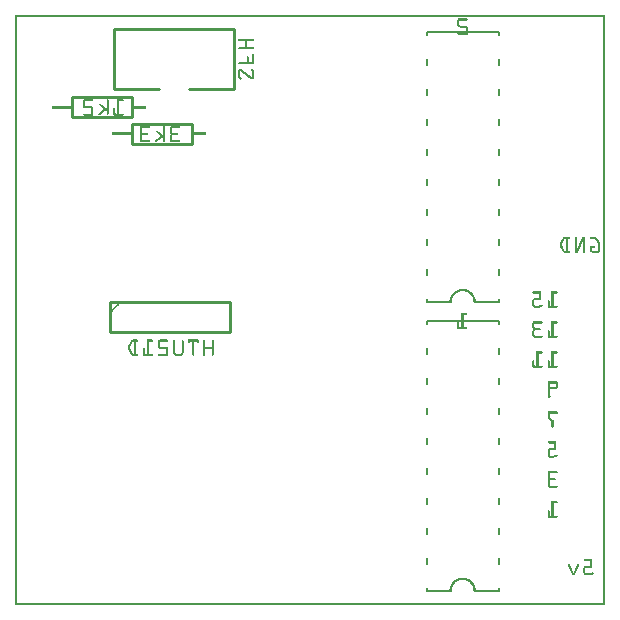
<source format=gbo>
G04 MADE WITH FRITZING*
G04 WWW.FRITZING.ORG*
G04 DOUBLE SIDED*
G04 HOLES PLATED*
G04 CONTOUR ON CENTER OF CONTOUR VECTOR*
%ASAXBY*%
%FSLAX23Y23*%
%MOIN*%
%OFA0B0*%
%SFA1.0B1.0*%
%ADD10C,0.010000*%
%ADD11C,0.008000*%
%ADD12R,0.001000X0.001000*%
%LNSILK0*%
G90*
G70*
G54D10*
X331Y1723D02*
X331Y1923D01*
D02*
X331Y1923D02*
X731Y1923D01*
D02*
X731Y1923D02*
X731Y1723D01*
D02*
X331Y1723D02*
X481Y1723D01*
D02*
X581Y1723D02*
X731Y1723D01*
D02*
X190Y1628D02*
X390Y1628D01*
D02*
X390Y1628D02*
X390Y1694D01*
D02*
X390Y1694D02*
X190Y1694D01*
D02*
X190Y1694D02*
X190Y1628D01*
D02*
X390Y1540D02*
X590Y1540D01*
D02*
X590Y1540D02*
X590Y1606D01*
D02*
X590Y1606D02*
X390Y1606D01*
D02*
X390Y1606D02*
X390Y1540D01*
G54D11*
D02*
X1613Y1911D02*
X1373Y1911D01*
D02*
X1613Y1011D02*
X1533Y1011D01*
D02*
X1373Y1011D02*
X1453Y1011D01*
D02*
X1613Y1011D02*
X1613Y1021D01*
D02*
X1613Y1101D02*
X1613Y1121D01*
D02*
X1373Y1011D02*
X1373Y1021D01*
D02*
X1613Y1911D02*
X1613Y1901D01*
D02*
X1373Y1911D02*
X1373Y1901D01*
D02*
X1613Y1201D02*
X1613Y1221D01*
D02*
X1613Y1301D02*
X1613Y1321D01*
D02*
X1613Y1401D02*
X1613Y1421D01*
D02*
X1613Y1501D02*
X1613Y1521D01*
D02*
X1613Y1601D02*
X1613Y1621D01*
D02*
X1613Y1701D02*
X1613Y1721D01*
D02*
X1613Y1801D02*
X1613Y1821D01*
D02*
X1373Y1101D02*
X1373Y1121D01*
D02*
X1373Y1201D02*
X1373Y1221D01*
D02*
X1373Y1301D02*
X1373Y1321D01*
D02*
X1373Y1401D02*
X1373Y1421D01*
D02*
X1373Y1501D02*
X1373Y1521D01*
D02*
X1373Y1601D02*
X1373Y1621D01*
D02*
X1373Y1701D02*
X1373Y1721D01*
D02*
X1373Y1801D02*
X1373Y1821D01*
D02*
X1613Y948D02*
X1373Y948D01*
D02*
X1613Y48D02*
X1533Y48D01*
D02*
X1373Y48D02*
X1453Y48D01*
D02*
X1613Y48D02*
X1613Y58D01*
D02*
X1613Y138D02*
X1613Y158D01*
D02*
X1373Y48D02*
X1373Y58D01*
D02*
X1613Y948D02*
X1613Y938D01*
D02*
X1373Y948D02*
X1373Y938D01*
D02*
X1613Y238D02*
X1613Y258D01*
D02*
X1613Y338D02*
X1613Y358D01*
D02*
X1613Y438D02*
X1613Y458D01*
D02*
X1613Y538D02*
X1613Y558D01*
D02*
X1613Y638D02*
X1613Y658D01*
D02*
X1613Y738D02*
X1613Y758D01*
D02*
X1613Y838D02*
X1613Y858D01*
D02*
X1373Y138D02*
X1373Y158D01*
D02*
X1373Y238D02*
X1373Y258D01*
D02*
X1373Y338D02*
X1373Y358D01*
D02*
X1373Y438D02*
X1373Y458D01*
D02*
X1373Y538D02*
X1373Y558D01*
D02*
X1373Y638D02*
X1373Y658D01*
D02*
X1373Y738D02*
X1373Y758D01*
D02*
X1373Y838D02*
X1373Y858D01*
G54D10*
D02*
X318Y1011D02*
X718Y1011D01*
D02*
X718Y1011D02*
X718Y911D01*
D02*
X718Y911D02*
X318Y911D01*
D02*
X318Y911D02*
X318Y1011D01*
G54D12*
X0Y1969D02*
X1967Y1969D01*
X0Y1968D02*
X1967Y1968D01*
X0Y1967D02*
X1967Y1967D01*
X0Y1966D02*
X1967Y1966D01*
X0Y1965D02*
X1967Y1965D01*
X0Y1964D02*
X1967Y1964D01*
X0Y1963D02*
X1967Y1963D01*
X0Y1962D02*
X1967Y1962D01*
X0Y1961D02*
X7Y1961D01*
X1960Y1961D02*
X1967Y1961D01*
X0Y1960D02*
X7Y1960D01*
X1960Y1960D02*
X1967Y1960D01*
X0Y1959D02*
X7Y1959D01*
X1960Y1959D02*
X1967Y1959D01*
X0Y1958D02*
X7Y1958D01*
X1960Y1958D02*
X1967Y1958D01*
X0Y1957D02*
X7Y1957D01*
X1479Y1957D02*
X1507Y1957D01*
X1960Y1957D02*
X1967Y1957D01*
X0Y1956D02*
X7Y1956D01*
X1478Y1956D02*
X1508Y1956D01*
X1960Y1956D02*
X1967Y1956D01*
X0Y1955D02*
X7Y1955D01*
X1477Y1955D02*
X1508Y1955D01*
X1960Y1955D02*
X1967Y1955D01*
X0Y1954D02*
X7Y1954D01*
X1476Y1954D02*
X1509Y1954D01*
X1960Y1954D02*
X1967Y1954D01*
X0Y1953D02*
X7Y1953D01*
X1476Y1953D02*
X1508Y1953D01*
X1960Y1953D02*
X1967Y1953D01*
X0Y1952D02*
X7Y1952D01*
X1475Y1952D02*
X1508Y1952D01*
X1960Y1952D02*
X1967Y1952D01*
X0Y1951D02*
X7Y1951D01*
X1475Y1951D02*
X1507Y1951D01*
X1960Y1951D02*
X1967Y1951D01*
X0Y1950D02*
X7Y1950D01*
X1475Y1950D02*
X1481Y1950D01*
X1960Y1950D02*
X1967Y1950D01*
X0Y1949D02*
X7Y1949D01*
X1475Y1949D02*
X1481Y1949D01*
X1960Y1949D02*
X1967Y1949D01*
X0Y1948D02*
X7Y1948D01*
X1475Y1948D02*
X1481Y1948D01*
X1960Y1948D02*
X1967Y1948D01*
X0Y1947D02*
X7Y1947D01*
X1475Y1947D02*
X1481Y1947D01*
X1960Y1947D02*
X1967Y1947D01*
X0Y1946D02*
X7Y1946D01*
X1475Y1946D02*
X1481Y1946D01*
X1960Y1946D02*
X1967Y1946D01*
X0Y1945D02*
X7Y1945D01*
X1475Y1945D02*
X1481Y1945D01*
X1960Y1945D02*
X1967Y1945D01*
X0Y1944D02*
X7Y1944D01*
X1475Y1944D02*
X1481Y1944D01*
X1960Y1944D02*
X1967Y1944D01*
X0Y1943D02*
X7Y1943D01*
X1475Y1943D02*
X1481Y1943D01*
X1960Y1943D02*
X1967Y1943D01*
X0Y1942D02*
X7Y1942D01*
X1475Y1942D02*
X1481Y1942D01*
X1960Y1942D02*
X1967Y1942D01*
X0Y1941D02*
X7Y1941D01*
X1475Y1941D02*
X1481Y1941D01*
X1960Y1941D02*
X1967Y1941D01*
X0Y1940D02*
X7Y1940D01*
X1475Y1940D02*
X1481Y1940D01*
X1960Y1940D02*
X1967Y1940D01*
X0Y1939D02*
X7Y1939D01*
X1475Y1939D02*
X1481Y1939D01*
X1960Y1939D02*
X1967Y1939D01*
X0Y1938D02*
X7Y1938D01*
X1475Y1938D02*
X1481Y1938D01*
X1960Y1938D02*
X1967Y1938D01*
X0Y1937D02*
X7Y1937D01*
X1475Y1937D02*
X1481Y1937D01*
X1960Y1937D02*
X1967Y1937D01*
X0Y1936D02*
X7Y1936D01*
X1475Y1936D02*
X1481Y1936D01*
X1960Y1936D02*
X1967Y1936D01*
X0Y1935D02*
X7Y1935D01*
X1475Y1935D02*
X1481Y1935D01*
X1960Y1935D02*
X1967Y1935D01*
X0Y1934D02*
X7Y1934D01*
X1475Y1934D02*
X1482Y1934D01*
X1960Y1934D02*
X1967Y1934D01*
X0Y1933D02*
X7Y1933D01*
X1475Y1933D02*
X1505Y1933D01*
X1960Y1933D02*
X1967Y1933D01*
X0Y1932D02*
X7Y1932D01*
X1475Y1932D02*
X1506Y1932D01*
X1960Y1932D02*
X1967Y1932D01*
X0Y1931D02*
X7Y1931D01*
X1476Y1931D02*
X1507Y1931D01*
X1960Y1931D02*
X1967Y1931D01*
X0Y1930D02*
X7Y1930D01*
X1476Y1930D02*
X1508Y1930D01*
X1960Y1930D02*
X1967Y1930D01*
X0Y1929D02*
X7Y1929D01*
X1477Y1929D02*
X1508Y1929D01*
X1960Y1929D02*
X1967Y1929D01*
X0Y1928D02*
X7Y1928D01*
X1479Y1928D02*
X1509Y1928D01*
X1960Y1928D02*
X1967Y1928D01*
X0Y1927D02*
X7Y1927D01*
X1483Y1927D02*
X1509Y1927D01*
X1960Y1927D02*
X1967Y1927D01*
X0Y1926D02*
X7Y1926D01*
X1503Y1926D02*
X1509Y1926D01*
X1960Y1926D02*
X1967Y1926D01*
X0Y1925D02*
X7Y1925D01*
X1503Y1925D02*
X1509Y1925D01*
X1960Y1925D02*
X1967Y1925D01*
X0Y1924D02*
X7Y1924D01*
X1503Y1924D02*
X1509Y1924D01*
X1960Y1924D02*
X1967Y1924D01*
X0Y1923D02*
X7Y1923D01*
X1503Y1923D02*
X1509Y1923D01*
X1960Y1923D02*
X1967Y1923D01*
X0Y1922D02*
X7Y1922D01*
X1503Y1922D02*
X1509Y1922D01*
X1960Y1922D02*
X1967Y1922D01*
X0Y1921D02*
X7Y1921D01*
X1503Y1921D02*
X1509Y1921D01*
X1960Y1921D02*
X1967Y1921D01*
X0Y1920D02*
X7Y1920D01*
X1503Y1920D02*
X1509Y1920D01*
X1960Y1920D02*
X1967Y1920D01*
X0Y1919D02*
X7Y1919D01*
X1503Y1919D02*
X1509Y1919D01*
X1960Y1919D02*
X1967Y1919D01*
X0Y1918D02*
X7Y1918D01*
X1503Y1918D02*
X1509Y1918D01*
X1960Y1918D02*
X1967Y1918D01*
X0Y1917D02*
X7Y1917D01*
X1503Y1917D02*
X1509Y1917D01*
X1960Y1917D02*
X1967Y1917D01*
X0Y1916D02*
X7Y1916D01*
X1503Y1916D02*
X1509Y1916D01*
X1960Y1916D02*
X1967Y1916D01*
X0Y1915D02*
X7Y1915D01*
X1503Y1915D02*
X1509Y1915D01*
X1960Y1915D02*
X1967Y1915D01*
X0Y1914D02*
X7Y1914D01*
X1503Y1914D02*
X1509Y1914D01*
X1960Y1914D02*
X1967Y1914D01*
X0Y1913D02*
X7Y1913D01*
X1503Y1913D02*
X1509Y1913D01*
X1960Y1913D02*
X1967Y1913D01*
X0Y1912D02*
X7Y1912D01*
X1503Y1912D02*
X1509Y1912D01*
X1960Y1912D02*
X1967Y1912D01*
X0Y1911D02*
X7Y1911D01*
X1503Y1911D02*
X1509Y1911D01*
X1960Y1911D02*
X1967Y1911D01*
X0Y1910D02*
X7Y1910D01*
X1477Y1910D02*
X1509Y1910D01*
X1960Y1910D02*
X1967Y1910D01*
X0Y1909D02*
X7Y1909D01*
X1476Y1909D02*
X1509Y1909D01*
X1960Y1909D02*
X1967Y1909D01*
X0Y1908D02*
X7Y1908D01*
X1475Y1908D02*
X1509Y1908D01*
X1960Y1908D02*
X1967Y1908D01*
X0Y1907D02*
X7Y1907D01*
X1475Y1907D02*
X1509Y1907D01*
X1960Y1907D02*
X1967Y1907D01*
X0Y1906D02*
X7Y1906D01*
X1475Y1906D02*
X1509Y1906D01*
X1960Y1906D02*
X1967Y1906D01*
X0Y1905D02*
X7Y1905D01*
X1476Y1905D02*
X1509Y1905D01*
X1960Y1905D02*
X1967Y1905D01*
X0Y1904D02*
X7Y1904D01*
X1477Y1904D02*
X1509Y1904D01*
X1960Y1904D02*
X1967Y1904D01*
X0Y1903D02*
X7Y1903D01*
X1960Y1903D02*
X1967Y1903D01*
X0Y1902D02*
X7Y1902D01*
X1960Y1902D02*
X1967Y1902D01*
X0Y1901D02*
X7Y1901D01*
X1960Y1901D02*
X1967Y1901D01*
X0Y1900D02*
X7Y1900D01*
X1960Y1900D02*
X1967Y1900D01*
X0Y1899D02*
X7Y1899D01*
X1960Y1899D02*
X1967Y1899D01*
X0Y1898D02*
X7Y1898D01*
X1960Y1898D02*
X1967Y1898D01*
X0Y1897D02*
X7Y1897D01*
X1960Y1897D02*
X1967Y1897D01*
X0Y1896D02*
X7Y1896D01*
X1960Y1896D02*
X1967Y1896D01*
X0Y1895D02*
X7Y1895D01*
X1960Y1895D02*
X1967Y1895D01*
X0Y1894D02*
X7Y1894D01*
X1960Y1894D02*
X1967Y1894D01*
X0Y1893D02*
X7Y1893D01*
X1960Y1893D02*
X1967Y1893D01*
X0Y1892D02*
X7Y1892D01*
X1960Y1892D02*
X1967Y1892D01*
X0Y1891D02*
X7Y1891D01*
X1960Y1891D02*
X1967Y1891D01*
X0Y1890D02*
X7Y1890D01*
X1960Y1890D02*
X1967Y1890D01*
X0Y1889D02*
X7Y1889D01*
X1960Y1889D02*
X1967Y1889D01*
X0Y1888D02*
X7Y1888D01*
X746Y1888D02*
X796Y1888D01*
X1960Y1888D02*
X1967Y1888D01*
X0Y1887D02*
X7Y1887D01*
X745Y1887D02*
X797Y1887D01*
X1960Y1887D02*
X1967Y1887D01*
X0Y1886D02*
X7Y1886D01*
X745Y1886D02*
X798Y1886D01*
X1960Y1886D02*
X1967Y1886D01*
X0Y1885D02*
X7Y1885D01*
X745Y1885D02*
X798Y1885D01*
X1960Y1885D02*
X1967Y1885D01*
X0Y1884D02*
X7Y1884D01*
X745Y1884D02*
X797Y1884D01*
X1960Y1884D02*
X1967Y1884D01*
X0Y1883D02*
X7Y1883D01*
X745Y1883D02*
X797Y1883D01*
X1960Y1883D02*
X1967Y1883D01*
X0Y1882D02*
X7Y1882D01*
X747Y1882D02*
X795Y1882D01*
X1960Y1882D02*
X1967Y1882D01*
X0Y1881D02*
X7Y1881D01*
X768Y1881D02*
X774Y1881D01*
X1960Y1881D02*
X1967Y1881D01*
X0Y1880D02*
X7Y1880D01*
X768Y1880D02*
X774Y1880D01*
X1960Y1880D02*
X1967Y1880D01*
X0Y1879D02*
X7Y1879D01*
X768Y1879D02*
X774Y1879D01*
X1960Y1879D02*
X1967Y1879D01*
X0Y1878D02*
X7Y1878D01*
X768Y1878D02*
X774Y1878D01*
X1960Y1878D02*
X1967Y1878D01*
X0Y1877D02*
X7Y1877D01*
X768Y1877D02*
X774Y1877D01*
X1960Y1877D02*
X1967Y1877D01*
X0Y1876D02*
X7Y1876D01*
X768Y1876D02*
X774Y1876D01*
X1960Y1876D02*
X1967Y1876D01*
X0Y1875D02*
X7Y1875D01*
X768Y1875D02*
X774Y1875D01*
X1960Y1875D02*
X1967Y1875D01*
X0Y1874D02*
X7Y1874D01*
X768Y1874D02*
X774Y1874D01*
X1960Y1874D02*
X1967Y1874D01*
X0Y1873D02*
X7Y1873D01*
X768Y1873D02*
X774Y1873D01*
X1960Y1873D02*
X1967Y1873D01*
X0Y1872D02*
X7Y1872D01*
X768Y1872D02*
X774Y1872D01*
X1960Y1872D02*
X1967Y1872D01*
X0Y1871D02*
X7Y1871D01*
X768Y1871D02*
X774Y1871D01*
X1960Y1871D02*
X1967Y1871D01*
X0Y1870D02*
X7Y1870D01*
X768Y1870D02*
X774Y1870D01*
X1960Y1870D02*
X1967Y1870D01*
X0Y1869D02*
X7Y1869D01*
X768Y1869D02*
X774Y1869D01*
X1960Y1869D02*
X1967Y1869D01*
X0Y1868D02*
X7Y1868D01*
X768Y1868D02*
X774Y1868D01*
X1960Y1868D02*
X1967Y1868D01*
X0Y1867D02*
X7Y1867D01*
X768Y1867D02*
X774Y1867D01*
X1960Y1867D02*
X1967Y1867D01*
X0Y1866D02*
X7Y1866D01*
X768Y1866D02*
X774Y1866D01*
X1960Y1866D02*
X1967Y1866D01*
X0Y1865D02*
X7Y1865D01*
X768Y1865D02*
X774Y1865D01*
X1960Y1865D02*
X1967Y1865D01*
X0Y1864D02*
X7Y1864D01*
X768Y1864D02*
X774Y1864D01*
X1960Y1864D02*
X1967Y1864D01*
X0Y1863D02*
X7Y1863D01*
X768Y1863D02*
X774Y1863D01*
X1960Y1863D02*
X1967Y1863D01*
X0Y1862D02*
X7Y1862D01*
X768Y1862D02*
X774Y1862D01*
X1960Y1862D02*
X1967Y1862D01*
X0Y1861D02*
X7Y1861D01*
X747Y1861D02*
X795Y1861D01*
X1960Y1861D02*
X1967Y1861D01*
X0Y1860D02*
X7Y1860D01*
X745Y1860D02*
X797Y1860D01*
X1960Y1860D02*
X1967Y1860D01*
X0Y1859D02*
X7Y1859D01*
X745Y1859D02*
X797Y1859D01*
X1960Y1859D02*
X1967Y1859D01*
X0Y1858D02*
X7Y1858D01*
X745Y1858D02*
X798Y1858D01*
X1960Y1858D02*
X1967Y1858D01*
X0Y1857D02*
X7Y1857D01*
X745Y1857D02*
X797Y1857D01*
X1960Y1857D02*
X1967Y1857D01*
X0Y1856D02*
X7Y1856D01*
X745Y1856D02*
X797Y1856D01*
X1960Y1856D02*
X1967Y1856D01*
X0Y1855D02*
X7Y1855D01*
X746Y1855D02*
X796Y1855D01*
X1960Y1855D02*
X1967Y1855D01*
X0Y1854D02*
X7Y1854D01*
X1960Y1854D02*
X1967Y1854D01*
X0Y1853D02*
X7Y1853D01*
X1960Y1853D02*
X1967Y1853D01*
X0Y1852D02*
X7Y1852D01*
X1960Y1852D02*
X1967Y1852D01*
X0Y1851D02*
X7Y1851D01*
X1960Y1851D02*
X1967Y1851D01*
X0Y1850D02*
X7Y1850D01*
X1960Y1850D02*
X1967Y1850D01*
X0Y1849D02*
X7Y1849D01*
X1960Y1849D02*
X1967Y1849D01*
X0Y1848D02*
X7Y1848D01*
X1960Y1848D02*
X1967Y1848D01*
X0Y1847D02*
X7Y1847D01*
X1960Y1847D02*
X1967Y1847D01*
X0Y1846D02*
X7Y1846D01*
X1960Y1846D02*
X1967Y1846D01*
X0Y1845D02*
X7Y1845D01*
X1960Y1845D02*
X1967Y1845D01*
X0Y1844D02*
X7Y1844D01*
X1960Y1844D02*
X1967Y1844D01*
X0Y1843D02*
X7Y1843D01*
X1960Y1843D02*
X1967Y1843D01*
X0Y1842D02*
X7Y1842D01*
X1960Y1842D02*
X1967Y1842D01*
X0Y1841D02*
X7Y1841D01*
X1960Y1841D02*
X1967Y1841D01*
X0Y1840D02*
X7Y1840D01*
X1960Y1840D02*
X1967Y1840D01*
X0Y1839D02*
X7Y1839D01*
X1960Y1839D02*
X1967Y1839D01*
X0Y1838D02*
X7Y1838D01*
X793Y1838D02*
X796Y1838D01*
X1960Y1838D02*
X1967Y1838D01*
X0Y1837D02*
X7Y1837D01*
X792Y1837D02*
X797Y1837D01*
X1960Y1837D02*
X1967Y1837D01*
X0Y1836D02*
X7Y1836D01*
X792Y1836D02*
X797Y1836D01*
X1960Y1836D02*
X1967Y1836D01*
X0Y1835D02*
X7Y1835D01*
X792Y1835D02*
X798Y1835D01*
X1960Y1835D02*
X1967Y1835D01*
X0Y1834D02*
X7Y1834D01*
X792Y1834D02*
X798Y1834D01*
X1960Y1834D02*
X1967Y1834D01*
X0Y1833D02*
X7Y1833D01*
X792Y1833D02*
X798Y1833D01*
X1960Y1833D02*
X1967Y1833D01*
X0Y1832D02*
X7Y1832D01*
X792Y1832D02*
X798Y1832D01*
X1960Y1832D02*
X1967Y1832D01*
X0Y1831D02*
X7Y1831D01*
X775Y1831D02*
X778Y1831D01*
X792Y1831D02*
X798Y1831D01*
X1960Y1831D02*
X1967Y1831D01*
X0Y1830D02*
X7Y1830D01*
X774Y1830D02*
X779Y1830D01*
X792Y1830D02*
X798Y1830D01*
X1960Y1830D02*
X1967Y1830D01*
X0Y1829D02*
X7Y1829D01*
X774Y1829D02*
X780Y1829D01*
X792Y1829D02*
X798Y1829D01*
X1960Y1829D02*
X1967Y1829D01*
X0Y1828D02*
X7Y1828D01*
X774Y1828D02*
X780Y1828D01*
X792Y1828D02*
X798Y1828D01*
X1960Y1828D02*
X1967Y1828D01*
X0Y1827D02*
X7Y1827D01*
X774Y1827D02*
X780Y1827D01*
X792Y1827D02*
X798Y1827D01*
X1960Y1827D02*
X1967Y1827D01*
X0Y1826D02*
X7Y1826D01*
X774Y1826D02*
X780Y1826D01*
X792Y1826D02*
X798Y1826D01*
X1960Y1826D02*
X1967Y1826D01*
X0Y1825D02*
X7Y1825D01*
X774Y1825D02*
X780Y1825D01*
X792Y1825D02*
X798Y1825D01*
X1960Y1825D02*
X1967Y1825D01*
X0Y1824D02*
X7Y1824D01*
X774Y1824D02*
X780Y1824D01*
X792Y1824D02*
X798Y1824D01*
X1960Y1824D02*
X1967Y1824D01*
X0Y1823D02*
X7Y1823D01*
X774Y1823D02*
X780Y1823D01*
X792Y1823D02*
X798Y1823D01*
X1960Y1823D02*
X1967Y1823D01*
X0Y1822D02*
X7Y1822D01*
X774Y1822D02*
X780Y1822D01*
X792Y1822D02*
X798Y1822D01*
X1960Y1822D02*
X1967Y1822D01*
X0Y1821D02*
X7Y1821D01*
X774Y1821D02*
X780Y1821D01*
X792Y1821D02*
X798Y1821D01*
X1960Y1821D02*
X1967Y1821D01*
X0Y1820D02*
X7Y1820D01*
X774Y1820D02*
X780Y1820D01*
X792Y1820D02*
X798Y1820D01*
X1960Y1820D02*
X1967Y1820D01*
X0Y1819D02*
X7Y1819D01*
X774Y1819D02*
X780Y1819D01*
X792Y1819D02*
X798Y1819D01*
X1960Y1819D02*
X1967Y1819D01*
X0Y1818D02*
X7Y1818D01*
X774Y1818D02*
X780Y1818D01*
X792Y1818D02*
X798Y1818D01*
X1960Y1818D02*
X1967Y1818D01*
X0Y1817D02*
X7Y1817D01*
X774Y1817D02*
X780Y1817D01*
X792Y1817D02*
X798Y1817D01*
X1960Y1817D02*
X1967Y1817D01*
X0Y1816D02*
X7Y1816D01*
X774Y1816D02*
X780Y1816D01*
X792Y1816D02*
X798Y1816D01*
X1960Y1816D02*
X1967Y1816D01*
X0Y1815D02*
X7Y1815D01*
X774Y1815D02*
X780Y1815D01*
X792Y1815D02*
X798Y1815D01*
X1960Y1815D02*
X1967Y1815D01*
X0Y1814D02*
X7Y1814D01*
X774Y1814D02*
X780Y1814D01*
X792Y1814D02*
X798Y1814D01*
X1960Y1814D02*
X1967Y1814D01*
X0Y1813D02*
X7Y1813D01*
X774Y1813D02*
X780Y1813D01*
X792Y1813D02*
X798Y1813D01*
X1960Y1813D02*
X1967Y1813D01*
X0Y1812D02*
X7Y1812D01*
X774Y1812D02*
X780Y1812D01*
X792Y1812D02*
X798Y1812D01*
X1960Y1812D02*
X1967Y1812D01*
X0Y1811D02*
X7Y1811D01*
X748Y1811D02*
X798Y1811D01*
X1960Y1811D02*
X1967Y1811D01*
X0Y1810D02*
X7Y1810D01*
X746Y1810D02*
X798Y1810D01*
X1960Y1810D02*
X1967Y1810D01*
X0Y1809D02*
X7Y1809D01*
X745Y1809D02*
X798Y1809D01*
X1960Y1809D02*
X1967Y1809D01*
X0Y1808D02*
X7Y1808D01*
X745Y1808D02*
X798Y1808D01*
X1960Y1808D02*
X1967Y1808D01*
X0Y1807D02*
X7Y1807D01*
X745Y1807D02*
X798Y1807D01*
X1960Y1807D02*
X1967Y1807D01*
X0Y1806D02*
X7Y1806D01*
X745Y1806D02*
X798Y1806D01*
X1960Y1806D02*
X1967Y1806D01*
X0Y1805D02*
X7Y1805D01*
X746Y1805D02*
X798Y1805D01*
X1960Y1805D02*
X1967Y1805D01*
X0Y1804D02*
X7Y1804D01*
X1960Y1804D02*
X1967Y1804D01*
X0Y1803D02*
X7Y1803D01*
X1960Y1803D02*
X1967Y1803D01*
X0Y1802D02*
X7Y1802D01*
X1960Y1802D02*
X1967Y1802D01*
X0Y1801D02*
X7Y1801D01*
X1960Y1801D02*
X1967Y1801D01*
X0Y1800D02*
X7Y1800D01*
X1960Y1800D02*
X1967Y1800D01*
X0Y1799D02*
X7Y1799D01*
X1960Y1799D02*
X1967Y1799D01*
X0Y1798D02*
X7Y1798D01*
X1960Y1798D02*
X1967Y1798D01*
X0Y1797D02*
X7Y1797D01*
X1960Y1797D02*
X1967Y1797D01*
X0Y1796D02*
X7Y1796D01*
X1960Y1796D02*
X1967Y1796D01*
X0Y1795D02*
X7Y1795D01*
X1960Y1795D02*
X1967Y1795D01*
X0Y1794D02*
X7Y1794D01*
X1960Y1794D02*
X1967Y1794D01*
X0Y1793D02*
X7Y1793D01*
X1960Y1793D02*
X1967Y1793D01*
X0Y1792D02*
X7Y1792D01*
X1960Y1792D02*
X1967Y1792D01*
X0Y1791D02*
X7Y1791D01*
X1960Y1791D02*
X1967Y1791D01*
X0Y1790D02*
X7Y1790D01*
X1960Y1790D02*
X1967Y1790D01*
X0Y1789D02*
X7Y1789D01*
X1960Y1789D02*
X1967Y1789D01*
X0Y1788D02*
X7Y1788D01*
X750Y1788D02*
X754Y1788D01*
X788Y1788D02*
X791Y1788D01*
X1960Y1788D02*
X1967Y1788D01*
X0Y1787D02*
X7Y1787D01*
X748Y1787D02*
X756Y1787D01*
X786Y1787D02*
X793Y1787D01*
X1960Y1787D02*
X1967Y1787D01*
X0Y1786D02*
X7Y1786D01*
X747Y1786D02*
X757Y1786D01*
X786Y1786D02*
X794Y1786D01*
X1960Y1786D02*
X1967Y1786D01*
X0Y1785D02*
X7Y1785D01*
X746Y1785D02*
X758Y1785D01*
X786Y1785D02*
X795Y1785D01*
X1960Y1785D02*
X1967Y1785D01*
X0Y1784D02*
X7Y1784D01*
X745Y1784D02*
X760Y1784D01*
X786Y1784D02*
X796Y1784D01*
X1960Y1784D02*
X1967Y1784D01*
X0Y1783D02*
X7Y1783D01*
X745Y1783D02*
X761Y1783D01*
X786Y1783D02*
X797Y1783D01*
X1960Y1783D02*
X1967Y1783D01*
X0Y1782D02*
X7Y1782D01*
X745Y1782D02*
X762Y1782D01*
X787Y1782D02*
X797Y1782D01*
X1960Y1782D02*
X1967Y1782D01*
X0Y1781D02*
X7Y1781D01*
X745Y1781D02*
X751Y1781D01*
X753Y1781D02*
X764Y1781D01*
X790Y1781D02*
X797Y1781D01*
X1960Y1781D02*
X1967Y1781D01*
X0Y1780D02*
X7Y1780D01*
X744Y1780D02*
X751Y1780D01*
X754Y1780D02*
X765Y1780D01*
X791Y1780D02*
X798Y1780D01*
X1960Y1780D02*
X1967Y1780D01*
X0Y1779D02*
X7Y1779D01*
X744Y1779D02*
X751Y1779D01*
X756Y1779D02*
X766Y1779D01*
X792Y1779D02*
X798Y1779D01*
X1960Y1779D02*
X1967Y1779D01*
X0Y1778D02*
X7Y1778D01*
X744Y1778D02*
X751Y1778D01*
X757Y1778D02*
X767Y1778D01*
X792Y1778D02*
X798Y1778D01*
X1960Y1778D02*
X1967Y1778D01*
X0Y1777D02*
X7Y1777D01*
X744Y1777D02*
X751Y1777D01*
X758Y1777D02*
X769Y1777D01*
X792Y1777D02*
X798Y1777D01*
X1960Y1777D02*
X1967Y1777D01*
X0Y1776D02*
X7Y1776D01*
X744Y1776D02*
X751Y1776D01*
X759Y1776D02*
X770Y1776D01*
X792Y1776D02*
X798Y1776D01*
X1960Y1776D02*
X1967Y1776D01*
X0Y1775D02*
X7Y1775D01*
X744Y1775D02*
X751Y1775D01*
X761Y1775D02*
X771Y1775D01*
X792Y1775D02*
X798Y1775D01*
X1960Y1775D02*
X1967Y1775D01*
X0Y1774D02*
X7Y1774D01*
X744Y1774D02*
X751Y1774D01*
X762Y1774D02*
X773Y1774D01*
X792Y1774D02*
X798Y1774D01*
X1960Y1774D02*
X1967Y1774D01*
X0Y1773D02*
X7Y1773D01*
X744Y1773D02*
X751Y1773D01*
X763Y1773D02*
X774Y1773D01*
X792Y1773D02*
X798Y1773D01*
X1960Y1773D02*
X1967Y1773D01*
X0Y1772D02*
X7Y1772D01*
X744Y1772D02*
X751Y1772D01*
X765Y1772D02*
X775Y1772D01*
X792Y1772D02*
X798Y1772D01*
X1960Y1772D02*
X1967Y1772D01*
X0Y1771D02*
X7Y1771D01*
X744Y1771D02*
X751Y1771D01*
X766Y1771D02*
X776Y1771D01*
X792Y1771D02*
X798Y1771D01*
X1960Y1771D02*
X1967Y1771D01*
X0Y1770D02*
X7Y1770D01*
X744Y1770D02*
X751Y1770D01*
X767Y1770D02*
X778Y1770D01*
X792Y1770D02*
X798Y1770D01*
X1960Y1770D02*
X1967Y1770D01*
X0Y1769D02*
X7Y1769D01*
X744Y1769D02*
X751Y1769D01*
X768Y1769D02*
X779Y1769D01*
X792Y1769D02*
X798Y1769D01*
X1960Y1769D02*
X1967Y1769D01*
X0Y1768D02*
X7Y1768D01*
X744Y1768D02*
X751Y1768D01*
X770Y1768D02*
X780Y1768D01*
X792Y1768D02*
X798Y1768D01*
X1960Y1768D02*
X1967Y1768D01*
X0Y1767D02*
X7Y1767D01*
X744Y1767D02*
X751Y1767D01*
X771Y1767D02*
X782Y1767D01*
X792Y1767D02*
X798Y1767D01*
X1960Y1767D02*
X1967Y1767D01*
X0Y1766D02*
X7Y1766D01*
X744Y1766D02*
X751Y1766D01*
X772Y1766D02*
X783Y1766D01*
X792Y1766D02*
X798Y1766D01*
X1960Y1766D02*
X1967Y1766D01*
X0Y1765D02*
X7Y1765D01*
X744Y1765D02*
X751Y1765D01*
X774Y1765D02*
X784Y1765D01*
X792Y1765D02*
X798Y1765D01*
X1960Y1765D02*
X1967Y1765D01*
X0Y1764D02*
X7Y1764D01*
X744Y1764D02*
X751Y1764D01*
X775Y1764D02*
X785Y1764D01*
X792Y1764D02*
X798Y1764D01*
X1960Y1764D02*
X1967Y1764D01*
X0Y1763D02*
X7Y1763D01*
X745Y1763D02*
X751Y1763D01*
X776Y1763D02*
X787Y1763D01*
X792Y1763D02*
X798Y1763D01*
X1960Y1763D02*
X1967Y1763D01*
X0Y1762D02*
X7Y1762D01*
X745Y1762D02*
X751Y1762D01*
X777Y1762D02*
X788Y1762D01*
X792Y1762D02*
X798Y1762D01*
X1960Y1762D02*
X1967Y1762D01*
X0Y1761D02*
X7Y1761D01*
X745Y1761D02*
X752Y1761D01*
X779Y1761D02*
X789Y1761D01*
X791Y1761D02*
X798Y1761D01*
X1960Y1761D02*
X1967Y1761D01*
X0Y1760D02*
X7Y1760D01*
X745Y1760D02*
X755Y1760D01*
X780Y1760D02*
X797Y1760D01*
X1960Y1760D02*
X1967Y1760D01*
X0Y1759D02*
X7Y1759D01*
X746Y1759D02*
X756Y1759D01*
X781Y1759D02*
X797Y1759D01*
X1960Y1759D02*
X1967Y1759D01*
X0Y1758D02*
X7Y1758D01*
X746Y1758D02*
X756Y1758D01*
X783Y1758D02*
X797Y1758D01*
X1960Y1758D02*
X1967Y1758D01*
X0Y1757D02*
X7Y1757D01*
X747Y1757D02*
X756Y1757D01*
X784Y1757D02*
X796Y1757D01*
X1960Y1757D02*
X1967Y1757D01*
X0Y1756D02*
X7Y1756D01*
X748Y1756D02*
X756Y1756D01*
X785Y1756D02*
X795Y1756D01*
X1960Y1756D02*
X1967Y1756D01*
X0Y1755D02*
X7Y1755D01*
X749Y1755D02*
X755Y1755D01*
X787Y1755D02*
X794Y1755D01*
X1960Y1755D02*
X1967Y1755D01*
X0Y1754D02*
X7Y1754D01*
X752Y1754D02*
X754Y1754D01*
X790Y1754D02*
X791Y1754D01*
X1960Y1754D02*
X1967Y1754D01*
X0Y1753D02*
X7Y1753D01*
X1960Y1753D02*
X1967Y1753D01*
X0Y1752D02*
X7Y1752D01*
X1960Y1752D02*
X1967Y1752D01*
X0Y1751D02*
X7Y1751D01*
X1960Y1751D02*
X1967Y1751D01*
X0Y1750D02*
X7Y1750D01*
X1960Y1750D02*
X1967Y1750D01*
X0Y1749D02*
X7Y1749D01*
X1960Y1749D02*
X1967Y1749D01*
X0Y1748D02*
X7Y1748D01*
X1960Y1748D02*
X1967Y1748D01*
X0Y1747D02*
X7Y1747D01*
X1960Y1747D02*
X1967Y1747D01*
X0Y1746D02*
X7Y1746D01*
X1960Y1746D02*
X1967Y1746D01*
X0Y1745D02*
X7Y1745D01*
X1960Y1745D02*
X1967Y1745D01*
X0Y1744D02*
X7Y1744D01*
X1960Y1744D02*
X1967Y1744D01*
X0Y1743D02*
X7Y1743D01*
X1960Y1743D02*
X1967Y1743D01*
X0Y1742D02*
X7Y1742D01*
X1960Y1742D02*
X1967Y1742D01*
X0Y1741D02*
X7Y1741D01*
X1960Y1741D02*
X1967Y1741D01*
X0Y1740D02*
X7Y1740D01*
X1960Y1740D02*
X1967Y1740D01*
X0Y1739D02*
X7Y1739D01*
X1960Y1739D02*
X1967Y1739D01*
X0Y1738D02*
X7Y1738D01*
X1960Y1738D02*
X1967Y1738D01*
X0Y1737D02*
X7Y1737D01*
X1960Y1737D02*
X1967Y1737D01*
X0Y1736D02*
X7Y1736D01*
X1960Y1736D02*
X1967Y1736D01*
X0Y1735D02*
X7Y1735D01*
X1960Y1735D02*
X1967Y1735D01*
X0Y1734D02*
X7Y1734D01*
X1960Y1734D02*
X1967Y1734D01*
X0Y1733D02*
X7Y1733D01*
X1960Y1733D02*
X1967Y1733D01*
X0Y1732D02*
X7Y1732D01*
X1960Y1732D02*
X1967Y1732D01*
X0Y1731D02*
X7Y1731D01*
X1960Y1731D02*
X1967Y1731D01*
X0Y1730D02*
X7Y1730D01*
X1960Y1730D02*
X1967Y1730D01*
X0Y1729D02*
X7Y1729D01*
X1960Y1729D02*
X1967Y1729D01*
X0Y1728D02*
X7Y1728D01*
X1960Y1728D02*
X1967Y1728D01*
X0Y1727D02*
X7Y1727D01*
X1960Y1727D02*
X1967Y1727D01*
X0Y1726D02*
X7Y1726D01*
X1960Y1726D02*
X1967Y1726D01*
X0Y1725D02*
X7Y1725D01*
X1960Y1725D02*
X1967Y1725D01*
X0Y1724D02*
X7Y1724D01*
X1960Y1724D02*
X1967Y1724D01*
X0Y1723D02*
X7Y1723D01*
X1960Y1723D02*
X1967Y1723D01*
X0Y1722D02*
X7Y1722D01*
X1960Y1722D02*
X1967Y1722D01*
X0Y1721D02*
X7Y1721D01*
X1960Y1721D02*
X1967Y1721D01*
X0Y1720D02*
X7Y1720D01*
X1960Y1720D02*
X1967Y1720D01*
X0Y1719D02*
X7Y1719D01*
X1960Y1719D02*
X1967Y1719D01*
X0Y1718D02*
X7Y1718D01*
X1960Y1718D02*
X1967Y1718D01*
X0Y1717D02*
X7Y1717D01*
X1960Y1717D02*
X1967Y1717D01*
X0Y1716D02*
X7Y1716D01*
X1960Y1716D02*
X1967Y1716D01*
X0Y1715D02*
X7Y1715D01*
X1960Y1715D02*
X1967Y1715D01*
X0Y1714D02*
X7Y1714D01*
X1960Y1714D02*
X1967Y1714D01*
X0Y1713D02*
X7Y1713D01*
X1960Y1713D02*
X1967Y1713D01*
X0Y1712D02*
X7Y1712D01*
X1960Y1712D02*
X1967Y1712D01*
X0Y1711D02*
X7Y1711D01*
X1960Y1711D02*
X1967Y1711D01*
X0Y1710D02*
X7Y1710D01*
X1960Y1710D02*
X1967Y1710D01*
X0Y1709D02*
X7Y1709D01*
X1960Y1709D02*
X1967Y1709D01*
X0Y1708D02*
X7Y1708D01*
X1960Y1708D02*
X1967Y1708D01*
X0Y1707D02*
X7Y1707D01*
X1960Y1707D02*
X1967Y1707D01*
X0Y1706D02*
X7Y1706D01*
X1960Y1706D02*
X1967Y1706D01*
X0Y1705D02*
X7Y1705D01*
X1960Y1705D02*
X1967Y1705D01*
X0Y1704D02*
X7Y1704D01*
X1960Y1704D02*
X1967Y1704D01*
X0Y1703D02*
X7Y1703D01*
X1960Y1703D02*
X1967Y1703D01*
X0Y1702D02*
X7Y1702D01*
X1960Y1702D02*
X1967Y1702D01*
X0Y1701D02*
X7Y1701D01*
X1960Y1701D02*
X1967Y1701D01*
X0Y1700D02*
X7Y1700D01*
X1960Y1700D02*
X1967Y1700D01*
X0Y1699D02*
X7Y1699D01*
X1960Y1699D02*
X1967Y1699D01*
X0Y1698D02*
X7Y1698D01*
X1960Y1698D02*
X1967Y1698D01*
X0Y1697D02*
X7Y1697D01*
X1960Y1697D02*
X1967Y1697D01*
X0Y1696D02*
X7Y1696D01*
X1960Y1696D02*
X1967Y1696D01*
X0Y1695D02*
X7Y1695D01*
X1960Y1695D02*
X1967Y1695D01*
X0Y1694D02*
X7Y1694D01*
X1960Y1694D02*
X1967Y1694D01*
X0Y1693D02*
X7Y1693D01*
X1960Y1693D02*
X1967Y1693D01*
X0Y1692D02*
X7Y1692D01*
X1960Y1692D02*
X1967Y1692D01*
X0Y1691D02*
X7Y1691D01*
X1960Y1691D02*
X1967Y1691D01*
X0Y1690D02*
X7Y1690D01*
X1960Y1690D02*
X1967Y1690D01*
X0Y1689D02*
X7Y1689D01*
X1960Y1689D02*
X1967Y1689D01*
X0Y1688D02*
X7Y1688D01*
X234Y1688D02*
X258Y1688D01*
X309Y1688D02*
X309Y1688D01*
X342Y1688D02*
X359Y1688D01*
X1960Y1688D02*
X1967Y1688D01*
X0Y1687D02*
X7Y1687D01*
X231Y1687D02*
X260Y1687D01*
X307Y1687D02*
X310Y1687D01*
X342Y1687D02*
X361Y1687D01*
X1960Y1687D02*
X1967Y1687D01*
X0Y1686D02*
X7Y1686D01*
X230Y1686D02*
X261Y1686D01*
X306Y1686D02*
X311Y1686D01*
X342Y1686D02*
X361Y1686D01*
X1960Y1686D02*
X1967Y1686D01*
X0Y1685D02*
X7Y1685D01*
X229Y1685D02*
X261Y1685D01*
X306Y1685D02*
X311Y1685D01*
X342Y1685D02*
X362Y1685D01*
X1960Y1685D02*
X1967Y1685D01*
X0Y1684D02*
X7Y1684D01*
X228Y1684D02*
X261Y1684D01*
X306Y1684D02*
X312Y1684D01*
X342Y1684D02*
X362Y1684D01*
X1960Y1684D02*
X1967Y1684D01*
X0Y1683D02*
X7Y1683D01*
X228Y1683D02*
X261Y1683D01*
X306Y1683D02*
X312Y1683D01*
X342Y1683D02*
X361Y1683D01*
X1960Y1683D02*
X1967Y1683D01*
X0Y1682D02*
X7Y1682D01*
X228Y1682D02*
X260Y1682D01*
X306Y1682D02*
X312Y1682D01*
X342Y1682D02*
X360Y1682D01*
X1960Y1682D02*
X1967Y1682D01*
X0Y1681D02*
X7Y1681D01*
X228Y1681D02*
X234Y1681D01*
X306Y1681D02*
X312Y1681D01*
X342Y1681D02*
X348Y1681D01*
X1960Y1681D02*
X1967Y1681D01*
X0Y1680D02*
X7Y1680D01*
X228Y1680D02*
X234Y1680D01*
X306Y1680D02*
X312Y1680D01*
X342Y1680D02*
X348Y1680D01*
X1960Y1680D02*
X1967Y1680D01*
X0Y1679D02*
X7Y1679D01*
X228Y1679D02*
X234Y1679D01*
X306Y1679D02*
X312Y1679D01*
X342Y1679D02*
X348Y1679D01*
X1960Y1679D02*
X1967Y1679D01*
X0Y1678D02*
X7Y1678D01*
X228Y1678D02*
X234Y1678D01*
X306Y1678D02*
X312Y1678D01*
X342Y1678D02*
X348Y1678D01*
X1960Y1678D02*
X1967Y1678D01*
X0Y1677D02*
X7Y1677D01*
X228Y1677D02*
X234Y1677D01*
X306Y1677D02*
X312Y1677D01*
X342Y1677D02*
X348Y1677D01*
X1960Y1677D02*
X1967Y1677D01*
X0Y1676D02*
X7Y1676D01*
X228Y1676D02*
X234Y1676D01*
X306Y1676D02*
X312Y1676D01*
X342Y1676D02*
X348Y1676D01*
X1960Y1676D02*
X1967Y1676D01*
X0Y1675D02*
X7Y1675D01*
X228Y1675D02*
X234Y1675D01*
X306Y1675D02*
X312Y1675D01*
X342Y1675D02*
X348Y1675D01*
X1960Y1675D02*
X1967Y1675D01*
X0Y1674D02*
X7Y1674D01*
X228Y1674D02*
X234Y1674D01*
X306Y1674D02*
X312Y1674D01*
X342Y1674D02*
X348Y1674D01*
X1960Y1674D02*
X1967Y1674D01*
X0Y1673D02*
X7Y1673D01*
X228Y1673D02*
X234Y1673D01*
X284Y1673D02*
X285Y1673D01*
X306Y1673D02*
X312Y1673D01*
X342Y1673D02*
X348Y1673D01*
X1960Y1673D02*
X1967Y1673D01*
X0Y1672D02*
X7Y1672D01*
X228Y1672D02*
X234Y1672D01*
X282Y1672D02*
X287Y1672D01*
X306Y1672D02*
X312Y1672D01*
X342Y1672D02*
X348Y1672D01*
X1960Y1672D02*
X1967Y1672D01*
X0Y1671D02*
X7Y1671D01*
X228Y1671D02*
X234Y1671D01*
X282Y1671D02*
X288Y1671D01*
X306Y1671D02*
X312Y1671D01*
X342Y1671D02*
X348Y1671D01*
X1960Y1671D02*
X1967Y1671D01*
X0Y1670D02*
X7Y1670D01*
X228Y1670D02*
X234Y1670D01*
X281Y1670D02*
X289Y1670D01*
X306Y1670D02*
X312Y1670D01*
X342Y1670D02*
X348Y1670D01*
X1960Y1670D02*
X1967Y1670D01*
X0Y1669D02*
X7Y1669D01*
X228Y1669D02*
X234Y1669D01*
X282Y1669D02*
X290Y1669D01*
X306Y1669D02*
X312Y1669D01*
X342Y1669D02*
X348Y1669D01*
X1960Y1669D02*
X1967Y1669D01*
X0Y1668D02*
X7Y1668D01*
X228Y1668D02*
X234Y1668D01*
X282Y1668D02*
X292Y1668D01*
X306Y1668D02*
X312Y1668D01*
X342Y1668D02*
X348Y1668D01*
X1960Y1668D02*
X1967Y1668D01*
X0Y1667D02*
X7Y1667D01*
X228Y1667D02*
X234Y1667D01*
X283Y1667D02*
X293Y1667D01*
X306Y1667D02*
X312Y1667D01*
X342Y1667D02*
X348Y1667D01*
X1960Y1667D02*
X1967Y1667D01*
X0Y1666D02*
X7Y1666D01*
X123Y1666D02*
X189Y1666D01*
X228Y1666D02*
X234Y1666D01*
X284Y1666D02*
X294Y1666D01*
X306Y1666D02*
X312Y1666D01*
X342Y1666D02*
X348Y1666D01*
X390Y1666D02*
X437Y1666D01*
X1960Y1666D02*
X1967Y1666D01*
X0Y1665D02*
X7Y1665D01*
X123Y1665D02*
X189Y1665D01*
X228Y1665D02*
X234Y1665D01*
X285Y1665D02*
X295Y1665D01*
X306Y1665D02*
X312Y1665D01*
X342Y1665D02*
X348Y1665D01*
X390Y1665D02*
X437Y1665D01*
X1960Y1665D02*
X1967Y1665D01*
X0Y1664D02*
X7Y1664D01*
X123Y1664D02*
X189Y1664D01*
X228Y1664D02*
X257Y1664D01*
X286Y1664D02*
X296Y1664D01*
X306Y1664D02*
X312Y1664D01*
X342Y1664D02*
X348Y1664D01*
X390Y1664D02*
X437Y1664D01*
X1960Y1664D02*
X1967Y1664D01*
X0Y1663D02*
X7Y1663D01*
X123Y1663D02*
X189Y1663D01*
X228Y1663D02*
X259Y1663D01*
X288Y1663D02*
X297Y1663D01*
X306Y1663D02*
X312Y1663D01*
X342Y1663D02*
X348Y1663D01*
X390Y1663D02*
X437Y1663D01*
X1960Y1663D02*
X1967Y1663D01*
X0Y1662D02*
X7Y1662D01*
X123Y1662D02*
X189Y1662D01*
X228Y1662D02*
X260Y1662D01*
X289Y1662D02*
X299Y1662D01*
X306Y1662D02*
X312Y1662D01*
X342Y1662D02*
X348Y1662D01*
X390Y1662D02*
X437Y1662D01*
X1960Y1662D02*
X1967Y1662D01*
X0Y1661D02*
X7Y1661D01*
X123Y1661D02*
X189Y1661D01*
X229Y1661D02*
X260Y1661D01*
X290Y1661D02*
X300Y1661D01*
X306Y1661D02*
X312Y1661D01*
X342Y1661D02*
X348Y1661D01*
X390Y1661D02*
X437Y1661D01*
X1960Y1661D02*
X1967Y1661D01*
X0Y1660D02*
X7Y1660D01*
X123Y1660D02*
X189Y1660D01*
X230Y1660D02*
X261Y1660D01*
X291Y1660D02*
X301Y1660D01*
X306Y1660D02*
X312Y1660D01*
X342Y1660D02*
X348Y1660D01*
X390Y1660D02*
X437Y1660D01*
X1960Y1660D02*
X1967Y1660D01*
X0Y1659D02*
X7Y1659D01*
X123Y1659D02*
X189Y1659D01*
X231Y1659D02*
X261Y1659D01*
X292Y1659D02*
X302Y1659D01*
X306Y1659D02*
X312Y1659D01*
X342Y1659D02*
X348Y1659D01*
X390Y1659D02*
X437Y1659D01*
X1960Y1659D02*
X1967Y1659D01*
X0Y1658D02*
X7Y1658D01*
X123Y1658D02*
X189Y1658D01*
X232Y1658D02*
X261Y1658D01*
X293Y1658D02*
X303Y1658D01*
X306Y1658D02*
X312Y1658D01*
X330Y1658D02*
X333Y1658D01*
X342Y1658D02*
X348Y1658D01*
X390Y1658D02*
X437Y1658D01*
X1960Y1658D02*
X1967Y1658D01*
X0Y1657D02*
X7Y1657D01*
X123Y1657D02*
X189Y1657D01*
X255Y1657D02*
X261Y1657D01*
X295Y1657D02*
X312Y1657D01*
X329Y1657D02*
X334Y1657D01*
X342Y1657D02*
X348Y1657D01*
X390Y1657D02*
X438Y1657D01*
X1960Y1657D02*
X1967Y1657D01*
X0Y1656D02*
X7Y1656D01*
X255Y1656D02*
X261Y1656D01*
X296Y1656D02*
X312Y1656D01*
X328Y1656D02*
X334Y1656D01*
X342Y1656D02*
X348Y1656D01*
X1960Y1656D02*
X1967Y1656D01*
X0Y1655D02*
X7Y1655D01*
X255Y1655D02*
X261Y1655D01*
X296Y1655D02*
X312Y1655D01*
X328Y1655D02*
X334Y1655D01*
X342Y1655D02*
X348Y1655D01*
X1960Y1655D02*
X1967Y1655D01*
X0Y1654D02*
X7Y1654D01*
X255Y1654D02*
X261Y1654D01*
X295Y1654D02*
X312Y1654D01*
X328Y1654D02*
X334Y1654D01*
X342Y1654D02*
X348Y1654D01*
X1960Y1654D02*
X1967Y1654D01*
X0Y1653D02*
X7Y1653D01*
X255Y1653D02*
X261Y1653D01*
X294Y1653D02*
X312Y1653D01*
X328Y1653D02*
X334Y1653D01*
X342Y1653D02*
X348Y1653D01*
X1960Y1653D02*
X1967Y1653D01*
X0Y1652D02*
X7Y1652D01*
X255Y1652D02*
X261Y1652D01*
X293Y1652D02*
X312Y1652D01*
X328Y1652D02*
X334Y1652D01*
X342Y1652D02*
X348Y1652D01*
X1960Y1652D02*
X1967Y1652D01*
X0Y1651D02*
X7Y1651D01*
X255Y1651D02*
X261Y1651D01*
X292Y1651D02*
X312Y1651D01*
X328Y1651D02*
X334Y1651D01*
X342Y1651D02*
X348Y1651D01*
X1960Y1651D02*
X1967Y1651D01*
X0Y1650D02*
X7Y1650D01*
X255Y1650D02*
X261Y1650D01*
X291Y1650D02*
X301Y1650D01*
X303Y1650D02*
X312Y1650D01*
X328Y1650D02*
X334Y1650D01*
X342Y1650D02*
X348Y1650D01*
X1960Y1650D02*
X1967Y1650D01*
X0Y1649D02*
X7Y1649D01*
X255Y1649D02*
X261Y1649D01*
X290Y1649D02*
X299Y1649D01*
X304Y1649D02*
X312Y1649D01*
X328Y1649D02*
X334Y1649D01*
X342Y1649D02*
X348Y1649D01*
X1960Y1649D02*
X1967Y1649D01*
X0Y1648D02*
X7Y1648D01*
X255Y1648D02*
X261Y1648D01*
X288Y1648D02*
X298Y1648D01*
X305Y1648D02*
X312Y1648D01*
X328Y1648D02*
X334Y1648D01*
X342Y1648D02*
X348Y1648D01*
X1960Y1648D02*
X1967Y1648D01*
X0Y1647D02*
X7Y1647D01*
X255Y1647D02*
X261Y1647D01*
X287Y1647D02*
X297Y1647D01*
X306Y1647D02*
X312Y1647D01*
X328Y1647D02*
X334Y1647D01*
X342Y1647D02*
X348Y1647D01*
X1960Y1647D02*
X1967Y1647D01*
X0Y1646D02*
X7Y1646D01*
X255Y1646D02*
X261Y1646D01*
X286Y1646D02*
X296Y1646D01*
X306Y1646D02*
X312Y1646D01*
X328Y1646D02*
X334Y1646D01*
X342Y1646D02*
X348Y1646D01*
X1960Y1646D02*
X1967Y1646D01*
X0Y1645D02*
X7Y1645D01*
X255Y1645D02*
X261Y1645D01*
X285Y1645D02*
X295Y1645D01*
X306Y1645D02*
X312Y1645D01*
X328Y1645D02*
X334Y1645D01*
X342Y1645D02*
X348Y1645D01*
X1960Y1645D02*
X1967Y1645D01*
X0Y1644D02*
X7Y1644D01*
X255Y1644D02*
X261Y1644D01*
X284Y1644D02*
X294Y1644D01*
X306Y1644D02*
X312Y1644D01*
X328Y1644D02*
X334Y1644D01*
X342Y1644D02*
X348Y1644D01*
X1960Y1644D02*
X1967Y1644D01*
X0Y1643D02*
X7Y1643D01*
X255Y1643D02*
X261Y1643D01*
X283Y1643D02*
X292Y1643D01*
X306Y1643D02*
X312Y1643D01*
X328Y1643D02*
X334Y1643D01*
X342Y1643D02*
X348Y1643D01*
X1960Y1643D02*
X1967Y1643D01*
X0Y1642D02*
X7Y1642D01*
X255Y1642D02*
X261Y1642D01*
X281Y1642D02*
X291Y1642D01*
X306Y1642D02*
X312Y1642D01*
X328Y1642D02*
X334Y1642D01*
X342Y1642D02*
X348Y1642D01*
X1960Y1642D02*
X1967Y1642D01*
X0Y1641D02*
X7Y1641D01*
X255Y1641D02*
X261Y1641D01*
X280Y1641D02*
X290Y1641D01*
X306Y1641D02*
X312Y1641D01*
X328Y1641D02*
X335Y1641D01*
X342Y1641D02*
X348Y1641D01*
X1960Y1641D02*
X1967Y1641D01*
X0Y1640D02*
X7Y1640D01*
X229Y1640D02*
X261Y1640D01*
X279Y1640D02*
X289Y1640D01*
X306Y1640D02*
X312Y1640D01*
X328Y1640D02*
X361Y1640D01*
X1960Y1640D02*
X1967Y1640D01*
X0Y1639D02*
X7Y1639D01*
X228Y1639D02*
X261Y1639D01*
X278Y1639D02*
X288Y1639D01*
X306Y1639D02*
X312Y1639D01*
X328Y1639D02*
X361Y1639D01*
X1960Y1639D02*
X1967Y1639D01*
X0Y1638D02*
X7Y1638D01*
X228Y1638D02*
X261Y1638D01*
X278Y1638D02*
X287Y1638D01*
X306Y1638D02*
X312Y1638D01*
X328Y1638D02*
X362Y1638D01*
X1960Y1638D02*
X1967Y1638D01*
X0Y1637D02*
X7Y1637D01*
X228Y1637D02*
X261Y1637D01*
X278Y1637D02*
X285Y1637D01*
X306Y1637D02*
X311Y1637D01*
X328Y1637D02*
X362Y1637D01*
X1960Y1637D02*
X1967Y1637D01*
X0Y1636D02*
X7Y1636D01*
X228Y1636D02*
X261Y1636D01*
X278Y1636D02*
X284Y1636D01*
X306Y1636D02*
X311Y1636D01*
X329Y1636D02*
X361Y1636D01*
X1960Y1636D02*
X1967Y1636D01*
X0Y1635D02*
X7Y1635D01*
X229Y1635D02*
X261Y1635D01*
X279Y1635D02*
X283Y1635D01*
X307Y1635D02*
X310Y1635D01*
X329Y1635D02*
X361Y1635D01*
X1960Y1635D02*
X1967Y1635D01*
X0Y1634D02*
X7Y1634D01*
X231Y1634D02*
X261Y1634D01*
X281Y1634D02*
X281Y1634D01*
X331Y1634D02*
X359Y1634D01*
X1960Y1634D02*
X1967Y1634D01*
X0Y1633D02*
X7Y1633D01*
X1960Y1633D02*
X1967Y1633D01*
X0Y1632D02*
X7Y1632D01*
X1960Y1632D02*
X1967Y1632D01*
X0Y1631D02*
X7Y1631D01*
X1960Y1631D02*
X1967Y1631D01*
X0Y1630D02*
X7Y1630D01*
X1960Y1630D02*
X1967Y1630D01*
X0Y1629D02*
X7Y1629D01*
X1960Y1629D02*
X1967Y1629D01*
X0Y1628D02*
X7Y1628D01*
X1960Y1628D02*
X1967Y1628D01*
X0Y1627D02*
X7Y1627D01*
X1960Y1627D02*
X1967Y1627D01*
X0Y1626D02*
X7Y1626D01*
X1960Y1626D02*
X1967Y1626D01*
X0Y1625D02*
X7Y1625D01*
X1960Y1625D02*
X1967Y1625D01*
X0Y1624D02*
X7Y1624D01*
X1960Y1624D02*
X1967Y1624D01*
X0Y1623D02*
X7Y1623D01*
X1960Y1623D02*
X1967Y1623D01*
X0Y1622D02*
X7Y1622D01*
X1960Y1622D02*
X1967Y1622D01*
X0Y1621D02*
X7Y1621D01*
X1960Y1621D02*
X1967Y1621D01*
X0Y1620D02*
X7Y1620D01*
X1960Y1620D02*
X1967Y1620D01*
X0Y1619D02*
X7Y1619D01*
X1960Y1619D02*
X1967Y1619D01*
X0Y1618D02*
X7Y1618D01*
X1960Y1618D02*
X1967Y1618D01*
X0Y1617D02*
X7Y1617D01*
X1960Y1617D02*
X1967Y1617D01*
X0Y1616D02*
X7Y1616D01*
X1960Y1616D02*
X1967Y1616D01*
X0Y1615D02*
X7Y1615D01*
X1960Y1615D02*
X1967Y1615D01*
X0Y1614D02*
X7Y1614D01*
X1960Y1614D02*
X1967Y1614D01*
X0Y1613D02*
X7Y1613D01*
X1960Y1613D02*
X1967Y1613D01*
X0Y1612D02*
X7Y1612D01*
X1960Y1612D02*
X1967Y1612D01*
X0Y1611D02*
X7Y1611D01*
X1960Y1611D02*
X1967Y1611D01*
X0Y1610D02*
X7Y1610D01*
X1960Y1610D02*
X1967Y1610D01*
X0Y1609D02*
X7Y1609D01*
X1960Y1609D02*
X1967Y1609D01*
X0Y1608D02*
X7Y1608D01*
X1960Y1608D02*
X1967Y1608D01*
X0Y1607D02*
X7Y1607D01*
X1960Y1607D02*
X1967Y1607D01*
X0Y1606D02*
X7Y1606D01*
X1960Y1606D02*
X1967Y1606D01*
X0Y1605D02*
X7Y1605D01*
X1960Y1605D02*
X1967Y1605D01*
X0Y1604D02*
X7Y1604D01*
X1960Y1604D02*
X1967Y1604D01*
X0Y1603D02*
X7Y1603D01*
X1960Y1603D02*
X1967Y1603D01*
X0Y1602D02*
X7Y1602D01*
X1960Y1602D02*
X1967Y1602D01*
X0Y1601D02*
X7Y1601D01*
X1960Y1601D02*
X1967Y1601D01*
X0Y1600D02*
X7Y1600D01*
X1960Y1600D02*
X1967Y1600D01*
X0Y1599D02*
X7Y1599D01*
X1960Y1599D02*
X1967Y1599D01*
X0Y1598D02*
X7Y1598D01*
X421Y1598D02*
X449Y1598D01*
X496Y1598D02*
X499Y1598D01*
X521Y1598D02*
X550Y1598D01*
X1960Y1598D02*
X1967Y1598D01*
X0Y1597D02*
X7Y1597D01*
X419Y1597D02*
X450Y1597D01*
X495Y1597D02*
X500Y1597D01*
X520Y1597D02*
X550Y1597D01*
X1960Y1597D02*
X1967Y1597D01*
X0Y1596D02*
X7Y1596D01*
X418Y1596D02*
X450Y1596D01*
X495Y1596D02*
X501Y1596D01*
X519Y1596D02*
X551Y1596D01*
X1960Y1596D02*
X1967Y1596D01*
X0Y1595D02*
X7Y1595D01*
X418Y1595D02*
X450Y1595D01*
X495Y1595D02*
X501Y1595D01*
X518Y1595D02*
X551Y1595D01*
X1960Y1595D02*
X1967Y1595D01*
X0Y1594D02*
X7Y1594D01*
X417Y1594D02*
X450Y1594D01*
X495Y1594D02*
X501Y1594D01*
X518Y1594D02*
X551Y1594D01*
X1960Y1594D02*
X1967Y1594D01*
X0Y1593D02*
X7Y1593D01*
X417Y1593D02*
X450Y1593D01*
X495Y1593D02*
X501Y1593D01*
X517Y1593D02*
X550Y1593D01*
X1960Y1593D02*
X1967Y1593D01*
X0Y1592D02*
X7Y1592D01*
X417Y1592D02*
X448Y1592D01*
X495Y1592D02*
X501Y1592D01*
X517Y1592D02*
X548Y1592D01*
X1960Y1592D02*
X1967Y1592D01*
X0Y1591D02*
X7Y1591D01*
X417Y1591D02*
X423Y1591D01*
X495Y1591D02*
X501Y1591D01*
X517Y1591D02*
X523Y1591D01*
X1960Y1591D02*
X1967Y1591D01*
X0Y1590D02*
X7Y1590D01*
X417Y1590D02*
X423Y1590D01*
X495Y1590D02*
X501Y1590D01*
X517Y1590D02*
X523Y1590D01*
X1960Y1590D02*
X1967Y1590D01*
X0Y1589D02*
X7Y1589D01*
X417Y1589D02*
X423Y1589D01*
X495Y1589D02*
X501Y1589D01*
X517Y1589D02*
X523Y1589D01*
X1960Y1589D02*
X1967Y1589D01*
X0Y1588D02*
X7Y1588D01*
X417Y1588D02*
X423Y1588D01*
X495Y1588D02*
X501Y1588D01*
X517Y1588D02*
X523Y1588D01*
X1960Y1588D02*
X1967Y1588D01*
X0Y1587D02*
X7Y1587D01*
X417Y1587D02*
X423Y1587D01*
X495Y1587D02*
X501Y1587D01*
X517Y1587D02*
X523Y1587D01*
X1960Y1587D02*
X1967Y1587D01*
X0Y1586D02*
X7Y1586D01*
X417Y1586D02*
X423Y1586D01*
X495Y1586D02*
X501Y1586D01*
X517Y1586D02*
X523Y1586D01*
X1960Y1586D02*
X1967Y1586D01*
X0Y1585D02*
X7Y1585D01*
X417Y1585D02*
X423Y1585D01*
X495Y1585D02*
X501Y1585D01*
X517Y1585D02*
X523Y1585D01*
X1960Y1585D02*
X1967Y1585D01*
X0Y1584D02*
X7Y1584D01*
X417Y1584D02*
X423Y1584D01*
X495Y1584D02*
X501Y1584D01*
X517Y1584D02*
X523Y1584D01*
X1960Y1584D02*
X1967Y1584D01*
X0Y1583D02*
X7Y1583D01*
X417Y1583D02*
X423Y1583D01*
X472Y1583D02*
X476Y1583D01*
X495Y1583D02*
X501Y1583D01*
X517Y1583D02*
X523Y1583D01*
X1960Y1583D02*
X1967Y1583D01*
X0Y1582D02*
X7Y1582D01*
X417Y1582D02*
X423Y1582D01*
X471Y1582D02*
X477Y1582D01*
X495Y1582D02*
X501Y1582D01*
X517Y1582D02*
X523Y1582D01*
X1960Y1582D02*
X1967Y1582D01*
X0Y1581D02*
X7Y1581D01*
X417Y1581D02*
X423Y1581D01*
X471Y1581D02*
X478Y1581D01*
X495Y1581D02*
X501Y1581D01*
X517Y1581D02*
X523Y1581D01*
X1960Y1581D02*
X1967Y1581D01*
X0Y1580D02*
X7Y1580D01*
X417Y1580D02*
X423Y1580D01*
X471Y1580D02*
X479Y1580D01*
X495Y1580D02*
X501Y1580D01*
X517Y1580D02*
X523Y1580D01*
X1960Y1580D02*
X1967Y1580D01*
X0Y1579D02*
X7Y1579D01*
X323Y1579D02*
X389Y1579D01*
X417Y1579D02*
X423Y1579D01*
X471Y1579D02*
X480Y1579D01*
X495Y1579D02*
X501Y1579D01*
X517Y1579D02*
X523Y1579D01*
X590Y1579D02*
X637Y1579D01*
X1960Y1579D02*
X1967Y1579D01*
X0Y1578D02*
X7Y1578D01*
X323Y1578D02*
X389Y1578D01*
X417Y1578D02*
X423Y1578D01*
X472Y1578D02*
X481Y1578D01*
X495Y1578D02*
X501Y1578D01*
X517Y1578D02*
X523Y1578D01*
X590Y1578D02*
X637Y1578D01*
X1960Y1578D02*
X1967Y1578D01*
X0Y1577D02*
X7Y1577D01*
X323Y1577D02*
X389Y1577D01*
X417Y1577D02*
X423Y1577D01*
X473Y1577D02*
X483Y1577D01*
X495Y1577D02*
X501Y1577D01*
X517Y1577D02*
X524Y1577D01*
X590Y1577D02*
X637Y1577D01*
X1960Y1577D02*
X1967Y1577D01*
X0Y1576D02*
X7Y1576D01*
X323Y1576D02*
X389Y1576D01*
X417Y1576D02*
X424Y1576D01*
X474Y1576D02*
X484Y1576D01*
X495Y1576D02*
X501Y1576D01*
X518Y1576D02*
X525Y1576D01*
X590Y1576D02*
X637Y1576D01*
X1960Y1576D02*
X1967Y1576D01*
X0Y1575D02*
X7Y1575D01*
X323Y1575D02*
X389Y1575D01*
X418Y1575D02*
X441Y1575D01*
X475Y1575D02*
X485Y1575D01*
X495Y1575D02*
X501Y1575D01*
X518Y1575D02*
X542Y1575D01*
X590Y1575D02*
X637Y1575D01*
X1960Y1575D02*
X1967Y1575D01*
X0Y1574D02*
X7Y1574D01*
X323Y1574D02*
X389Y1574D01*
X418Y1574D02*
X443Y1574D01*
X476Y1574D02*
X486Y1574D01*
X495Y1574D02*
X501Y1574D01*
X518Y1574D02*
X543Y1574D01*
X590Y1574D02*
X637Y1574D01*
X1960Y1574D02*
X1967Y1574D01*
X0Y1573D02*
X7Y1573D01*
X323Y1573D02*
X389Y1573D01*
X419Y1573D02*
X443Y1573D01*
X478Y1573D02*
X487Y1573D01*
X495Y1573D02*
X501Y1573D01*
X519Y1573D02*
X544Y1573D01*
X590Y1573D02*
X637Y1573D01*
X1960Y1573D02*
X1967Y1573D01*
X0Y1572D02*
X7Y1572D01*
X323Y1572D02*
X389Y1572D01*
X419Y1572D02*
X444Y1572D01*
X479Y1572D02*
X489Y1572D01*
X495Y1572D02*
X501Y1572D01*
X520Y1572D02*
X544Y1572D01*
X590Y1572D02*
X637Y1572D01*
X1960Y1572D02*
X1967Y1572D01*
X0Y1571D02*
X7Y1571D01*
X323Y1571D02*
X389Y1571D01*
X419Y1571D02*
X443Y1571D01*
X480Y1571D02*
X490Y1571D01*
X495Y1571D02*
X501Y1571D01*
X520Y1571D02*
X544Y1571D01*
X590Y1571D02*
X637Y1571D01*
X1960Y1571D02*
X1967Y1571D01*
X0Y1570D02*
X7Y1570D01*
X323Y1570D02*
X389Y1570D01*
X418Y1570D02*
X443Y1570D01*
X481Y1570D02*
X491Y1570D01*
X495Y1570D02*
X501Y1570D01*
X519Y1570D02*
X544Y1570D01*
X590Y1570D02*
X637Y1570D01*
X1960Y1570D02*
X1967Y1570D01*
X0Y1569D02*
X7Y1569D01*
X418Y1569D02*
X442Y1569D01*
X482Y1569D02*
X492Y1569D01*
X495Y1569D02*
X501Y1569D01*
X518Y1569D02*
X543Y1569D01*
X1960Y1569D02*
X1967Y1569D01*
X0Y1568D02*
X7Y1568D01*
X417Y1568D02*
X425Y1568D01*
X483Y1568D02*
X501Y1568D01*
X518Y1568D02*
X526Y1568D01*
X1960Y1568D02*
X1967Y1568D01*
X0Y1567D02*
X7Y1567D01*
X417Y1567D02*
X424Y1567D01*
X485Y1567D02*
X501Y1567D01*
X518Y1567D02*
X524Y1567D01*
X1960Y1567D02*
X1967Y1567D01*
X0Y1566D02*
X7Y1566D01*
X417Y1566D02*
X423Y1566D01*
X486Y1566D02*
X501Y1566D01*
X517Y1566D02*
X524Y1566D01*
X1960Y1566D02*
X1967Y1566D01*
X0Y1565D02*
X7Y1565D01*
X417Y1565D02*
X423Y1565D01*
X485Y1565D02*
X501Y1565D01*
X517Y1565D02*
X523Y1565D01*
X1960Y1565D02*
X1967Y1565D01*
X0Y1564D02*
X7Y1564D01*
X417Y1564D02*
X423Y1564D01*
X484Y1564D02*
X501Y1564D01*
X517Y1564D02*
X523Y1564D01*
X1960Y1564D02*
X1967Y1564D01*
X0Y1563D02*
X7Y1563D01*
X417Y1563D02*
X423Y1563D01*
X483Y1563D02*
X501Y1563D01*
X517Y1563D02*
X523Y1563D01*
X1960Y1563D02*
X1967Y1563D01*
X0Y1562D02*
X7Y1562D01*
X417Y1562D02*
X423Y1562D01*
X481Y1562D02*
X501Y1562D01*
X517Y1562D02*
X523Y1562D01*
X1960Y1562D02*
X1967Y1562D01*
X0Y1561D02*
X7Y1561D01*
X417Y1561D02*
X423Y1561D01*
X480Y1561D02*
X501Y1561D01*
X517Y1561D02*
X523Y1561D01*
X1960Y1561D02*
X1967Y1561D01*
X0Y1560D02*
X7Y1560D01*
X417Y1560D02*
X423Y1560D01*
X479Y1560D02*
X489Y1560D01*
X493Y1560D02*
X501Y1560D01*
X517Y1560D02*
X523Y1560D01*
X1960Y1560D02*
X1967Y1560D01*
X0Y1559D02*
X7Y1559D01*
X417Y1559D02*
X423Y1559D01*
X478Y1559D02*
X488Y1559D01*
X494Y1559D02*
X501Y1559D01*
X517Y1559D02*
X523Y1559D01*
X1960Y1559D02*
X1967Y1559D01*
X0Y1558D02*
X7Y1558D01*
X417Y1558D02*
X423Y1558D01*
X477Y1558D02*
X487Y1558D01*
X495Y1558D02*
X501Y1558D01*
X517Y1558D02*
X523Y1558D01*
X1960Y1558D02*
X1967Y1558D01*
X0Y1557D02*
X7Y1557D01*
X417Y1557D02*
X423Y1557D01*
X476Y1557D02*
X485Y1557D01*
X495Y1557D02*
X501Y1557D01*
X517Y1557D02*
X523Y1557D01*
X1960Y1557D02*
X1967Y1557D01*
X0Y1556D02*
X7Y1556D01*
X417Y1556D02*
X423Y1556D01*
X474Y1556D02*
X484Y1556D01*
X495Y1556D02*
X501Y1556D01*
X517Y1556D02*
X523Y1556D01*
X1960Y1556D02*
X1967Y1556D01*
X0Y1555D02*
X7Y1555D01*
X417Y1555D02*
X423Y1555D01*
X473Y1555D02*
X483Y1555D01*
X495Y1555D02*
X501Y1555D01*
X517Y1555D02*
X523Y1555D01*
X1960Y1555D02*
X1967Y1555D01*
X0Y1554D02*
X7Y1554D01*
X417Y1554D02*
X423Y1554D01*
X472Y1554D02*
X482Y1554D01*
X495Y1554D02*
X501Y1554D01*
X517Y1554D02*
X523Y1554D01*
X1960Y1554D02*
X1967Y1554D01*
X0Y1553D02*
X7Y1553D01*
X417Y1553D02*
X423Y1553D01*
X471Y1553D02*
X481Y1553D01*
X495Y1553D02*
X501Y1553D01*
X517Y1553D02*
X523Y1553D01*
X1960Y1553D02*
X1967Y1553D01*
X0Y1552D02*
X7Y1552D01*
X417Y1552D02*
X423Y1552D01*
X470Y1552D02*
X480Y1552D01*
X495Y1552D02*
X501Y1552D01*
X517Y1552D02*
X523Y1552D01*
X1960Y1552D02*
X1967Y1552D01*
X0Y1551D02*
X7Y1551D01*
X417Y1551D02*
X449Y1551D01*
X469Y1551D02*
X478Y1551D01*
X495Y1551D02*
X501Y1551D01*
X517Y1551D02*
X549Y1551D01*
X1960Y1551D02*
X1967Y1551D01*
X0Y1550D02*
X7Y1550D01*
X417Y1550D02*
X450Y1550D01*
X468Y1550D02*
X477Y1550D01*
X495Y1550D02*
X501Y1550D01*
X518Y1550D02*
X550Y1550D01*
X1960Y1550D02*
X1967Y1550D01*
X0Y1549D02*
X7Y1549D01*
X417Y1549D02*
X450Y1549D01*
X467Y1549D02*
X476Y1549D01*
X495Y1549D02*
X501Y1549D01*
X518Y1549D02*
X551Y1549D01*
X1960Y1549D02*
X1967Y1549D01*
X0Y1548D02*
X7Y1548D01*
X418Y1548D02*
X450Y1548D01*
X467Y1548D02*
X475Y1548D01*
X495Y1548D02*
X501Y1548D01*
X518Y1548D02*
X551Y1548D01*
X1960Y1548D02*
X1967Y1548D01*
X0Y1547D02*
X7Y1547D01*
X419Y1547D02*
X450Y1547D01*
X467Y1547D02*
X474Y1547D01*
X495Y1547D02*
X500Y1547D01*
X519Y1547D02*
X551Y1547D01*
X1960Y1547D02*
X1967Y1547D01*
X0Y1546D02*
X7Y1546D01*
X420Y1546D02*
X450Y1546D01*
X468Y1546D02*
X473Y1546D01*
X496Y1546D02*
X500Y1546D01*
X520Y1546D02*
X550Y1546D01*
X1960Y1546D02*
X1967Y1546D01*
X0Y1545D02*
X7Y1545D01*
X422Y1545D02*
X448Y1545D01*
X469Y1545D02*
X471Y1545D01*
X497Y1545D02*
X499Y1545D01*
X522Y1545D02*
X549Y1545D01*
X1960Y1545D02*
X1967Y1545D01*
X0Y1544D02*
X7Y1544D01*
X1960Y1544D02*
X1967Y1544D01*
X0Y1543D02*
X7Y1543D01*
X1960Y1543D02*
X1967Y1543D01*
X0Y1542D02*
X7Y1542D01*
X1960Y1542D02*
X1967Y1542D01*
X0Y1541D02*
X7Y1541D01*
X1960Y1541D02*
X1967Y1541D01*
X0Y1540D02*
X7Y1540D01*
X1960Y1540D02*
X1967Y1540D01*
X0Y1539D02*
X7Y1539D01*
X1960Y1539D02*
X1967Y1539D01*
X0Y1538D02*
X7Y1538D01*
X1960Y1538D02*
X1967Y1538D01*
X0Y1537D02*
X7Y1537D01*
X1960Y1537D02*
X1967Y1537D01*
X0Y1536D02*
X7Y1536D01*
X1960Y1536D02*
X1967Y1536D01*
X0Y1535D02*
X7Y1535D01*
X1960Y1535D02*
X1967Y1535D01*
X0Y1534D02*
X7Y1534D01*
X1960Y1534D02*
X1967Y1534D01*
X0Y1533D02*
X7Y1533D01*
X1960Y1533D02*
X1967Y1533D01*
X0Y1532D02*
X7Y1532D01*
X1960Y1532D02*
X1967Y1532D01*
X0Y1531D02*
X7Y1531D01*
X1960Y1531D02*
X1967Y1531D01*
X0Y1530D02*
X7Y1530D01*
X1960Y1530D02*
X1967Y1530D01*
X0Y1529D02*
X7Y1529D01*
X1960Y1529D02*
X1967Y1529D01*
X0Y1528D02*
X7Y1528D01*
X1960Y1528D02*
X1967Y1528D01*
X0Y1527D02*
X7Y1527D01*
X1960Y1527D02*
X1967Y1527D01*
X0Y1526D02*
X7Y1526D01*
X1960Y1526D02*
X1967Y1526D01*
X0Y1525D02*
X7Y1525D01*
X1960Y1525D02*
X1967Y1525D01*
X0Y1524D02*
X7Y1524D01*
X1960Y1524D02*
X1967Y1524D01*
X0Y1523D02*
X7Y1523D01*
X1960Y1523D02*
X1967Y1523D01*
X0Y1522D02*
X7Y1522D01*
X1960Y1522D02*
X1967Y1522D01*
X0Y1521D02*
X7Y1521D01*
X1960Y1521D02*
X1967Y1521D01*
X0Y1520D02*
X7Y1520D01*
X1960Y1520D02*
X1967Y1520D01*
X0Y1519D02*
X7Y1519D01*
X1960Y1519D02*
X1967Y1519D01*
X0Y1518D02*
X7Y1518D01*
X1960Y1518D02*
X1967Y1518D01*
X0Y1517D02*
X7Y1517D01*
X1960Y1517D02*
X1967Y1517D01*
X0Y1516D02*
X7Y1516D01*
X1960Y1516D02*
X1967Y1516D01*
X0Y1515D02*
X7Y1515D01*
X1960Y1515D02*
X1967Y1515D01*
X0Y1514D02*
X7Y1514D01*
X1960Y1514D02*
X1967Y1514D01*
X0Y1513D02*
X7Y1513D01*
X1960Y1513D02*
X1967Y1513D01*
X0Y1512D02*
X7Y1512D01*
X1960Y1512D02*
X1967Y1512D01*
X0Y1511D02*
X7Y1511D01*
X1960Y1511D02*
X1967Y1511D01*
X0Y1510D02*
X7Y1510D01*
X1960Y1510D02*
X1967Y1510D01*
X0Y1509D02*
X7Y1509D01*
X1960Y1509D02*
X1967Y1509D01*
X0Y1508D02*
X7Y1508D01*
X1960Y1508D02*
X1967Y1508D01*
X0Y1507D02*
X7Y1507D01*
X1960Y1507D02*
X1967Y1507D01*
X0Y1506D02*
X7Y1506D01*
X1960Y1506D02*
X1967Y1506D01*
X0Y1505D02*
X7Y1505D01*
X1960Y1505D02*
X1967Y1505D01*
X0Y1504D02*
X7Y1504D01*
X1960Y1504D02*
X1967Y1504D01*
X0Y1503D02*
X7Y1503D01*
X1960Y1503D02*
X1967Y1503D01*
X0Y1502D02*
X7Y1502D01*
X1960Y1502D02*
X1967Y1502D01*
X0Y1501D02*
X7Y1501D01*
X1960Y1501D02*
X1967Y1501D01*
X0Y1500D02*
X7Y1500D01*
X1960Y1500D02*
X1967Y1500D01*
X0Y1499D02*
X7Y1499D01*
X1960Y1499D02*
X1967Y1499D01*
X0Y1498D02*
X7Y1498D01*
X1960Y1498D02*
X1967Y1498D01*
X0Y1497D02*
X7Y1497D01*
X1960Y1497D02*
X1967Y1497D01*
X0Y1496D02*
X7Y1496D01*
X1960Y1496D02*
X1967Y1496D01*
X0Y1495D02*
X7Y1495D01*
X1960Y1495D02*
X1967Y1495D01*
X0Y1494D02*
X7Y1494D01*
X1960Y1494D02*
X1967Y1494D01*
X0Y1493D02*
X7Y1493D01*
X1960Y1493D02*
X1967Y1493D01*
X0Y1492D02*
X7Y1492D01*
X1960Y1492D02*
X1967Y1492D01*
X0Y1491D02*
X7Y1491D01*
X1960Y1491D02*
X1967Y1491D01*
X0Y1490D02*
X7Y1490D01*
X1960Y1490D02*
X1967Y1490D01*
X0Y1489D02*
X7Y1489D01*
X1960Y1489D02*
X1967Y1489D01*
X0Y1488D02*
X7Y1488D01*
X1960Y1488D02*
X1967Y1488D01*
X0Y1487D02*
X7Y1487D01*
X1960Y1487D02*
X1967Y1487D01*
X0Y1486D02*
X7Y1486D01*
X1960Y1486D02*
X1967Y1486D01*
X0Y1485D02*
X7Y1485D01*
X1960Y1485D02*
X1967Y1485D01*
X0Y1484D02*
X7Y1484D01*
X1960Y1484D02*
X1967Y1484D01*
X0Y1483D02*
X7Y1483D01*
X1960Y1483D02*
X1967Y1483D01*
X0Y1482D02*
X7Y1482D01*
X1960Y1482D02*
X1967Y1482D01*
X0Y1481D02*
X7Y1481D01*
X1960Y1481D02*
X1967Y1481D01*
X0Y1480D02*
X7Y1480D01*
X1960Y1480D02*
X1967Y1480D01*
X0Y1479D02*
X7Y1479D01*
X1960Y1479D02*
X1967Y1479D01*
X0Y1478D02*
X7Y1478D01*
X1960Y1478D02*
X1967Y1478D01*
X0Y1477D02*
X7Y1477D01*
X1960Y1477D02*
X1967Y1477D01*
X0Y1476D02*
X7Y1476D01*
X1960Y1476D02*
X1967Y1476D01*
X0Y1475D02*
X7Y1475D01*
X1960Y1475D02*
X1967Y1475D01*
X0Y1474D02*
X7Y1474D01*
X1960Y1474D02*
X1967Y1474D01*
X0Y1473D02*
X7Y1473D01*
X1960Y1473D02*
X1967Y1473D01*
X0Y1472D02*
X7Y1472D01*
X1960Y1472D02*
X1967Y1472D01*
X0Y1471D02*
X7Y1471D01*
X1960Y1471D02*
X1967Y1471D01*
X0Y1470D02*
X7Y1470D01*
X1960Y1470D02*
X1967Y1470D01*
X0Y1469D02*
X7Y1469D01*
X1960Y1469D02*
X1967Y1469D01*
X0Y1468D02*
X7Y1468D01*
X1960Y1468D02*
X1967Y1468D01*
X0Y1467D02*
X7Y1467D01*
X1960Y1467D02*
X1967Y1467D01*
X0Y1466D02*
X7Y1466D01*
X1960Y1466D02*
X1967Y1466D01*
X0Y1465D02*
X7Y1465D01*
X1960Y1465D02*
X1967Y1465D01*
X0Y1464D02*
X7Y1464D01*
X1960Y1464D02*
X1967Y1464D01*
X0Y1463D02*
X7Y1463D01*
X1960Y1463D02*
X1967Y1463D01*
X0Y1462D02*
X7Y1462D01*
X1960Y1462D02*
X1967Y1462D01*
X0Y1461D02*
X7Y1461D01*
X1960Y1461D02*
X1967Y1461D01*
X0Y1460D02*
X7Y1460D01*
X1960Y1460D02*
X1967Y1460D01*
X0Y1459D02*
X7Y1459D01*
X1960Y1459D02*
X1967Y1459D01*
X0Y1458D02*
X7Y1458D01*
X1960Y1458D02*
X1967Y1458D01*
X0Y1457D02*
X7Y1457D01*
X1960Y1457D02*
X1967Y1457D01*
X0Y1456D02*
X7Y1456D01*
X1960Y1456D02*
X1967Y1456D01*
X0Y1455D02*
X7Y1455D01*
X1960Y1455D02*
X1967Y1455D01*
X0Y1454D02*
X7Y1454D01*
X1960Y1454D02*
X1967Y1454D01*
X0Y1453D02*
X7Y1453D01*
X1960Y1453D02*
X1967Y1453D01*
X0Y1452D02*
X7Y1452D01*
X1960Y1452D02*
X1967Y1452D01*
X0Y1451D02*
X7Y1451D01*
X1960Y1451D02*
X1967Y1451D01*
X0Y1450D02*
X7Y1450D01*
X1960Y1450D02*
X1967Y1450D01*
X0Y1449D02*
X7Y1449D01*
X1960Y1449D02*
X1967Y1449D01*
X0Y1448D02*
X7Y1448D01*
X1960Y1448D02*
X1967Y1448D01*
X0Y1447D02*
X7Y1447D01*
X1960Y1447D02*
X1967Y1447D01*
X0Y1446D02*
X7Y1446D01*
X1960Y1446D02*
X1967Y1446D01*
X0Y1445D02*
X7Y1445D01*
X1960Y1445D02*
X1967Y1445D01*
X0Y1444D02*
X7Y1444D01*
X1960Y1444D02*
X1967Y1444D01*
X0Y1443D02*
X7Y1443D01*
X1960Y1443D02*
X1967Y1443D01*
X0Y1442D02*
X7Y1442D01*
X1960Y1442D02*
X1967Y1442D01*
X0Y1441D02*
X7Y1441D01*
X1960Y1441D02*
X1967Y1441D01*
X0Y1440D02*
X7Y1440D01*
X1960Y1440D02*
X1967Y1440D01*
X0Y1439D02*
X7Y1439D01*
X1960Y1439D02*
X1967Y1439D01*
X0Y1438D02*
X7Y1438D01*
X1960Y1438D02*
X1967Y1438D01*
X0Y1437D02*
X7Y1437D01*
X1960Y1437D02*
X1967Y1437D01*
X0Y1436D02*
X7Y1436D01*
X1960Y1436D02*
X1967Y1436D01*
X0Y1435D02*
X7Y1435D01*
X1960Y1435D02*
X1967Y1435D01*
X0Y1434D02*
X7Y1434D01*
X1960Y1434D02*
X1967Y1434D01*
X0Y1433D02*
X7Y1433D01*
X1960Y1433D02*
X1967Y1433D01*
X0Y1432D02*
X7Y1432D01*
X1960Y1432D02*
X1967Y1432D01*
X0Y1431D02*
X7Y1431D01*
X1960Y1431D02*
X1967Y1431D01*
X0Y1430D02*
X7Y1430D01*
X1960Y1430D02*
X1967Y1430D01*
X0Y1429D02*
X7Y1429D01*
X1960Y1429D02*
X1967Y1429D01*
X0Y1428D02*
X7Y1428D01*
X1960Y1428D02*
X1967Y1428D01*
X0Y1427D02*
X7Y1427D01*
X1960Y1427D02*
X1967Y1427D01*
X0Y1426D02*
X7Y1426D01*
X1960Y1426D02*
X1967Y1426D01*
X0Y1425D02*
X7Y1425D01*
X1960Y1425D02*
X1967Y1425D01*
X0Y1424D02*
X7Y1424D01*
X1960Y1424D02*
X1967Y1424D01*
X0Y1423D02*
X7Y1423D01*
X1960Y1423D02*
X1967Y1423D01*
X0Y1422D02*
X7Y1422D01*
X1960Y1422D02*
X1967Y1422D01*
X0Y1421D02*
X7Y1421D01*
X1960Y1421D02*
X1967Y1421D01*
X0Y1420D02*
X7Y1420D01*
X1960Y1420D02*
X1967Y1420D01*
X0Y1419D02*
X7Y1419D01*
X1960Y1419D02*
X1967Y1419D01*
X0Y1418D02*
X7Y1418D01*
X1960Y1418D02*
X1967Y1418D01*
X0Y1417D02*
X7Y1417D01*
X1960Y1417D02*
X1967Y1417D01*
X0Y1416D02*
X7Y1416D01*
X1960Y1416D02*
X1967Y1416D01*
X0Y1415D02*
X7Y1415D01*
X1960Y1415D02*
X1967Y1415D01*
X0Y1414D02*
X7Y1414D01*
X1960Y1414D02*
X1967Y1414D01*
X0Y1413D02*
X7Y1413D01*
X1960Y1413D02*
X1967Y1413D01*
X0Y1412D02*
X7Y1412D01*
X1960Y1412D02*
X1967Y1412D01*
X0Y1411D02*
X7Y1411D01*
X1960Y1411D02*
X1967Y1411D01*
X0Y1410D02*
X7Y1410D01*
X1960Y1410D02*
X1967Y1410D01*
X0Y1409D02*
X7Y1409D01*
X1960Y1409D02*
X1967Y1409D01*
X0Y1408D02*
X7Y1408D01*
X1960Y1408D02*
X1967Y1408D01*
X0Y1407D02*
X7Y1407D01*
X1960Y1407D02*
X1967Y1407D01*
X0Y1406D02*
X7Y1406D01*
X1960Y1406D02*
X1967Y1406D01*
X0Y1405D02*
X7Y1405D01*
X1960Y1405D02*
X1967Y1405D01*
X0Y1404D02*
X7Y1404D01*
X1960Y1404D02*
X1967Y1404D01*
X0Y1403D02*
X7Y1403D01*
X1960Y1403D02*
X1967Y1403D01*
X0Y1402D02*
X7Y1402D01*
X1960Y1402D02*
X1967Y1402D01*
X0Y1401D02*
X7Y1401D01*
X1960Y1401D02*
X1967Y1401D01*
X0Y1400D02*
X7Y1400D01*
X1960Y1400D02*
X1967Y1400D01*
X0Y1399D02*
X7Y1399D01*
X1960Y1399D02*
X1967Y1399D01*
X0Y1398D02*
X7Y1398D01*
X1960Y1398D02*
X1967Y1398D01*
X0Y1397D02*
X7Y1397D01*
X1960Y1397D02*
X1967Y1397D01*
X0Y1396D02*
X7Y1396D01*
X1960Y1396D02*
X1967Y1396D01*
X0Y1395D02*
X7Y1395D01*
X1960Y1395D02*
X1967Y1395D01*
X0Y1394D02*
X7Y1394D01*
X1960Y1394D02*
X1967Y1394D01*
X0Y1393D02*
X7Y1393D01*
X1960Y1393D02*
X1967Y1393D01*
X0Y1392D02*
X7Y1392D01*
X1960Y1392D02*
X1967Y1392D01*
X0Y1391D02*
X7Y1391D01*
X1960Y1391D02*
X1967Y1391D01*
X0Y1390D02*
X7Y1390D01*
X1960Y1390D02*
X1967Y1390D01*
X0Y1389D02*
X7Y1389D01*
X1960Y1389D02*
X1967Y1389D01*
X0Y1388D02*
X7Y1388D01*
X1960Y1388D02*
X1967Y1388D01*
X0Y1387D02*
X7Y1387D01*
X1960Y1387D02*
X1967Y1387D01*
X0Y1386D02*
X7Y1386D01*
X1960Y1386D02*
X1967Y1386D01*
X0Y1385D02*
X7Y1385D01*
X1960Y1385D02*
X1967Y1385D01*
X0Y1384D02*
X7Y1384D01*
X1960Y1384D02*
X1967Y1384D01*
X0Y1383D02*
X7Y1383D01*
X1960Y1383D02*
X1967Y1383D01*
X0Y1382D02*
X7Y1382D01*
X1960Y1382D02*
X1967Y1382D01*
X0Y1381D02*
X7Y1381D01*
X1960Y1381D02*
X1967Y1381D01*
X0Y1380D02*
X7Y1380D01*
X1960Y1380D02*
X1967Y1380D01*
X0Y1379D02*
X7Y1379D01*
X1960Y1379D02*
X1967Y1379D01*
X0Y1378D02*
X7Y1378D01*
X1960Y1378D02*
X1967Y1378D01*
X0Y1377D02*
X7Y1377D01*
X1960Y1377D02*
X1967Y1377D01*
X0Y1376D02*
X7Y1376D01*
X1960Y1376D02*
X1967Y1376D01*
X0Y1375D02*
X7Y1375D01*
X1960Y1375D02*
X1967Y1375D01*
X0Y1374D02*
X7Y1374D01*
X1960Y1374D02*
X1967Y1374D01*
X0Y1373D02*
X7Y1373D01*
X1960Y1373D02*
X1967Y1373D01*
X0Y1372D02*
X7Y1372D01*
X1960Y1372D02*
X1967Y1372D01*
X0Y1371D02*
X7Y1371D01*
X1960Y1371D02*
X1967Y1371D01*
X0Y1370D02*
X7Y1370D01*
X1960Y1370D02*
X1967Y1370D01*
X0Y1369D02*
X7Y1369D01*
X1960Y1369D02*
X1967Y1369D01*
X0Y1368D02*
X7Y1368D01*
X1960Y1368D02*
X1967Y1368D01*
X0Y1367D02*
X7Y1367D01*
X1960Y1367D02*
X1967Y1367D01*
X0Y1366D02*
X7Y1366D01*
X1960Y1366D02*
X1967Y1366D01*
X0Y1365D02*
X7Y1365D01*
X1960Y1365D02*
X1967Y1365D01*
X0Y1364D02*
X7Y1364D01*
X1960Y1364D02*
X1967Y1364D01*
X0Y1363D02*
X7Y1363D01*
X1960Y1363D02*
X1967Y1363D01*
X0Y1362D02*
X7Y1362D01*
X1960Y1362D02*
X1967Y1362D01*
X0Y1361D02*
X7Y1361D01*
X1960Y1361D02*
X1967Y1361D01*
X0Y1360D02*
X7Y1360D01*
X1960Y1360D02*
X1967Y1360D01*
X0Y1359D02*
X7Y1359D01*
X1960Y1359D02*
X1967Y1359D01*
X0Y1358D02*
X7Y1358D01*
X1960Y1358D02*
X1967Y1358D01*
X0Y1357D02*
X7Y1357D01*
X1960Y1357D02*
X1967Y1357D01*
X0Y1356D02*
X7Y1356D01*
X1960Y1356D02*
X1967Y1356D01*
X0Y1355D02*
X7Y1355D01*
X1960Y1355D02*
X1967Y1355D01*
X0Y1354D02*
X7Y1354D01*
X1960Y1354D02*
X1967Y1354D01*
X0Y1353D02*
X7Y1353D01*
X1960Y1353D02*
X1967Y1353D01*
X0Y1352D02*
X7Y1352D01*
X1960Y1352D02*
X1967Y1352D01*
X0Y1351D02*
X7Y1351D01*
X1960Y1351D02*
X1967Y1351D01*
X0Y1350D02*
X7Y1350D01*
X1960Y1350D02*
X1967Y1350D01*
X0Y1349D02*
X7Y1349D01*
X1960Y1349D02*
X1967Y1349D01*
X0Y1348D02*
X7Y1348D01*
X1960Y1348D02*
X1967Y1348D01*
X0Y1347D02*
X7Y1347D01*
X1960Y1347D02*
X1967Y1347D01*
X0Y1346D02*
X7Y1346D01*
X1960Y1346D02*
X1967Y1346D01*
X0Y1345D02*
X7Y1345D01*
X1960Y1345D02*
X1967Y1345D01*
X0Y1344D02*
X7Y1344D01*
X1960Y1344D02*
X1967Y1344D01*
X0Y1343D02*
X7Y1343D01*
X1960Y1343D02*
X1967Y1343D01*
X0Y1342D02*
X7Y1342D01*
X1960Y1342D02*
X1967Y1342D01*
X0Y1341D02*
X7Y1341D01*
X1960Y1341D02*
X1967Y1341D01*
X0Y1340D02*
X7Y1340D01*
X1960Y1340D02*
X1967Y1340D01*
X0Y1339D02*
X7Y1339D01*
X1960Y1339D02*
X1967Y1339D01*
X0Y1338D02*
X7Y1338D01*
X1960Y1338D02*
X1967Y1338D01*
X0Y1337D02*
X7Y1337D01*
X1960Y1337D02*
X1967Y1337D01*
X0Y1336D02*
X7Y1336D01*
X1960Y1336D02*
X1967Y1336D01*
X0Y1335D02*
X7Y1335D01*
X1960Y1335D02*
X1967Y1335D01*
X0Y1334D02*
X7Y1334D01*
X1960Y1334D02*
X1967Y1334D01*
X0Y1333D02*
X7Y1333D01*
X1960Y1333D02*
X1967Y1333D01*
X0Y1332D02*
X7Y1332D01*
X1960Y1332D02*
X1967Y1332D01*
X0Y1331D02*
X7Y1331D01*
X1960Y1331D02*
X1967Y1331D01*
X0Y1330D02*
X7Y1330D01*
X1960Y1330D02*
X1967Y1330D01*
X0Y1329D02*
X7Y1329D01*
X1960Y1329D02*
X1967Y1329D01*
X0Y1328D02*
X7Y1328D01*
X1960Y1328D02*
X1967Y1328D01*
X0Y1327D02*
X7Y1327D01*
X1960Y1327D02*
X1967Y1327D01*
X0Y1326D02*
X7Y1326D01*
X1960Y1326D02*
X1967Y1326D01*
X0Y1325D02*
X7Y1325D01*
X1960Y1325D02*
X1967Y1325D01*
X0Y1324D02*
X7Y1324D01*
X1960Y1324D02*
X1967Y1324D01*
X0Y1323D02*
X7Y1323D01*
X1960Y1323D02*
X1967Y1323D01*
X0Y1322D02*
X7Y1322D01*
X1960Y1322D02*
X1967Y1322D01*
X0Y1321D02*
X7Y1321D01*
X1960Y1321D02*
X1967Y1321D01*
X0Y1320D02*
X7Y1320D01*
X1960Y1320D02*
X1967Y1320D01*
X0Y1319D02*
X7Y1319D01*
X1960Y1319D02*
X1967Y1319D01*
X0Y1318D02*
X7Y1318D01*
X1960Y1318D02*
X1967Y1318D01*
X0Y1317D02*
X7Y1317D01*
X1960Y1317D02*
X1967Y1317D01*
X0Y1316D02*
X7Y1316D01*
X1960Y1316D02*
X1967Y1316D01*
X0Y1315D02*
X7Y1315D01*
X1960Y1315D02*
X1967Y1315D01*
X0Y1314D02*
X7Y1314D01*
X1960Y1314D02*
X1967Y1314D01*
X0Y1313D02*
X7Y1313D01*
X1960Y1313D02*
X1967Y1313D01*
X0Y1312D02*
X7Y1312D01*
X1960Y1312D02*
X1967Y1312D01*
X0Y1311D02*
X7Y1311D01*
X1960Y1311D02*
X1967Y1311D01*
X0Y1310D02*
X7Y1310D01*
X1960Y1310D02*
X1967Y1310D01*
X0Y1309D02*
X7Y1309D01*
X1960Y1309D02*
X1967Y1309D01*
X0Y1308D02*
X7Y1308D01*
X1960Y1308D02*
X1967Y1308D01*
X0Y1307D02*
X7Y1307D01*
X1960Y1307D02*
X1967Y1307D01*
X0Y1306D02*
X7Y1306D01*
X1960Y1306D02*
X1967Y1306D01*
X0Y1305D02*
X7Y1305D01*
X1960Y1305D02*
X1967Y1305D01*
X0Y1304D02*
X7Y1304D01*
X1960Y1304D02*
X1967Y1304D01*
X0Y1303D02*
X7Y1303D01*
X1960Y1303D02*
X1967Y1303D01*
X0Y1302D02*
X7Y1302D01*
X1960Y1302D02*
X1967Y1302D01*
X0Y1301D02*
X7Y1301D01*
X1960Y1301D02*
X1967Y1301D01*
X0Y1300D02*
X7Y1300D01*
X1960Y1300D02*
X1967Y1300D01*
X0Y1299D02*
X7Y1299D01*
X1960Y1299D02*
X1967Y1299D01*
X0Y1298D02*
X7Y1298D01*
X1960Y1298D02*
X1967Y1298D01*
X0Y1297D02*
X7Y1297D01*
X1960Y1297D02*
X1967Y1297D01*
X0Y1296D02*
X7Y1296D01*
X1960Y1296D02*
X1967Y1296D01*
X0Y1295D02*
X7Y1295D01*
X1960Y1295D02*
X1967Y1295D01*
X0Y1294D02*
X7Y1294D01*
X1960Y1294D02*
X1967Y1294D01*
X0Y1293D02*
X7Y1293D01*
X1960Y1293D02*
X1967Y1293D01*
X0Y1292D02*
X7Y1292D01*
X1960Y1292D02*
X1967Y1292D01*
X0Y1291D02*
X7Y1291D01*
X1960Y1291D02*
X1967Y1291D01*
X0Y1290D02*
X7Y1290D01*
X1960Y1290D02*
X1967Y1290D01*
X0Y1289D02*
X7Y1289D01*
X1960Y1289D02*
X1967Y1289D01*
X0Y1288D02*
X7Y1288D01*
X1960Y1288D02*
X1967Y1288D01*
X0Y1287D02*
X7Y1287D01*
X1960Y1287D02*
X1967Y1287D01*
X0Y1286D02*
X7Y1286D01*
X1960Y1286D02*
X1967Y1286D01*
X0Y1285D02*
X7Y1285D01*
X1960Y1285D02*
X1967Y1285D01*
X0Y1284D02*
X7Y1284D01*
X1960Y1284D02*
X1967Y1284D01*
X0Y1283D02*
X7Y1283D01*
X1960Y1283D02*
X1967Y1283D01*
X0Y1282D02*
X7Y1282D01*
X1960Y1282D02*
X1967Y1282D01*
X0Y1281D02*
X7Y1281D01*
X1960Y1281D02*
X1967Y1281D01*
X0Y1280D02*
X7Y1280D01*
X1960Y1280D02*
X1967Y1280D01*
X0Y1279D02*
X7Y1279D01*
X1960Y1279D02*
X1967Y1279D01*
X0Y1278D02*
X7Y1278D01*
X1960Y1278D02*
X1967Y1278D01*
X0Y1277D02*
X7Y1277D01*
X1960Y1277D02*
X1967Y1277D01*
X0Y1276D02*
X7Y1276D01*
X1960Y1276D02*
X1967Y1276D01*
X0Y1275D02*
X7Y1275D01*
X1960Y1275D02*
X1967Y1275D01*
X0Y1274D02*
X7Y1274D01*
X1960Y1274D02*
X1967Y1274D01*
X0Y1273D02*
X7Y1273D01*
X1960Y1273D02*
X1967Y1273D01*
X0Y1272D02*
X7Y1272D01*
X1960Y1272D02*
X1967Y1272D01*
X0Y1271D02*
X7Y1271D01*
X1960Y1271D02*
X1967Y1271D01*
X0Y1270D02*
X7Y1270D01*
X1960Y1270D02*
X1967Y1270D01*
X0Y1269D02*
X7Y1269D01*
X1960Y1269D02*
X1967Y1269D01*
X0Y1268D02*
X7Y1268D01*
X1960Y1268D02*
X1967Y1268D01*
X0Y1267D02*
X7Y1267D01*
X1960Y1267D02*
X1967Y1267D01*
X0Y1266D02*
X7Y1266D01*
X1960Y1266D02*
X1967Y1266D01*
X0Y1265D02*
X7Y1265D01*
X1960Y1265D02*
X1967Y1265D01*
X0Y1264D02*
X7Y1264D01*
X1960Y1264D02*
X1967Y1264D01*
X0Y1263D02*
X7Y1263D01*
X1960Y1263D02*
X1967Y1263D01*
X0Y1262D02*
X7Y1262D01*
X1960Y1262D02*
X1967Y1262D01*
X0Y1261D02*
X7Y1261D01*
X1960Y1261D02*
X1967Y1261D01*
X0Y1260D02*
X7Y1260D01*
X1960Y1260D02*
X1967Y1260D01*
X0Y1259D02*
X7Y1259D01*
X1960Y1259D02*
X1967Y1259D01*
X0Y1258D02*
X7Y1258D01*
X1960Y1258D02*
X1967Y1258D01*
X0Y1257D02*
X7Y1257D01*
X1960Y1257D02*
X1967Y1257D01*
X0Y1256D02*
X7Y1256D01*
X1960Y1256D02*
X1967Y1256D01*
X0Y1255D02*
X7Y1255D01*
X1960Y1255D02*
X1967Y1255D01*
X0Y1254D02*
X7Y1254D01*
X1960Y1254D02*
X1967Y1254D01*
X0Y1253D02*
X7Y1253D01*
X1960Y1253D02*
X1967Y1253D01*
X0Y1252D02*
X7Y1252D01*
X1960Y1252D02*
X1967Y1252D01*
X0Y1251D02*
X7Y1251D01*
X1960Y1251D02*
X1967Y1251D01*
X0Y1250D02*
X7Y1250D01*
X1960Y1250D02*
X1967Y1250D01*
X0Y1249D02*
X7Y1249D01*
X1960Y1249D02*
X1967Y1249D01*
X0Y1248D02*
X7Y1248D01*
X1960Y1248D02*
X1967Y1248D01*
X0Y1247D02*
X7Y1247D01*
X1960Y1247D02*
X1967Y1247D01*
X0Y1246D02*
X7Y1246D01*
X1960Y1246D02*
X1967Y1246D01*
X0Y1245D02*
X7Y1245D01*
X1960Y1245D02*
X1967Y1245D01*
X0Y1244D02*
X7Y1244D01*
X1960Y1244D02*
X1967Y1244D01*
X0Y1243D02*
X7Y1243D01*
X1960Y1243D02*
X1967Y1243D01*
X0Y1242D02*
X7Y1242D01*
X1960Y1242D02*
X1967Y1242D01*
X0Y1241D02*
X7Y1241D01*
X1960Y1241D02*
X1967Y1241D01*
X0Y1240D02*
X7Y1240D01*
X1960Y1240D02*
X1967Y1240D01*
X0Y1239D02*
X7Y1239D01*
X1960Y1239D02*
X1967Y1239D01*
X0Y1238D02*
X7Y1238D01*
X1960Y1238D02*
X1967Y1238D01*
X0Y1237D02*
X7Y1237D01*
X1960Y1237D02*
X1967Y1237D01*
X0Y1236D02*
X7Y1236D01*
X1960Y1236D02*
X1967Y1236D01*
X0Y1235D02*
X7Y1235D01*
X1960Y1235D02*
X1967Y1235D01*
X0Y1234D02*
X7Y1234D01*
X1960Y1234D02*
X1967Y1234D01*
X0Y1233D02*
X7Y1233D01*
X1960Y1233D02*
X1967Y1233D01*
X0Y1232D02*
X7Y1232D01*
X1960Y1232D02*
X1967Y1232D01*
X0Y1231D02*
X7Y1231D01*
X1960Y1231D02*
X1967Y1231D01*
X0Y1230D02*
X7Y1230D01*
X1960Y1230D02*
X1967Y1230D01*
X0Y1229D02*
X7Y1229D01*
X1831Y1229D02*
X1849Y1229D01*
X1868Y1229D02*
X1872Y1229D01*
X1892Y1229D02*
X1901Y1229D01*
X1918Y1229D02*
X1934Y1229D01*
X1960Y1229D02*
X1967Y1229D01*
X0Y1228D02*
X7Y1228D01*
X1829Y1228D02*
X1850Y1228D01*
X1867Y1228D02*
X1873Y1228D01*
X1891Y1228D02*
X1901Y1228D01*
X1918Y1228D02*
X1936Y1228D01*
X1960Y1228D02*
X1967Y1228D01*
X0Y1227D02*
X7Y1227D01*
X1828Y1227D02*
X1850Y1227D01*
X1867Y1227D02*
X1873Y1227D01*
X1891Y1227D02*
X1901Y1227D01*
X1917Y1227D02*
X1937Y1227D01*
X1960Y1227D02*
X1967Y1227D01*
X0Y1226D02*
X7Y1226D01*
X1827Y1226D02*
X1850Y1226D01*
X1867Y1226D02*
X1873Y1226D01*
X1891Y1226D02*
X1901Y1226D01*
X1917Y1226D02*
X1938Y1226D01*
X1960Y1226D02*
X1967Y1226D01*
X0Y1225D02*
X7Y1225D01*
X1826Y1225D02*
X1850Y1225D01*
X1867Y1225D02*
X1873Y1225D01*
X1890Y1225D02*
X1901Y1225D01*
X1918Y1225D02*
X1939Y1225D01*
X1960Y1225D02*
X1967Y1225D01*
X0Y1224D02*
X7Y1224D01*
X1826Y1224D02*
X1849Y1224D01*
X1867Y1224D02*
X1873Y1224D01*
X1890Y1224D02*
X1901Y1224D01*
X1918Y1224D02*
X1940Y1224D01*
X1960Y1224D02*
X1967Y1224D01*
X0Y1223D02*
X7Y1223D01*
X1825Y1223D02*
X1847Y1223D01*
X1867Y1223D02*
X1873Y1223D01*
X1889Y1223D02*
X1901Y1223D01*
X1920Y1223D02*
X1941Y1223D01*
X1960Y1223D02*
X1967Y1223D01*
X0Y1222D02*
X7Y1222D01*
X1824Y1222D02*
X1832Y1222D01*
X1837Y1222D02*
X1843Y1222D01*
X1867Y1222D02*
X1873Y1222D01*
X1889Y1222D02*
X1901Y1222D01*
X1933Y1222D02*
X1941Y1222D01*
X1960Y1222D02*
X1967Y1222D01*
X0Y1221D02*
X7Y1221D01*
X1824Y1221D02*
X1831Y1221D01*
X1837Y1221D02*
X1843Y1221D01*
X1867Y1221D02*
X1873Y1221D01*
X1888Y1221D02*
X1901Y1221D01*
X1934Y1221D02*
X1942Y1221D01*
X1960Y1221D02*
X1967Y1221D01*
X0Y1220D02*
X7Y1220D01*
X1823Y1220D02*
X1830Y1220D01*
X1837Y1220D02*
X1843Y1220D01*
X1867Y1220D02*
X1873Y1220D01*
X1888Y1220D02*
X1901Y1220D01*
X1935Y1220D02*
X1943Y1220D01*
X1960Y1220D02*
X1967Y1220D01*
X0Y1219D02*
X7Y1219D01*
X1823Y1219D02*
X1830Y1219D01*
X1837Y1219D02*
X1843Y1219D01*
X1867Y1219D02*
X1873Y1219D01*
X1887Y1219D02*
X1901Y1219D01*
X1936Y1219D02*
X1944Y1219D01*
X1960Y1219D02*
X1967Y1219D01*
X0Y1218D02*
X7Y1218D01*
X1822Y1218D02*
X1829Y1218D01*
X1837Y1218D02*
X1843Y1218D01*
X1867Y1218D02*
X1873Y1218D01*
X1887Y1218D02*
X1901Y1218D01*
X1937Y1218D02*
X1944Y1218D01*
X1960Y1218D02*
X1967Y1218D01*
X0Y1217D02*
X7Y1217D01*
X1822Y1217D02*
X1829Y1217D01*
X1837Y1217D02*
X1843Y1217D01*
X1867Y1217D02*
X1873Y1217D01*
X1887Y1217D02*
X1901Y1217D01*
X1937Y1217D02*
X1945Y1217D01*
X1960Y1217D02*
X1967Y1217D01*
X0Y1216D02*
X7Y1216D01*
X1821Y1216D02*
X1828Y1216D01*
X1837Y1216D02*
X1843Y1216D01*
X1867Y1216D02*
X1873Y1216D01*
X1886Y1216D02*
X1901Y1216D01*
X1938Y1216D02*
X1946Y1216D01*
X1960Y1216D02*
X1967Y1216D01*
X0Y1215D02*
X7Y1215D01*
X1821Y1215D02*
X1828Y1215D01*
X1837Y1215D02*
X1843Y1215D01*
X1867Y1215D02*
X1873Y1215D01*
X1886Y1215D02*
X1892Y1215D01*
X1894Y1215D02*
X1901Y1215D01*
X1939Y1215D02*
X1947Y1215D01*
X1960Y1215D02*
X1967Y1215D01*
X0Y1214D02*
X7Y1214D01*
X1820Y1214D02*
X1827Y1214D01*
X1837Y1214D02*
X1843Y1214D01*
X1867Y1214D02*
X1873Y1214D01*
X1885Y1214D02*
X1892Y1214D01*
X1894Y1214D02*
X1901Y1214D01*
X1940Y1214D02*
X1948Y1214D01*
X1960Y1214D02*
X1967Y1214D01*
X0Y1213D02*
X7Y1213D01*
X1820Y1213D02*
X1827Y1213D01*
X1837Y1213D02*
X1843Y1213D01*
X1867Y1213D02*
X1873Y1213D01*
X1885Y1213D02*
X1892Y1213D01*
X1894Y1213D02*
X1901Y1213D01*
X1940Y1213D02*
X1948Y1213D01*
X1960Y1213D02*
X1967Y1213D01*
X0Y1212D02*
X7Y1212D01*
X1819Y1212D02*
X1826Y1212D01*
X1837Y1212D02*
X1843Y1212D01*
X1867Y1212D02*
X1873Y1212D01*
X1884Y1212D02*
X1891Y1212D01*
X1894Y1212D02*
X1901Y1212D01*
X1941Y1212D02*
X1949Y1212D01*
X1960Y1212D02*
X1967Y1212D01*
X0Y1211D02*
X7Y1211D01*
X1819Y1211D02*
X1826Y1211D01*
X1837Y1211D02*
X1843Y1211D01*
X1867Y1211D02*
X1873Y1211D01*
X1884Y1211D02*
X1891Y1211D01*
X1894Y1211D02*
X1901Y1211D01*
X1942Y1211D02*
X1949Y1211D01*
X1960Y1211D02*
X1967Y1211D01*
X0Y1210D02*
X7Y1210D01*
X1818Y1210D02*
X1825Y1210D01*
X1837Y1210D02*
X1843Y1210D01*
X1867Y1210D02*
X1873Y1210D01*
X1884Y1210D02*
X1890Y1210D01*
X1894Y1210D02*
X1901Y1210D01*
X1943Y1210D02*
X1950Y1210D01*
X1960Y1210D02*
X1967Y1210D01*
X0Y1209D02*
X7Y1209D01*
X1818Y1209D02*
X1825Y1209D01*
X1837Y1209D02*
X1843Y1209D01*
X1867Y1209D02*
X1873Y1209D01*
X1883Y1209D02*
X1890Y1209D01*
X1894Y1209D02*
X1901Y1209D01*
X1943Y1209D02*
X1950Y1209D01*
X1960Y1209D02*
X1967Y1209D01*
X0Y1208D02*
X7Y1208D01*
X1818Y1208D02*
X1824Y1208D01*
X1837Y1208D02*
X1843Y1208D01*
X1867Y1208D02*
X1873Y1208D01*
X1883Y1208D02*
X1889Y1208D01*
X1894Y1208D02*
X1901Y1208D01*
X1944Y1208D02*
X1950Y1208D01*
X1960Y1208D02*
X1967Y1208D01*
X0Y1207D02*
X7Y1207D01*
X1817Y1207D02*
X1824Y1207D01*
X1837Y1207D02*
X1843Y1207D01*
X1867Y1207D02*
X1873Y1207D01*
X1882Y1207D02*
X1889Y1207D01*
X1894Y1207D02*
X1901Y1207D01*
X1944Y1207D02*
X1951Y1207D01*
X1960Y1207D02*
X1967Y1207D01*
X0Y1206D02*
X7Y1206D01*
X1817Y1206D02*
X1823Y1206D01*
X1837Y1206D02*
X1843Y1206D01*
X1867Y1206D02*
X1873Y1206D01*
X1882Y1206D02*
X1888Y1206D01*
X1894Y1206D02*
X1901Y1206D01*
X1945Y1206D02*
X1951Y1206D01*
X1960Y1206D02*
X1967Y1206D01*
X0Y1205D02*
X7Y1205D01*
X1817Y1205D02*
X1823Y1205D01*
X1837Y1205D02*
X1843Y1205D01*
X1867Y1205D02*
X1873Y1205D01*
X1881Y1205D02*
X1888Y1205D01*
X1894Y1205D02*
X1901Y1205D01*
X1945Y1205D02*
X1951Y1205D01*
X1960Y1205D02*
X1967Y1205D01*
X0Y1204D02*
X7Y1204D01*
X1817Y1204D02*
X1823Y1204D01*
X1837Y1204D02*
X1843Y1204D01*
X1867Y1204D02*
X1873Y1204D01*
X1881Y1204D02*
X1888Y1204D01*
X1894Y1204D02*
X1901Y1204D01*
X1945Y1204D02*
X1951Y1204D01*
X1960Y1204D02*
X1967Y1204D01*
X0Y1203D02*
X7Y1203D01*
X1817Y1203D02*
X1823Y1203D01*
X1837Y1203D02*
X1843Y1203D01*
X1867Y1203D02*
X1873Y1203D01*
X1880Y1203D02*
X1887Y1203D01*
X1894Y1203D02*
X1901Y1203D01*
X1945Y1203D02*
X1951Y1203D01*
X1960Y1203D02*
X1967Y1203D01*
X0Y1202D02*
X7Y1202D01*
X1817Y1202D02*
X1823Y1202D01*
X1837Y1202D02*
X1843Y1202D01*
X1867Y1202D02*
X1873Y1202D01*
X1880Y1202D02*
X1887Y1202D01*
X1894Y1202D02*
X1901Y1202D01*
X1945Y1202D02*
X1951Y1202D01*
X1960Y1202D02*
X1967Y1202D01*
X0Y1201D02*
X7Y1201D01*
X1817Y1201D02*
X1823Y1201D01*
X1837Y1201D02*
X1843Y1201D01*
X1867Y1201D02*
X1873Y1201D01*
X1880Y1201D02*
X1886Y1201D01*
X1894Y1201D02*
X1901Y1201D01*
X1945Y1201D02*
X1951Y1201D01*
X1960Y1201D02*
X1967Y1201D01*
X0Y1200D02*
X7Y1200D01*
X1817Y1200D02*
X1823Y1200D01*
X1837Y1200D02*
X1843Y1200D01*
X1867Y1200D02*
X1873Y1200D01*
X1879Y1200D02*
X1886Y1200D01*
X1894Y1200D02*
X1901Y1200D01*
X1917Y1200D02*
X1932Y1200D01*
X1945Y1200D02*
X1951Y1200D01*
X1960Y1200D02*
X1967Y1200D01*
X0Y1199D02*
X7Y1199D01*
X1817Y1199D02*
X1824Y1199D01*
X1837Y1199D02*
X1843Y1199D01*
X1867Y1199D02*
X1873Y1199D01*
X1879Y1199D02*
X1885Y1199D01*
X1894Y1199D02*
X1901Y1199D01*
X1917Y1199D02*
X1933Y1199D01*
X1945Y1199D02*
X1951Y1199D01*
X1960Y1199D02*
X1967Y1199D01*
X0Y1198D02*
X7Y1198D01*
X1818Y1198D02*
X1824Y1198D01*
X1837Y1198D02*
X1843Y1198D01*
X1867Y1198D02*
X1873Y1198D01*
X1878Y1198D02*
X1885Y1198D01*
X1894Y1198D02*
X1901Y1198D01*
X1917Y1198D02*
X1933Y1198D01*
X1945Y1198D02*
X1951Y1198D01*
X1960Y1198D02*
X1967Y1198D01*
X0Y1197D02*
X7Y1197D01*
X1818Y1197D02*
X1825Y1197D01*
X1837Y1197D02*
X1843Y1197D01*
X1867Y1197D02*
X1873Y1197D01*
X1878Y1197D02*
X1885Y1197D01*
X1894Y1197D02*
X1901Y1197D01*
X1917Y1197D02*
X1933Y1197D01*
X1945Y1197D02*
X1951Y1197D01*
X1960Y1197D02*
X1967Y1197D01*
X0Y1196D02*
X7Y1196D01*
X1818Y1196D02*
X1825Y1196D01*
X1837Y1196D02*
X1843Y1196D01*
X1867Y1196D02*
X1873Y1196D01*
X1877Y1196D02*
X1884Y1196D01*
X1894Y1196D02*
X1901Y1196D01*
X1917Y1196D02*
X1933Y1196D01*
X1945Y1196D02*
X1951Y1196D01*
X1960Y1196D02*
X1967Y1196D01*
X0Y1195D02*
X7Y1195D01*
X1819Y1195D02*
X1826Y1195D01*
X1837Y1195D02*
X1843Y1195D01*
X1867Y1195D02*
X1873Y1195D01*
X1877Y1195D02*
X1884Y1195D01*
X1894Y1195D02*
X1901Y1195D01*
X1917Y1195D02*
X1933Y1195D01*
X1945Y1195D02*
X1951Y1195D01*
X1960Y1195D02*
X1967Y1195D01*
X0Y1194D02*
X7Y1194D01*
X1819Y1194D02*
X1826Y1194D01*
X1837Y1194D02*
X1843Y1194D01*
X1867Y1194D02*
X1873Y1194D01*
X1877Y1194D02*
X1883Y1194D01*
X1894Y1194D02*
X1901Y1194D01*
X1917Y1194D02*
X1932Y1194D01*
X1945Y1194D02*
X1951Y1194D01*
X1960Y1194D02*
X1967Y1194D01*
X0Y1193D02*
X7Y1193D01*
X1820Y1193D02*
X1827Y1193D01*
X1837Y1193D02*
X1843Y1193D01*
X1867Y1193D02*
X1873Y1193D01*
X1876Y1193D02*
X1883Y1193D01*
X1894Y1193D02*
X1901Y1193D01*
X1917Y1193D02*
X1923Y1193D01*
X1945Y1193D02*
X1951Y1193D01*
X1960Y1193D02*
X1967Y1193D01*
X0Y1192D02*
X7Y1192D01*
X1820Y1192D02*
X1827Y1192D01*
X1837Y1192D02*
X1843Y1192D01*
X1867Y1192D02*
X1873Y1192D01*
X1876Y1192D02*
X1882Y1192D01*
X1894Y1192D02*
X1901Y1192D01*
X1917Y1192D02*
X1923Y1192D01*
X1945Y1192D02*
X1951Y1192D01*
X1960Y1192D02*
X1967Y1192D01*
X0Y1191D02*
X7Y1191D01*
X1821Y1191D02*
X1828Y1191D01*
X1837Y1191D02*
X1843Y1191D01*
X1867Y1191D02*
X1873Y1191D01*
X1875Y1191D02*
X1882Y1191D01*
X1894Y1191D02*
X1901Y1191D01*
X1917Y1191D02*
X1923Y1191D01*
X1945Y1191D02*
X1951Y1191D01*
X1960Y1191D02*
X1967Y1191D01*
X0Y1190D02*
X7Y1190D01*
X1821Y1190D02*
X1828Y1190D01*
X1837Y1190D02*
X1843Y1190D01*
X1867Y1190D02*
X1873Y1190D01*
X1875Y1190D02*
X1881Y1190D01*
X1894Y1190D02*
X1901Y1190D01*
X1917Y1190D02*
X1923Y1190D01*
X1945Y1190D02*
X1951Y1190D01*
X1960Y1190D02*
X1967Y1190D01*
X0Y1189D02*
X7Y1189D01*
X1822Y1189D02*
X1829Y1189D01*
X1837Y1189D02*
X1843Y1189D01*
X1867Y1189D02*
X1881Y1189D01*
X1894Y1189D02*
X1901Y1189D01*
X1917Y1189D02*
X1923Y1189D01*
X1945Y1189D02*
X1951Y1189D01*
X1960Y1189D02*
X1967Y1189D01*
X0Y1188D02*
X7Y1188D01*
X1822Y1188D02*
X1829Y1188D01*
X1837Y1188D02*
X1843Y1188D01*
X1867Y1188D02*
X1881Y1188D01*
X1894Y1188D02*
X1901Y1188D01*
X1917Y1188D02*
X1923Y1188D01*
X1945Y1188D02*
X1951Y1188D01*
X1960Y1188D02*
X1967Y1188D01*
X0Y1187D02*
X7Y1187D01*
X1823Y1187D02*
X1830Y1187D01*
X1837Y1187D02*
X1843Y1187D01*
X1867Y1187D02*
X1880Y1187D01*
X1894Y1187D02*
X1901Y1187D01*
X1917Y1187D02*
X1923Y1187D01*
X1945Y1187D02*
X1951Y1187D01*
X1960Y1187D02*
X1967Y1187D01*
X0Y1186D02*
X7Y1186D01*
X1823Y1186D02*
X1830Y1186D01*
X1837Y1186D02*
X1843Y1186D01*
X1867Y1186D02*
X1880Y1186D01*
X1894Y1186D02*
X1901Y1186D01*
X1917Y1186D02*
X1923Y1186D01*
X1945Y1186D02*
X1951Y1186D01*
X1960Y1186D02*
X1967Y1186D01*
X0Y1185D02*
X7Y1185D01*
X1824Y1185D02*
X1831Y1185D01*
X1837Y1185D02*
X1843Y1185D01*
X1867Y1185D02*
X1879Y1185D01*
X1894Y1185D02*
X1901Y1185D01*
X1917Y1185D02*
X1923Y1185D01*
X1944Y1185D02*
X1951Y1185D01*
X1960Y1185D02*
X1967Y1185D01*
X0Y1184D02*
X7Y1184D01*
X1824Y1184D02*
X1831Y1184D01*
X1837Y1184D02*
X1843Y1184D01*
X1867Y1184D02*
X1879Y1184D01*
X1894Y1184D02*
X1901Y1184D01*
X1917Y1184D02*
X1924Y1184D01*
X1944Y1184D02*
X1950Y1184D01*
X1960Y1184D02*
X1967Y1184D01*
X0Y1183D02*
X7Y1183D01*
X1825Y1183D02*
X1833Y1183D01*
X1837Y1183D02*
X1844Y1183D01*
X1867Y1183D02*
X1878Y1183D01*
X1894Y1183D02*
X1901Y1183D01*
X1918Y1183D02*
X1926Y1183D01*
X1942Y1183D02*
X1950Y1183D01*
X1960Y1183D02*
X1967Y1183D01*
X0Y1182D02*
X7Y1182D01*
X1825Y1182D02*
X1849Y1182D01*
X1867Y1182D02*
X1878Y1182D01*
X1894Y1182D02*
X1901Y1182D01*
X1918Y1182D02*
X1950Y1182D01*
X1960Y1182D02*
X1967Y1182D01*
X0Y1181D02*
X7Y1181D01*
X1826Y1181D02*
X1850Y1181D01*
X1867Y1181D02*
X1878Y1181D01*
X1894Y1181D02*
X1901Y1181D01*
X1919Y1181D02*
X1949Y1181D01*
X1960Y1181D02*
X1967Y1181D01*
X0Y1180D02*
X7Y1180D01*
X1826Y1180D02*
X1850Y1180D01*
X1867Y1180D02*
X1877Y1180D01*
X1894Y1180D02*
X1901Y1180D01*
X1919Y1180D02*
X1949Y1180D01*
X1960Y1180D02*
X1967Y1180D01*
X0Y1179D02*
X7Y1179D01*
X1827Y1179D02*
X1850Y1179D01*
X1867Y1179D02*
X1877Y1179D01*
X1895Y1179D02*
X1900Y1179D01*
X1920Y1179D02*
X1948Y1179D01*
X1960Y1179D02*
X1967Y1179D01*
X0Y1178D02*
X7Y1178D01*
X1829Y1178D02*
X1850Y1178D01*
X1867Y1178D02*
X1876Y1178D01*
X1895Y1178D02*
X1900Y1178D01*
X1921Y1178D02*
X1947Y1178D01*
X1960Y1178D02*
X1967Y1178D01*
X0Y1177D02*
X7Y1177D01*
X1830Y1177D02*
X1849Y1177D01*
X1867Y1177D02*
X1876Y1177D01*
X1895Y1177D02*
X1900Y1177D01*
X1923Y1177D02*
X1945Y1177D01*
X1960Y1177D02*
X1967Y1177D01*
X0Y1176D02*
X7Y1176D01*
X1833Y1176D02*
X1848Y1176D01*
X1867Y1176D02*
X1875Y1176D01*
X1897Y1176D02*
X1898Y1176D01*
X1926Y1176D02*
X1942Y1176D01*
X1960Y1176D02*
X1967Y1176D01*
X0Y1175D02*
X7Y1175D01*
X1960Y1175D02*
X1967Y1175D01*
X0Y1174D02*
X7Y1174D01*
X1960Y1174D02*
X1967Y1174D01*
X0Y1173D02*
X7Y1173D01*
X1960Y1173D02*
X1967Y1173D01*
X0Y1172D02*
X7Y1172D01*
X1960Y1172D02*
X1967Y1172D01*
X0Y1171D02*
X7Y1171D01*
X1960Y1171D02*
X1967Y1171D01*
X0Y1170D02*
X7Y1170D01*
X1960Y1170D02*
X1967Y1170D01*
X0Y1169D02*
X7Y1169D01*
X1960Y1169D02*
X1967Y1169D01*
X0Y1168D02*
X7Y1168D01*
X1962Y1168D02*
X1967Y1168D01*
X0Y1167D02*
X7Y1167D01*
X1962Y1167D02*
X1967Y1167D01*
X0Y1166D02*
X7Y1166D01*
X1962Y1166D02*
X1967Y1166D01*
X0Y1165D02*
X7Y1165D01*
X1962Y1165D02*
X1967Y1165D01*
X0Y1164D02*
X7Y1164D01*
X1962Y1164D02*
X1967Y1164D01*
X0Y1163D02*
X7Y1163D01*
X1962Y1163D02*
X1967Y1163D01*
X0Y1162D02*
X7Y1162D01*
X1962Y1162D02*
X1967Y1162D01*
X0Y1161D02*
X7Y1161D01*
X1962Y1161D02*
X1967Y1161D01*
X0Y1160D02*
X7Y1160D01*
X1962Y1160D02*
X1967Y1160D01*
X0Y1159D02*
X7Y1159D01*
X1962Y1159D02*
X1967Y1159D01*
X0Y1158D02*
X7Y1158D01*
X1962Y1158D02*
X1967Y1158D01*
X0Y1157D02*
X7Y1157D01*
X1962Y1157D02*
X1967Y1157D01*
X0Y1156D02*
X7Y1156D01*
X1962Y1156D02*
X1967Y1156D01*
X0Y1155D02*
X7Y1155D01*
X1962Y1155D02*
X1967Y1155D01*
X0Y1154D02*
X7Y1154D01*
X1962Y1154D02*
X1967Y1154D01*
X0Y1153D02*
X7Y1153D01*
X1962Y1153D02*
X1967Y1153D01*
X0Y1152D02*
X7Y1152D01*
X1962Y1152D02*
X1967Y1152D01*
X0Y1151D02*
X7Y1151D01*
X1962Y1151D02*
X1967Y1151D01*
X0Y1150D02*
X7Y1150D01*
X1962Y1150D02*
X1967Y1150D01*
X0Y1149D02*
X7Y1149D01*
X1962Y1149D02*
X1967Y1149D01*
X0Y1148D02*
X7Y1148D01*
X1962Y1148D02*
X1967Y1148D01*
X0Y1147D02*
X7Y1147D01*
X1962Y1147D02*
X1967Y1147D01*
X0Y1146D02*
X7Y1146D01*
X1962Y1146D02*
X1967Y1146D01*
X0Y1145D02*
X7Y1145D01*
X1962Y1145D02*
X1967Y1145D01*
X0Y1144D02*
X7Y1144D01*
X1962Y1144D02*
X1967Y1144D01*
X0Y1143D02*
X7Y1143D01*
X1962Y1143D02*
X1967Y1143D01*
X0Y1142D02*
X7Y1142D01*
X1962Y1142D02*
X1967Y1142D01*
X0Y1141D02*
X7Y1141D01*
X1962Y1141D02*
X1967Y1141D01*
X0Y1140D02*
X7Y1140D01*
X1962Y1140D02*
X1967Y1140D01*
X0Y1139D02*
X7Y1139D01*
X1962Y1139D02*
X1967Y1139D01*
X0Y1138D02*
X7Y1138D01*
X1962Y1138D02*
X1967Y1138D01*
X0Y1137D02*
X7Y1137D01*
X1962Y1137D02*
X1967Y1137D01*
X0Y1136D02*
X7Y1136D01*
X1962Y1136D02*
X1967Y1136D01*
X0Y1135D02*
X7Y1135D01*
X1962Y1135D02*
X1967Y1135D01*
X0Y1134D02*
X7Y1134D01*
X1962Y1134D02*
X1967Y1134D01*
X0Y1133D02*
X7Y1133D01*
X1962Y1133D02*
X1967Y1133D01*
X0Y1132D02*
X7Y1132D01*
X1962Y1132D02*
X1967Y1132D01*
X0Y1131D02*
X7Y1131D01*
X1962Y1131D02*
X1967Y1131D01*
X0Y1130D02*
X7Y1130D01*
X1962Y1130D02*
X1967Y1130D01*
X0Y1129D02*
X7Y1129D01*
X1962Y1129D02*
X1967Y1129D01*
X0Y1128D02*
X7Y1128D01*
X1962Y1128D02*
X1967Y1128D01*
X0Y1127D02*
X7Y1127D01*
X1962Y1127D02*
X1967Y1127D01*
X0Y1126D02*
X7Y1126D01*
X1962Y1126D02*
X1967Y1126D01*
X0Y1125D02*
X7Y1125D01*
X1962Y1125D02*
X1967Y1125D01*
X0Y1124D02*
X7Y1124D01*
X1962Y1124D02*
X1967Y1124D01*
X0Y1123D02*
X7Y1123D01*
X1962Y1123D02*
X1967Y1123D01*
X0Y1122D02*
X7Y1122D01*
X1962Y1122D02*
X1967Y1122D01*
X0Y1121D02*
X7Y1121D01*
X1962Y1121D02*
X1967Y1121D01*
X0Y1120D02*
X7Y1120D01*
X1962Y1120D02*
X1967Y1120D01*
X0Y1119D02*
X7Y1119D01*
X1962Y1119D02*
X1967Y1119D01*
X0Y1118D02*
X7Y1118D01*
X1962Y1118D02*
X1967Y1118D01*
X0Y1117D02*
X7Y1117D01*
X1962Y1117D02*
X1967Y1117D01*
X0Y1116D02*
X7Y1116D01*
X1962Y1116D02*
X1967Y1116D01*
X0Y1115D02*
X7Y1115D01*
X1962Y1115D02*
X1967Y1115D01*
X0Y1114D02*
X7Y1114D01*
X1962Y1114D02*
X1967Y1114D01*
X0Y1113D02*
X7Y1113D01*
X1962Y1113D02*
X1967Y1113D01*
X0Y1112D02*
X7Y1112D01*
X1962Y1112D02*
X1967Y1112D01*
X0Y1111D02*
X7Y1111D01*
X1962Y1111D02*
X1967Y1111D01*
X0Y1110D02*
X7Y1110D01*
X1962Y1110D02*
X1967Y1110D01*
X0Y1109D02*
X7Y1109D01*
X1962Y1109D02*
X1967Y1109D01*
X0Y1108D02*
X7Y1108D01*
X1962Y1108D02*
X1967Y1108D01*
X0Y1107D02*
X7Y1107D01*
X1962Y1107D02*
X1967Y1107D01*
X0Y1106D02*
X7Y1106D01*
X1962Y1106D02*
X1967Y1106D01*
X0Y1105D02*
X7Y1105D01*
X1962Y1105D02*
X1967Y1105D01*
X0Y1104D02*
X7Y1104D01*
X1962Y1104D02*
X1967Y1104D01*
X0Y1103D02*
X7Y1103D01*
X1962Y1103D02*
X1967Y1103D01*
X0Y1102D02*
X7Y1102D01*
X1962Y1102D02*
X1967Y1102D01*
X0Y1101D02*
X7Y1101D01*
X1962Y1101D02*
X1967Y1101D01*
X0Y1100D02*
X7Y1100D01*
X1962Y1100D02*
X1967Y1100D01*
X0Y1099D02*
X7Y1099D01*
X1962Y1099D02*
X1967Y1099D01*
X0Y1098D02*
X7Y1098D01*
X1962Y1098D02*
X1967Y1098D01*
X0Y1097D02*
X7Y1097D01*
X1962Y1097D02*
X1967Y1097D01*
X0Y1096D02*
X7Y1096D01*
X1962Y1096D02*
X1967Y1096D01*
X0Y1095D02*
X7Y1095D01*
X1962Y1095D02*
X1967Y1095D01*
X0Y1094D02*
X7Y1094D01*
X1962Y1094D02*
X1967Y1094D01*
X0Y1093D02*
X7Y1093D01*
X1962Y1093D02*
X1967Y1093D01*
X0Y1092D02*
X7Y1092D01*
X1962Y1092D02*
X1967Y1092D01*
X0Y1091D02*
X7Y1091D01*
X1962Y1091D02*
X1967Y1091D01*
X0Y1090D02*
X7Y1090D01*
X1962Y1090D02*
X1967Y1090D01*
X0Y1089D02*
X7Y1089D01*
X1962Y1089D02*
X1967Y1089D01*
X0Y1088D02*
X7Y1088D01*
X1962Y1088D02*
X1967Y1088D01*
X0Y1087D02*
X7Y1087D01*
X1962Y1087D02*
X1967Y1087D01*
X0Y1086D02*
X7Y1086D01*
X1962Y1086D02*
X1967Y1086D01*
X0Y1085D02*
X7Y1085D01*
X1962Y1085D02*
X1967Y1085D01*
X0Y1084D02*
X7Y1084D01*
X1962Y1084D02*
X1967Y1084D01*
X0Y1083D02*
X7Y1083D01*
X1962Y1083D02*
X1967Y1083D01*
X0Y1082D02*
X7Y1082D01*
X1962Y1082D02*
X1967Y1082D01*
X0Y1081D02*
X7Y1081D01*
X1962Y1081D02*
X1967Y1081D01*
X0Y1080D02*
X7Y1080D01*
X1960Y1080D02*
X1967Y1080D01*
X0Y1079D02*
X7Y1079D01*
X1960Y1079D02*
X1967Y1079D01*
X0Y1078D02*
X7Y1078D01*
X1960Y1078D02*
X1967Y1078D01*
X0Y1077D02*
X7Y1077D01*
X1960Y1077D02*
X1967Y1077D01*
X0Y1076D02*
X7Y1076D01*
X1960Y1076D02*
X1967Y1076D01*
X0Y1075D02*
X7Y1075D01*
X1960Y1075D02*
X1967Y1075D01*
X0Y1074D02*
X7Y1074D01*
X1960Y1074D02*
X1967Y1074D01*
X0Y1073D02*
X7Y1073D01*
X1960Y1073D02*
X1967Y1073D01*
X0Y1072D02*
X7Y1072D01*
X1960Y1072D02*
X1967Y1072D01*
X0Y1071D02*
X7Y1071D01*
X1960Y1071D02*
X1967Y1071D01*
X0Y1070D02*
X7Y1070D01*
X1960Y1070D02*
X1967Y1070D01*
X0Y1069D02*
X7Y1069D01*
X1960Y1069D02*
X1967Y1069D01*
X0Y1068D02*
X7Y1068D01*
X1962Y1068D02*
X1967Y1068D01*
X0Y1067D02*
X7Y1067D01*
X1962Y1067D02*
X1967Y1067D01*
X0Y1066D02*
X7Y1066D01*
X1962Y1066D02*
X1967Y1066D01*
X0Y1065D02*
X7Y1065D01*
X1962Y1065D02*
X1967Y1065D01*
X0Y1064D02*
X7Y1064D01*
X1962Y1064D02*
X1967Y1064D01*
X0Y1063D02*
X7Y1063D01*
X1962Y1063D02*
X1967Y1063D01*
X0Y1062D02*
X7Y1062D01*
X1962Y1062D02*
X1967Y1062D01*
X0Y1061D02*
X7Y1061D01*
X1962Y1061D02*
X1967Y1061D01*
X0Y1060D02*
X7Y1060D01*
X1962Y1060D02*
X1967Y1060D01*
X0Y1059D02*
X7Y1059D01*
X1962Y1059D02*
X1967Y1059D01*
X0Y1058D02*
X7Y1058D01*
X1962Y1058D02*
X1967Y1058D01*
X0Y1057D02*
X7Y1057D01*
X1962Y1057D02*
X1967Y1057D01*
X0Y1056D02*
X7Y1056D01*
X1962Y1056D02*
X1967Y1056D01*
X0Y1055D02*
X7Y1055D01*
X1484Y1055D02*
X1501Y1055D01*
X1962Y1055D02*
X1967Y1055D01*
X0Y1054D02*
X7Y1054D01*
X1480Y1054D02*
X1505Y1054D01*
X1962Y1054D02*
X1967Y1054D01*
X0Y1053D02*
X7Y1053D01*
X1477Y1053D02*
X1508Y1053D01*
X1962Y1053D02*
X1967Y1053D01*
X0Y1052D02*
X7Y1052D01*
X1475Y1052D02*
X1510Y1052D01*
X1962Y1052D02*
X1967Y1052D01*
X0Y1051D02*
X7Y1051D01*
X1473Y1051D02*
X1512Y1051D01*
X1962Y1051D02*
X1967Y1051D01*
X0Y1050D02*
X7Y1050D01*
X1471Y1050D02*
X1514Y1050D01*
X1962Y1050D02*
X1967Y1050D01*
X0Y1049D02*
X7Y1049D01*
X1469Y1049D02*
X1516Y1049D01*
X1962Y1049D02*
X1967Y1049D01*
X0Y1048D02*
X7Y1048D01*
X1468Y1048D02*
X1517Y1048D01*
X1962Y1048D02*
X1967Y1048D01*
X0Y1047D02*
X7Y1047D01*
X1466Y1047D02*
X1483Y1047D01*
X1501Y1047D02*
X1518Y1047D01*
X1727Y1047D02*
X1752Y1047D01*
X1789Y1047D02*
X1808Y1047D01*
X1962Y1047D02*
X1967Y1047D01*
X0Y1046D02*
X7Y1046D01*
X1465Y1046D02*
X1480Y1046D01*
X1505Y1046D02*
X1520Y1046D01*
X1726Y1046D02*
X1752Y1046D01*
X1789Y1046D02*
X1809Y1046D01*
X1962Y1046D02*
X1967Y1046D01*
X0Y1045D02*
X7Y1045D01*
X1464Y1045D02*
X1477Y1045D01*
X1507Y1045D02*
X1521Y1045D01*
X1725Y1045D02*
X1752Y1045D01*
X1789Y1045D02*
X1809Y1045D01*
X1962Y1045D02*
X1967Y1045D01*
X0Y1044D02*
X7Y1044D01*
X1463Y1044D02*
X1475Y1044D01*
X1510Y1044D02*
X1522Y1044D01*
X1725Y1044D02*
X1752Y1044D01*
X1789Y1044D02*
X1809Y1044D01*
X1962Y1044D02*
X1967Y1044D01*
X0Y1043D02*
X7Y1043D01*
X1462Y1043D02*
X1474Y1043D01*
X1511Y1043D02*
X1523Y1043D01*
X1726Y1043D02*
X1752Y1043D01*
X1789Y1043D02*
X1809Y1043D01*
X1962Y1043D02*
X1967Y1043D01*
X0Y1042D02*
X7Y1042D01*
X1461Y1042D02*
X1472Y1042D01*
X1513Y1042D02*
X1524Y1042D01*
X1726Y1042D02*
X1752Y1042D01*
X1789Y1042D02*
X1808Y1042D01*
X1962Y1042D02*
X1967Y1042D01*
X0Y1041D02*
X7Y1041D01*
X1460Y1041D02*
X1471Y1041D01*
X1514Y1041D02*
X1525Y1041D01*
X1728Y1041D02*
X1752Y1041D01*
X1789Y1041D02*
X1806Y1041D01*
X1962Y1041D02*
X1967Y1041D01*
X0Y1040D02*
X7Y1040D01*
X1459Y1040D02*
X1469Y1040D01*
X1516Y1040D02*
X1526Y1040D01*
X1746Y1040D02*
X1752Y1040D01*
X1789Y1040D02*
X1795Y1040D01*
X1962Y1040D02*
X1967Y1040D01*
X0Y1039D02*
X7Y1039D01*
X1458Y1039D02*
X1468Y1039D01*
X1517Y1039D02*
X1527Y1039D01*
X1746Y1039D02*
X1752Y1039D01*
X1789Y1039D02*
X1795Y1039D01*
X1962Y1039D02*
X1967Y1039D01*
X0Y1038D02*
X7Y1038D01*
X1458Y1038D02*
X1467Y1038D01*
X1518Y1038D02*
X1527Y1038D01*
X1746Y1038D02*
X1752Y1038D01*
X1789Y1038D02*
X1795Y1038D01*
X1962Y1038D02*
X1967Y1038D01*
X0Y1037D02*
X7Y1037D01*
X1457Y1037D02*
X1466Y1037D01*
X1519Y1037D02*
X1528Y1037D01*
X1746Y1037D02*
X1752Y1037D01*
X1789Y1037D02*
X1795Y1037D01*
X1962Y1037D02*
X1967Y1037D01*
X0Y1036D02*
X7Y1036D01*
X1456Y1036D02*
X1465Y1036D01*
X1520Y1036D02*
X1529Y1036D01*
X1746Y1036D02*
X1752Y1036D01*
X1789Y1036D02*
X1795Y1036D01*
X1962Y1036D02*
X1967Y1036D01*
X0Y1035D02*
X7Y1035D01*
X1456Y1035D02*
X1464Y1035D01*
X1521Y1035D02*
X1529Y1035D01*
X1746Y1035D02*
X1752Y1035D01*
X1789Y1035D02*
X1795Y1035D01*
X1962Y1035D02*
X1967Y1035D01*
X0Y1034D02*
X7Y1034D01*
X1455Y1034D02*
X1463Y1034D01*
X1521Y1034D02*
X1530Y1034D01*
X1746Y1034D02*
X1752Y1034D01*
X1789Y1034D02*
X1795Y1034D01*
X1962Y1034D02*
X1967Y1034D01*
X0Y1033D02*
X7Y1033D01*
X1454Y1033D02*
X1463Y1033D01*
X1522Y1033D02*
X1531Y1033D01*
X1746Y1033D02*
X1752Y1033D01*
X1789Y1033D02*
X1795Y1033D01*
X1962Y1033D02*
X1967Y1033D01*
X0Y1032D02*
X7Y1032D01*
X1454Y1032D02*
X1462Y1032D01*
X1523Y1032D02*
X1531Y1032D01*
X1746Y1032D02*
X1752Y1032D01*
X1789Y1032D02*
X1795Y1032D01*
X1962Y1032D02*
X1967Y1032D01*
X0Y1031D02*
X7Y1031D01*
X1453Y1031D02*
X1461Y1031D01*
X1524Y1031D02*
X1531Y1031D01*
X1746Y1031D02*
X1752Y1031D01*
X1789Y1031D02*
X1795Y1031D01*
X1962Y1031D02*
X1967Y1031D01*
X0Y1030D02*
X7Y1030D01*
X1453Y1030D02*
X1461Y1030D01*
X1524Y1030D02*
X1532Y1030D01*
X1746Y1030D02*
X1752Y1030D01*
X1789Y1030D02*
X1795Y1030D01*
X1962Y1030D02*
X1967Y1030D01*
X0Y1029D02*
X7Y1029D01*
X1452Y1029D02*
X1460Y1029D01*
X1525Y1029D02*
X1532Y1029D01*
X1746Y1029D02*
X1752Y1029D01*
X1789Y1029D02*
X1795Y1029D01*
X1962Y1029D02*
X1967Y1029D01*
X0Y1028D02*
X7Y1028D01*
X1452Y1028D02*
X1460Y1028D01*
X1525Y1028D02*
X1533Y1028D01*
X1746Y1028D02*
X1752Y1028D01*
X1789Y1028D02*
X1795Y1028D01*
X1962Y1028D02*
X1967Y1028D01*
X0Y1027D02*
X7Y1027D01*
X1452Y1027D02*
X1459Y1027D01*
X1526Y1027D02*
X1533Y1027D01*
X1746Y1027D02*
X1752Y1027D01*
X1789Y1027D02*
X1795Y1027D01*
X1962Y1027D02*
X1967Y1027D01*
X0Y1026D02*
X7Y1026D01*
X1451Y1026D02*
X1459Y1026D01*
X1526Y1026D02*
X1534Y1026D01*
X1746Y1026D02*
X1752Y1026D01*
X1789Y1026D02*
X1795Y1026D01*
X1962Y1026D02*
X1967Y1026D01*
X0Y1025D02*
X7Y1025D01*
X1451Y1025D02*
X1458Y1025D01*
X1527Y1025D02*
X1534Y1025D01*
X1746Y1025D02*
X1752Y1025D01*
X1789Y1025D02*
X1795Y1025D01*
X1962Y1025D02*
X1967Y1025D01*
X0Y1024D02*
X7Y1024D01*
X1451Y1024D02*
X1458Y1024D01*
X1527Y1024D02*
X1534Y1024D01*
X1730Y1024D02*
X1752Y1024D01*
X1789Y1024D02*
X1795Y1024D01*
X1962Y1024D02*
X1967Y1024D01*
X0Y1023D02*
X7Y1023D01*
X1450Y1023D02*
X1458Y1023D01*
X1527Y1023D02*
X1534Y1023D01*
X1728Y1023D02*
X1752Y1023D01*
X1789Y1023D02*
X1795Y1023D01*
X1962Y1023D02*
X1967Y1023D01*
X0Y1022D02*
X7Y1022D01*
X1450Y1022D02*
X1457Y1022D01*
X1528Y1022D02*
X1535Y1022D01*
X1727Y1022D02*
X1752Y1022D01*
X1789Y1022D02*
X1795Y1022D01*
X1962Y1022D02*
X1967Y1022D01*
X0Y1021D02*
X7Y1021D01*
X1450Y1021D02*
X1457Y1021D01*
X1528Y1021D02*
X1535Y1021D01*
X1726Y1021D02*
X1752Y1021D01*
X1789Y1021D02*
X1795Y1021D01*
X1962Y1021D02*
X1967Y1021D01*
X0Y1020D02*
X7Y1020D01*
X1450Y1020D02*
X1457Y1020D01*
X1528Y1020D02*
X1535Y1020D01*
X1726Y1020D02*
X1752Y1020D01*
X1789Y1020D02*
X1795Y1020D01*
X1962Y1020D02*
X1967Y1020D01*
X0Y1019D02*
X7Y1019D01*
X1450Y1019D02*
X1457Y1019D01*
X1528Y1019D02*
X1535Y1019D01*
X1726Y1019D02*
X1752Y1019D01*
X1789Y1019D02*
X1795Y1019D01*
X1962Y1019D02*
X1967Y1019D01*
X0Y1018D02*
X7Y1018D01*
X1449Y1018D02*
X1456Y1018D01*
X1528Y1018D02*
X1535Y1018D01*
X1725Y1018D02*
X1752Y1018D01*
X1777Y1018D02*
X1780Y1018D01*
X1789Y1018D02*
X1795Y1018D01*
X1962Y1018D02*
X1967Y1018D01*
X0Y1017D02*
X7Y1017D01*
X1449Y1017D02*
X1456Y1017D01*
X1529Y1017D02*
X1536Y1017D01*
X1725Y1017D02*
X1731Y1017D01*
X1776Y1017D02*
X1781Y1017D01*
X1789Y1017D02*
X1795Y1017D01*
X1962Y1017D02*
X1967Y1017D01*
X0Y1016D02*
X7Y1016D01*
X1449Y1016D02*
X1456Y1016D01*
X1529Y1016D02*
X1536Y1016D01*
X1725Y1016D02*
X1731Y1016D01*
X1776Y1016D02*
X1781Y1016D01*
X1789Y1016D02*
X1795Y1016D01*
X1962Y1016D02*
X1967Y1016D01*
X0Y1015D02*
X7Y1015D01*
X1449Y1015D02*
X1456Y1015D01*
X1529Y1015D02*
X1536Y1015D01*
X1725Y1015D02*
X1731Y1015D01*
X1776Y1015D02*
X1782Y1015D01*
X1789Y1015D02*
X1795Y1015D01*
X1962Y1015D02*
X1967Y1015D01*
X0Y1014D02*
X7Y1014D01*
X1449Y1014D02*
X1456Y1014D01*
X1529Y1014D02*
X1536Y1014D01*
X1725Y1014D02*
X1731Y1014D01*
X1776Y1014D02*
X1782Y1014D01*
X1789Y1014D02*
X1795Y1014D01*
X1962Y1014D02*
X1967Y1014D01*
X0Y1013D02*
X7Y1013D01*
X351Y1013D02*
X351Y1013D01*
X1449Y1013D02*
X1456Y1013D01*
X1529Y1013D02*
X1536Y1013D01*
X1725Y1013D02*
X1731Y1013D01*
X1776Y1013D02*
X1782Y1013D01*
X1789Y1013D02*
X1795Y1013D01*
X1962Y1013D02*
X1967Y1013D01*
X0Y1012D02*
X7Y1012D01*
X350Y1012D02*
X352Y1012D01*
X1449Y1012D02*
X1455Y1012D01*
X1529Y1012D02*
X1535Y1012D01*
X1725Y1012D02*
X1731Y1012D01*
X1776Y1012D02*
X1782Y1012D01*
X1789Y1012D02*
X1795Y1012D01*
X1962Y1012D02*
X1967Y1012D01*
X0Y1011D02*
X7Y1011D01*
X349Y1011D02*
X353Y1011D01*
X1725Y1011D02*
X1731Y1011D01*
X1776Y1011D02*
X1782Y1011D01*
X1789Y1011D02*
X1795Y1011D01*
X1962Y1011D02*
X1967Y1011D01*
X0Y1010D02*
X7Y1010D01*
X348Y1010D02*
X354Y1010D01*
X1725Y1010D02*
X1731Y1010D01*
X1776Y1010D02*
X1782Y1010D01*
X1789Y1010D02*
X1795Y1010D01*
X1962Y1010D02*
X1967Y1010D01*
X0Y1009D02*
X7Y1009D01*
X347Y1009D02*
X353Y1009D01*
X1725Y1009D02*
X1731Y1009D01*
X1776Y1009D02*
X1782Y1009D01*
X1789Y1009D02*
X1795Y1009D01*
X1962Y1009D02*
X1967Y1009D01*
X0Y1008D02*
X7Y1008D01*
X346Y1008D02*
X352Y1008D01*
X1725Y1008D02*
X1731Y1008D01*
X1776Y1008D02*
X1782Y1008D01*
X1789Y1008D02*
X1795Y1008D01*
X1962Y1008D02*
X1967Y1008D01*
X0Y1007D02*
X7Y1007D01*
X345Y1007D02*
X351Y1007D01*
X1725Y1007D02*
X1731Y1007D01*
X1776Y1007D02*
X1782Y1007D01*
X1789Y1007D02*
X1795Y1007D01*
X1962Y1007D02*
X1967Y1007D01*
X0Y1006D02*
X7Y1006D01*
X344Y1006D02*
X350Y1006D01*
X1725Y1006D02*
X1731Y1006D01*
X1776Y1006D02*
X1782Y1006D01*
X1789Y1006D02*
X1795Y1006D01*
X1962Y1006D02*
X1967Y1006D01*
X0Y1005D02*
X7Y1005D01*
X343Y1005D02*
X349Y1005D01*
X1725Y1005D02*
X1731Y1005D01*
X1776Y1005D02*
X1782Y1005D01*
X1789Y1005D02*
X1795Y1005D01*
X1962Y1005D02*
X1967Y1005D01*
X0Y1004D02*
X7Y1004D01*
X342Y1004D02*
X348Y1004D01*
X1725Y1004D02*
X1731Y1004D01*
X1776Y1004D02*
X1782Y1004D01*
X1789Y1004D02*
X1795Y1004D01*
X1962Y1004D02*
X1967Y1004D01*
X0Y1003D02*
X7Y1003D01*
X341Y1003D02*
X347Y1003D01*
X1725Y1003D02*
X1731Y1003D01*
X1754Y1003D02*
X1757Y1003D01*
X1776Y1003D02*
X1782Y1003D01*
X1789Y1003D02*
X1795Y1003D01*
X1962Y1003D02*
X1967Y1003D01*
X0Y1002D02*
X7Y1002D01*
X340Y1002D02*
X346Y1002D01*
X1725Y1002D02*
X1731Y1002D01*
X1752Y1002D02*
X1758Y1002D01*
X1776Y1002D02*
X1782Y1002D01*
X1789Y1002D02*
X1795Y1002D01*
X1962Y1002D02*
X1967Y1002D01*
X0Y1001D02*
X7Y1001D01*
X339Y1001D02*
X345Y1001D01*
X1725Y1001D02*
X1732Y1001D01*
X1749Y1001D02*
X1759Y1001D01*
X1776Y1001D02*
X1782Y1001D01*
X1789Y1001D02*
X1796Y1001D01*
X1962Y1001D02*
X1967Y1001D01*
X0Y1000D02*
X7Y1000D01*
X338Y1000D02*
X344Y1000D01*
X1725Y1000D02*
X1759Y1000D01*
X1776Y1000D02*
X1808Y1000D01*
X1962Y1000D02*
X1967Y1000D01*
X0Y999D02*
X7Y999D01*
X337Y999D02*
X343Y999D01*
X1726Y999D02*
X1759Y999D01*
X1776Y999D02*
X1809Y999D01*
X1962Y999D02*
X1967Y999D01*
X0Y998D02*
X7Y998D01*
X336Y998D02*
X342Y998D01*
X1726Y998D02*
X1758Y998D01*
X1776Y998D02*
X1809Y998D01*
X1962Y998D02*
X1967Y998D01*
X0Y997D02*
X7Y997D01*
X335Y997D02*
X341Y997D01*
X1727Y997D02*
X1757Y997D01*
X1776Y997D02*
X1809Y997D01*
X1962Y997D02*
X1967Y997D01*
X0Y996D02*
X7Y996D01*
X334Y996D02*
X339Y996D01*
X1727Y996D02*
X1755Y996D01*
X1776Y996D02*
X1809Y996D01*
X1962Y996D02*
X1967Y996D01*
X0Y995D02*
X7Y995D01*
X333Y995D02*
X338Y995D01*
X1728Y995D02*
X1753Y995D01*
X1776Y995D02*
X1808Y995D01*
X1962Y995D02*
X1967Y995D01*
X0Y994D02*
X7Y994D01*
X332Y994D02*
X337Y994D01*
X1731Y994D02*
X1749Y994D01*
X1778Y994D02*
X1807Y994D01*
X1962Y994D02*
X1967Y994D01*
X0Y993D02*
X7Y993D01*
X331Y993D02*
X336Y993D01*
X1962Y993D02*
X1967Y993D01*
X0Y992D02*
X7Y992D01*
X330Y992D02*
X335Y992D01*
X1962Y992D02*
X1967Y992D01*
X0Y991D02*
X7Y991D01*
X329Y991D02*
X334Y991D01*
X1962Y991D02*
X1967Y991D01*
X0Y990D02*
X7Y990D01*
X328Y990D02*
X333Y990D01*
X1962Y990D02*
X1967Y990D01*
X0Y989D02*
X7Y989D01*
X327Y989D02*
X333Y989D01*
X1962Y989D02*
X1967Y989D01*
X0Y988D02*
X7Y988D01*
X326Y988D02*
X332Y988D01*
X1962Y988D02*
X1967Y988D01*
X0Y987D02*
X7Y987D01*
X325Y987D02*
X331Y987D01*
X1962Y987D02*
X1967Y987D01*
X0Y986D02*
X7Y986D01*
X324Y986D02*
X330Y986D01*
X1962Y986D02*
X1967Y986D01*
X0Y985D02*
X7Y985D01*
X323Y985D02*
X329Y985D01*
X1962Y985D02*
X1967Y985D01*
X0Y984D02*
X7Y984D01*
X322Y984D02*
X328Y984D01*
X1962Y984D02*
X1967Y984D01*
X0Y983D02*
X7Y983D01*
X321Y983D02*
X327Y983D01*
X1962Y983D02*
X1967Y983D01*
X0Y982D02*
X7Y982D01*
X320Y982D02*
X326Y982D01*
X1962Y982D02*
X1967Y982D01*
X0Y981D02*
X7Y981D01*
X319Y981D02*
X325Y981D01*
X1962Y981D02*
X1967Y981D01*
X0Y980D02*
X7Y980D01*
X318Y980D02*
X324Y980D01*
X1960Y980D02*
X1967Y980D01*
X0Y979D02*
X7Y979D01*
X317Y979D02*
X323Y979D01*
X1960Y979D02*
X1967Y979D01*
X0Y978D02*
X7Y978D01*
X317Y978D02*
X322Y978D01*
X1960Y978D02*
X1967Y978D01*
X0Y977D02*
X7Y977D01*
X318Y977D02*
X321Y977D01*
X1960Y977D02*
X1967Y977D01*
X0Y976D02*
X7Y976D01*
X319Y976D02*
X320Y976D01*
X1960Y976D02*
X1967Y976D01*
X0Y975D02*
X7Y975D01*
X1489Y975D02*
X1507Y975D01*
X1960Y975D02*
X1967Y975D01*
X0Y974D02*
X7Y974D01*
X1489Y974D02*
X1508Y974D01*
X1960Y974D02*
X1967Y974D01*
X0Y973D02*
X7Y973D01*
X1489Y973D02*
X1508Y973D01*
X1960Y973D02*
X1967Y973D01*
X0Y972D02*
X7Y972D01*
X1489Y972D02*
X1509Y972D01*
X1960Y972D02*
X1967Y972D01*
X0Y971D02*
X7Y971D01*
X1489Y971D02*
X1508Y971D01*
X1960Y971D02*
X1967Y971D01*
X0Y970D02*
X7Y970D01*
X1489Y970D02*
X1508Y970D01*
X1960Y970D02*
X1967Y970D01*
X0Y969D02*
X7Y969D01*
X1489Y969D02*
X1507Y969D01*
X1960Y969D02*
X1967Y969D01*
X0Y968D02*
X7Y968D01*
X1489Y968D02*
X1495Y968D01*
X1962Y968D02*
X1967Y968D01*
X0Y967D02*
X7Y967D01*
X1489Y967D02*
X1495Y967D01*
X1962Y967D02*
X1967Y967D01*
X0Y966D02*
X7Y966D01*
X1489Y966D02*
X1495Y966D01*
X1962Y966D02*
X1967Y966D01*
X0Y965D02*
X7Y965D01*
X1489Y965D02*
X1495Y965D01*
X1962Y965D02*
X1967Y965D01*
X0Y964D02*
X7Y964D01*
X1489Y964D02*
X1495Y964D01*
X1962Y964D02*
X1967Y964D01*
X0Y963D02*
X7Y963D01*
X1489Y963D02*
X1495Y963D01*
X1962Y963D02*
X1967Y963D01*
X0Y962D02*
X7Y962D01*
X1489Y962D02*
X1495Y962D01*
X1962Y962D02*
X1967Y962D01*
X0Y961D02*
X7Y961D01*
X1489Y961D02*
X1495Y961D01*
X1962Y961D02*
X1967Y961D01*
X0Y960D02*
X7Y960D01*
X1489Y960D02*
X1495Y960D01*
X1962Y960D02*
X1967Y960D01*
X0Y959D02*
X7Y959D01*
X1489Y959D02*
X1495Y959D01*
X1962Y959D02*
X1967Y959D01*
X0Y958D02*
X7Y958D01*
X1489Y958D02*
X1495Y958D01*
X1962Y958D02*
X1967Y958D01*
X0Y957D02*
X7Y957D01*
X1489Y957D02*
X1495Y957D01*
X1962Y957D02*
X1967Y957D01*
X0Y956D02*
X7Y956D01*
X1489Y956D02*
X1495Y956D01*
X1962Y956D02*
X1967Y956D01*
X0Y955D02*
X7Y955D01*
X1489Y955D02*
X1495Y955D01*
X1962Y955D02*
X1967Y955D01*
X0Y954D02*
X7Y954D01*
X1489Y954D02*
X1495Y954D01*
X1962Y954D02*
X1967Y954D01*
X0Y953D02*
X7Y953D01*
X1489Y953D02*
X1495Y953D01*
X1962Y953D02*
X1967Y953D01*
X0Y952D02*
X7Y952D01*
X1489Y952D02*
X1495Y952D01*
X1962Y952D02*
X1967Y952D01*
X0Y951D02*
X7Y951D01*
X1489Y951D02*
X1495Y951D01*
X1962Y951D02*
X1967Y951D01*
X0Y950D02*
X7Y950D01*
X1489Y950D02*
X1495Y950D01*
X1962Y950D02*
X1967Y950D01*
X0Y949D02*
X7Y949D01*
X1489Y949D02*
X1495Y949D01*
X1962Y949D02*
X1967Y949D01*
X0Y948D02*
X7Y948D01*
X1489Y948D02*
X1495Y948D01*
X1962Y948D02*
X1967Y948D01*
X0Y947D02*
X7Y947D01*
X1489Y947D02*
X1495Y947D01*
X1729Y947D02*
X1758Y947D01*
X1789Y947D02*
X1808Y947D01*
X1962Y947D02*
X1967Y947D01*
X0Y946D02*
X7Y946D01*
X1489Y946D02*
X1495Y946D01*
X1728Y946D02*
X1758Y946D01*
X1789Y946D02*
X1809Y946D01*
X1962Y946D02*
X1967Y946D01*
X0Y945D02*
X7Y945D01*
X1476Y945D02*
X1480Y945D01*
X1489Y945D02*
X1495Y945D01*
X1727Y945D02*
X1759Y945D01*
X1789Y945D02*
X1809Y945D01*
X1962Y945D02*
X1967Y945D01*
X0Y944D02*
X7Y944D01*
X1475Y944D02*
X1481Y944D01*
X1489Y944D02*
X1495Y944D01*
X1726Y944D02*
X1759Y944D01*
X1789Y944D02*
X1809Y944D01*
X1962Y944D02*
X1967Y944D01*
X0Y943D02*
X7Y943D01*
X1475Y943D02*
X1481Y943D01*
X1489Y943D02*
X1495Y943D01*
X1726Y943D02*
X1759Y943D01*
X1789Y943D02*
X1809Y943D01*
X1962Y943D02*
X1967Y943D01*
X0Y942D02*
X7Y942D01*
X1475Y942D02*
X1481Y942D01*
X1489Y942D02*
X1495Y942D01*
X1725Y942D02*
X1758Y942D01*
X1789Y942D02*
X1808Y942D01*
X1962Y942D02*
X1967Y942D01*
X0Y941D02*
X7Y941D01*
X1475Y941D02*
X1481Y941D01*
X1489Y941D02*
X1495Y941D01*
X1725Y941D02*
X1756Y941D01*
X1789Y941D02*
X1806Y941D01*
X1962Y941D02*
X1967Y941D01*
X0Y940D02*
X7Y940D01*
X1475Y940D02*
X1481Y940D01*
X1489Y940D02*
X1495Y940D01*
X1725Y940D02*
X1731Y940D01*
X1789Y940D02*
X1795Y940D01*
X1962Y940D02*
X1967Y940D01*
X0Y939D02*
X7Y939D01*
X1475Y939D02*
X1481Y939D01*
X1489Y939D02*
X1495Y939D01*
X1725Y939D02*
X1731Y939D01*
X1789Y939D02*
X1795Y939D01*
X1962Y939D02*
X1967Y939D01*
X0Y938D02*
X7Y938D01*
X1475Y938D02*
X1481Y938D01*
X1489Y938D02*
X1495Y938D01*
X1725Y938D02*
X1731Y938D01*
X1789Y938D02*
X1795Y938D01*
X1962Y938D02*
X1967Y938D01*
X0Y937D02*
X7Y937D01*
X1475Y937D02*
X1481Y937D01*
X1489Y937D02*
X1495Y937D01*
X1725Y937D02*
X1731Y937D01*
X1789Y937D02*
X1795Y937D01*
X1962Y937D02*
X1967Y937D01*
X0Y936D02*
X7Y936D01*
X1475Y936D02*
X1481Y936D01*
X1489Y936D02*
X1495Y936D01*
X1725Y936D02*
X1731Y936D01*
X1789Y936D02*
X1795Y936D01*
X1962Y936D02*
X1967Y936D01*
X0Y935D02*
X7Y935D01*
X1475Y935D02*
X1481Y935D01*
X1489Y935D02*
X1495Y935D01*
X1725Y935D02*
X1731Y935D01*
X1789Y935D02*
X1795Y935D01*
X1962Y935D02*
X1967Y935D01*
X0Y934D02*
X7Y934D01*
X1475Y934D02*
X1481Y934D01*
X1489Y934D02*
X1495Y934D01*
X1725Y934D02*
X1731Y934D01*
X1789Y934D02*
X1795Y934D01*
X1962Y934D02*
X1967Y934D01*
X0Y933D02*
X7Y933D01*
X1475Y933D02*
X1481Y933D01*
X1489Y933D02*
X1495Y933D01*
X1725Y933D02*
X1731Y933D01*
X1789Y933D02*
X1795Y933D01*
X1962Y933D02*
X1967Y933D01*
X0Y932D02*
X7Y932D01*
X1475Y932D02*
X1481Y932D01*
X1489Y932D02*
X1495Y932D01*
X1725Y932D02*
X1731Y932D01*
X1789Y932D02*
X1795Y932D01*
X1962Y932D02*
X1967Y932D01*
X0Y931D02*
X7Y931D01*
X1475Y931D02*
X1481Y931D01*
X1489Y931D02*
X1495Y931D01*
X1725Y931D02*
X1731Y931D01*
X1789Y931D02*
X1795Y931D01*
X1962Y931D02*
X1967Y931D01*
X0Y930D02*
X7Y930D01*
X1475Y930D02*
X1481Y930D01*
X1489Y930D02*
X1495Y930D01*
X1725Y930D02*
X1731Y930D01*
X1789Y930D02*
X1795Y930D01*
X1962Y930D02*
X1967Y930D01*
X0Y929D02*
X7Y929D01*
X1475Y929D02*
X1481Y929D01*
X1489Y929D02*
X1495Y929D01*
X1725Y929D02*
X1731Y929D01*
X1789Y929D02*
X1795Y929D01*
X1962Y929D02*
X1967Y929D01*
X0Y928D02*
X7Y928D01*
X1475Y928D02*
X1506Y928D01*
X1725Y928D02*
X1731Y928D01*
X1789Y928D02*
X1795Y928D01*
X1962Y928D02*
X1967Y928D01*
X0Y927D02*
X7Y927D01*
X1475Y927D02*
X1508Y927D01*
X1725Y927D02*
X1732Y927D01*
X1789Y927D02*
X1795Y927D01*
X1962Y927D02*
X1967Y927D01*
X0Y926D02*
X7Y926D01*
X1475Y926D02*
X1508Y926D01*
X1726Y926D02*
X1732Y926D01*
X1789Y926D02*
X1795Y926D01*
X1962Y926D02*
X1967Y926D01*
X0Y925D02*
X7Y925D01*
X1475Y925D02*
X1509Y925D01*
X1726Y925D02*
X1733Y925D01*
X1789Y925D02*
X1795Y925D01*
X1962Y925D02*
X1967Y925D01*
X0Y924D02*
X7Y924D01*
X1475Y924D02*
X1508Y924D01*
X1726Y924D02*
X1750Y924D01*
X1789Y924D02*
X1795Y924D01*
X1962Y924D02*
X1967Y924D01*
X0Y923D02*
X7Y923D01*
X1476Y923D02*
X1508Y923D01*
X1727Y923D02*
X1751Y923D01*
X1789Y923D02*
X1795Y923D01*
X1962Y923D02*
X1967Y923D01*
X0Y922D02*
X7Y922D01*
X1477Y922D02*
X1507Y922D01*
X1727Y922D02*
X1752Y922D01*
X1789Y922D02*
X1795Y922D01*
X1962Y922D02*
X1967Y922D01*
X0Y921D02*
X7Y921D01*
X1728Y921D02*
X1752Y921D01*
X1789Y921D02*
X1795Y921D01*
X1962Y921D02*
X1967Y921D01*
X0Y920D02*
X7Y920D01*
X1727Y920D02*
X1752Y920D01*
X1789Y920D02*
X1795Y920D01*
X1962Y920D02*
X1967Y920D01*
X0Y919D02*
X7Y919D01*
X1727Y919D02*
X1751Y919D01*
X1789Y919D02*
X1795Y919D01*
X1962Y919D02*
X1967Y919D01*
X0Y918D02*
X7Y918D01*
X1726Y918D02*
X1751Y918D01*
X1777Y918D02*
X1780Y918D01*
X1789Y918D02*
X1795Y918D01*
X1962Y918D02*
X1967Y918D01*
X0Y917D02*
X7Y917D01*
X1726Y917D02*
X1734Y917D01*
X1776Y917D02*
X1781Y917D01*
X1789Y917D02*
X1795Y917D01*
X1962Y917D02*
X1967Y917D01*
X0Y916D02*
X7Y916D01*
X1726Y916D02*
X1732Y916D01*
X1776Y916D02*
X1781Y916D01*
X1789Y916D02*
X1795Y916D01*
X1962Y916D02*
X1967Y916D01*
X0Y915D02*
X7Y915D01*
X1725Y915D02*
X1732Y915D01*
X1776Y915D02*
X1782Y915D01*
X1789Y915D02*
X1795Y915D01*
X1962Y915D02*
X1967Y915D01*
X0Y914D02*
X7Y914D01*
X1725Y914D02*
X1731Y914D01*
X1776Y914D02*
X1782Y914D01*
X1789Y914D02*
X1795Y914D01*
X1962Y914D02*
X1967Y914D01*
X0Y913D02*
X7Y913D01*
X1725Y913D02*
X1731Y913D01*
X1776Y913D02*
X1782Y913D01*
X1789Y913D02*
X1795Y913D01*
X1962Y913D02*
X1967Y913D01*
X0Y912D02*
X7Y912D01*
X1725Y912D02*
X1731Y912D01*
X1776Y912D02*
X1782Y912D01*
X1789Y912D02*
X1795Y912D01*
X1962Y912D02*
X1967Y912D01*
X0Y911D02*
X7Y911D01*
X1725Y911D02*
X1731Y911D01*
X1776Y911D02*
X1782Y911D01*
X1789Y911D02*
X1795Y911D01*
X1962Y911D02*
X1967Y911D01*
X0Y910D02*
X7Y910D01*
X1725Y910D02*
X1731Y910D01*
X1776Y910D02*
X1782Y910D01*
X1789Y910D02*
X1795Y910D01*
X1962Y910D02*
X1967Y910D01*
X0Y909D02*
X7Y909D01*
X1725Y909D02*
X1731Y909D01*
X1776Y909D02*
X1782Y909D01*
X1789Y909D02*
X1795Y909D01*
X1962Y909D02*
X1967Y909D01*
X0Y908D02*
X7Y908D01*
X1725Y908D02*
X1731Y908D01*
X1776Y908D02*
X1782Y908D01*
X1789Y908D02*
X1795Y908D01*
X1962Y908D02*
X1967Y908D01*
X0Y907D02*
X7Y907D01*
X1725Y907D02*
X1731Y907D01*
X1776Y907D02*
X1782Y907D01*
X1789Y907D02*
X1795Y907D01*
X1962Y907D02*
X1967Y907D01*
X0Y906D02*
X7Y906D01*
X1725Y906D02*
X1731Y906D01*
X1776Y906D02*
X1782Y906D01*
X1789Y906D02*
X1795Y906D01*
X1962Y906D02*
X1967Y906D01*
X0Y905D02*
X7Y905D01*
X1725Y905D02*
X1731Y905D01*
X1776Y905D02*
X1782Y905D01*
X1789Y905D02*
X1795Y905D01*
X1962Y905D02*
X1967Y905D01*
X0Y904D02*
X7Y904D01*
X1725Y904D02*
X1731Y904D01*
X1776Y904D02*
X1782Y904D01*
X1789Y904D02*
X1795Y904D01*
X1962Y904D02*
X1967Y904D01*
X0Y903D02*
X7Y903D01*
X1725Y903D02*
X1731Y903D01*
X1776Y903D02*
X1782Y903D01*
X1789Y903D02*
X1795Y903D01*
X1962Y903D02*
X1967Y903D01*
X0Y902D02*
X7Y902D01*
X1725Y902D02*
X1731Y902D01*
X1776Y902D02*
X1782Y902D01*
X1789Y902D02*
X1795Y902D01*
X1962Y902D02*
X1967Y902D01*
X0Y901D02*
X7Y901D01*
X1725Y901D02*
X1732Y901D01*
X1776Y901D02*
X1782Y901D01*
X1789Y901D02*
X1796Y901D01*
X1962Y901D02*
X1967Y901D01*
X0Y900D02*
X7Y900D01*
X1725Y900D02*
X1758Y900D01*
X1776Y900D02*
X1808Y900D01*
X1962Y900D02*
X1967Y900D01*
X0Y899D02*
X7Y899D01*
X1726Y899D02*
X1758Y899D01*
X1776Y899D02*
X1809Y899D01*
X1962Y899D02*
X1967Y899D01*
X0Y898D02*
X7Y898D01*
X1726Y898D02*
X1759Y898D01*
X1776Y898D02*
X1809Y898D01*
X1962Y898D02*
X1967Y898D01*
X0Y897D02*
X7Y897D01*
X1727Y897D02*
X1759Y897D01*
X1776Y897D02*
X1809Y897D01*
X1962Y897D02*
X1967Y897D01*
X0Y896D02*
X7Y896D01*
X1727Y896D02*
X1759Y896D01*
X1776Y896D02*
X1809Y896D01*
X1962Y896D02*
X1967Y896D01*
X0Y895D02*
X7Y895D01*
X1729Y895D02*
X1758Y895D01*
X1776Y895D02*
X1808Y895D01*
X1962Y895D02*
X1967Y895D01*
X0Y894D02*
X7Y894D01*
X1731Y894D02*
X1757Y894D01*
X1778Y894D02*
X1807Y894D01*
X1962Y894D02*
X1967Y894D01*
X0Y893D02*
X7Y893D01*
X1962Y893D02*
X1967Y893D01*
X0Y892D02*
X7Y892D01*
X1962Y892D02*
X1967Y892D01*
X0Y891D02*
X7Y891D01*
X1962Y891D02*
X1967Y891D01*
X0Y890D02*
X7Y890D01*
X1962Y890D02*
X1967Y890D01*
X0Y889D02*
X7Y889D01*
X1962Y889D02*
X1967Y889D01*
X0Y888D02*
X7Y888D01*
X1962Y888D02*
X1967Y888D01*
X0Y887D02*
X7Y887D01*
X395Y887D02*
X408Y887D01*
X442Y887D02*
X458Y887D01*
X484Y887D02*
X508Y887D01*
X579Y887D02*
X611Y887D01*
X1962Y887D02*
X1967Y887D01*
X0Y886D02*
X7Y886D01*
X391Y886D02*
X410Y886D01*
X441Y886D02*
X460Y886D01*
X481Y886D02*
X510Y886D01*
X529Y886D02*
X533Y886D01*
X557Y886D02*
X560Y886D01*
X578Y886D02*
X612Y886D01*
X629Y886D02*
X633Y886D01*
X657Y886D02*
X661Y886D01*
X1962Y886D02*
X1967Y886D01*
X0Y885D02*
X7Y885D01*
X390Y885D02*
X411Y885D01*
X441Y885D02*
X461Y885D01*
X480Y885D02*
X511Y885D01*
X528Y885D02*
X534Y885D01*
X556Y885D02*
X561Y885D01*
X578Y885D02*
X612Y885D01*
X629Y885D02*
X634Y885D01*
X656Y885D02*
X662Y885D01*
X1962Y885D02*
X1967Y885D01*
X0Y884D02*
X7Y884D01*
X388Y884D02*
X411Y884D01*
X441Y884D02*
X461Y884D01*
X479Y884D02*
X511Y884D01*
X528Y884D02*
X534Y884D01*
X556Y884D02*
X561Y884D01*
X578Y884D02*
X612Y884D01*
X628Y884D02*
X634Y884D01*
X656Y884D02*
X662Y884D01*
X1962Y884D02*
X1967Y884D01*
X0Y883D02*
X7Y883D01*
X387Y883D02*
X411Y883D01*
X441Y883D02*
X461Y883D01*
X478Y883D02*
X511Y883D01*
X528Y883D02*
X534Y883D01*
X556Y883D02*
X562Y883D01*
X578Y883D02*
X612Y883D01*
X628Y883D02*
X634Y883D01*
X656Y883D02*
X662Y883D01*
X1962Y883D02*
X1967Y883D01*
X0Y882D02*
X7Y882D01*
X387Y882D02*
X411Y882D01*
X441Y882D02*
X461Y882D01*
X478Y882D02*
X511Y882D01*
X528Y882D02*
X534Y882D01*
X556Y882D02*
X562Y882D01*
X578Y882D02*
X612Y882D01*
X628Y882D02*
X634Y882D01*
X656Y882D02*
X662Y882D01*
X1962Y882D02*
X1967Y882D01*
X0Y881D02*
X7Y881D01*
X386Y881D02*
X410Y881D01*
X441Y881D02*
X460Y881D01*
X478Y881D02*
X510Y881D01*
X528Y881D02*
X534Y881D01*
X556Y881D02*
X562Y881D01*
X578Y881D02*
X612Y881D01*
X628Y881D02*
X634Y881D01*
X656Y881D02*
X662Y881D01*
X1962Y881D02*
X1967Y881D01*
X0Y880D02*
X7Y880D01*
X386Y880D02*
X394Y880D01*
X398Y880D02*
X405Y880D01*
X441Y880D02*
X448Y880D01*
X478Y880D02*
X484Y880D01*
X528Y880D02*
X534Y880D01*
X556Y880D02*
X562Y880D01*
X578Y880D02*
X585Y880D01*
X592Y880D02*
X598Y880D01*
X605Y880D02*
X612Y880D01*
X628Y880D02*
X634Y880D01*
X656Y880D02*
X662Y880D01*
X1960Y880D02*
X1967Y880D01*
X0Y879D02*
X7Y879D01*
X385Y879D02*
X392Y879D01*
X398Y879D02*
X404Y879D01*
X441Y879D02*
X447Y879D01*
X478Y879D02*
X484Y879D01*
X528Y879D02*
X534Y879D01*
X556Y879D02*
X562Y879D01*
X578Y879D02*
X584Y879D01*
X592Y879D02*
X598Y879D01*
X606Y879D02*
X612Y879D01*
X628Y879D02*
X634Y879D01*
X656Y879D02*
X662Y879D01*
X1960Y879D02*
X1967Y879D01*
X0Y878D02*
X7Y878D01*
X385Y878D02*
X392Y878D01*
X398Y878D02*
X404Y878D01*
X441Y878D02*
X447Y878D01*
X478Y878D02*
X484Y878D01*
X528Y878D02*
X534Y878D01*
X556Y878D02*
X562Y878D01*
X578Y878D02*
X584Y878D01*
X592Y878D02*
X598Y878D01*
X606Y878D02*
X612Y878D01*
X628Y878D02*
X634Y878D01*
X656Y878D02*
X662Y878D01*
X1960Y878D02*
X1967Y878D01*
X0Y877D02*
X7Y877D01*
X384Y877D02*
X391Y877D01*
X398Y877D02*
X404Y877D01*
X441Y877D02*
X447Y877D01*
X478Y877D02*
X484Y877D01*
X528Y877D02*
X534Y877D01*
X556Y877D02*
X562Y877D01*
X578Y877D02*
X584Y877D01*
X592Y877D02*
X598Y877D01*
X606Y877D02*
X612Y877D01*
X628Y877D02*
X634Y877D01*
X656Y877D02*
X662Y877D01*
X1960Y877D02*
X1967Y877D01*
X0Y876D02*
X7Y876D01*
X384Y876D02*
X390Y876D01*
X398Y876D02*
X404Y876D01*
X441Y876D02*
X447Y876D01*
X478Y876D02*
X484Y876D01*
X528Y876D02*
X534Y876D01*
X556Y876D02*
X562Y876D01*
X579Y876D02*
X584Y876D01*
X592Y876D02*
X598Y876D01*
X606Y876D02*
X611Y876D01*
X628Y876D02*
X634Y876D01*
X656Y876D02*
X662Y876D01*
X1960Y876D02*
X1967Y876D01*
X0Y875D02*
X7Y875D01*
X383Y875D02*
X390Y875D01*
X398Y875D02*
X404Y875D01*
X441Y875D02*
X447Y875D01*
X478Y875D02*
X484Y875D01*
X528Y875D02*
X534Y875D01*
X556Y875D02*
X562Y875D01*
X579Y875D02*
X583Y875D01*
X592Y875D02*
X598Y875D01*
X607Y875D02*
X610Y875D01*
X628Y875D02*
X634Y875D01*
X656Y875D02*
X662Y875D01*
X1960Y875D02*
X1967Y875D01*
X0Y874D02*
X7Y874D01*
X383Y874D02*
X389Y874D01*
X398Y874D02*
X404Y874D01*
X441Y874D02*
X447Y874D01*
X478Y874D02*
X484Y874D01*
X528Y874D02*
X534Y874D01*
X556Y874D02*
X562Y874D01*
X592Y874D02*
X598Y874D01*
X628Y874D02*
X634Y874D01*
X656Y874D02*
X662Y874D01*
X1960Y874D02*
X1967Y874D01*
X0Y873D02*
X7Y873D01*
X382Y873D02*
X389Y873D01*
X398Y873D02*
X404Y873D01*
X441Y873D02*
X447Y873D01*
X478Y873D02*
X484Y873D01*
X528Y873D02*
X534Y873D01*
X556Y873D02*
X562Y873D01*
X592Y873D02*
X598Y873D01*
X628Y873D02*
X634Y873D01*
X656Y873D02*
X662Y873D01*
X1960Y873D02*
X1967Y873D01*
X0Y872D02*
X7Y872D01*
X382Y872D02*
X388Y872D01*
X398Y872D02*
X404Y872D01*
X441Y872D02*
X447Y872D01*
X478Y872D02*
X484Y872D01*
X528Y872D02*
X534Y872D01*
X556Y872D02*
X562Y872D01*
X592Y872D02*
X598Y872D01*
X628Y872D02*
X634Y872D01*
X656Y872D02*
X662Y872D01*
X1960Y872D02*
X1967Y872D01*
X0Y871D02*
X7Y871D01*
X381Y871D02*
X388Y871D01*
X398Y871D02*
X404Y871D01*
X441Y871D02*
X447Y871D01*
X478Y871D02*
X484Y871D01*
X528Y871D02*
X534Y871D01*
X556Y871D02*
X562Y871D01*
X592Y871D02*
X598Y871D01*
X628Y871D02*
X634Y871D01*
X656Y871D02*
X662Y871D01*
X1960Y871D02*
X1967Y871D01*
X0Y870D02*
X7Y870D01*
X381Y870D02*
X387Y870D01*
X398Y870D02*
X404Y870D01*
X441Y870D02*
X447Y870D01*
X478Y870D02*
X484Y870D01*
X528Y870D02*
X534Y870D01*
X556Y870D02*
X562Y870D01*
X592Y870D02*
X598Y870D01*
X628Y870D02*
X634Y870D01*
X656Y870D02*
X662Y870D01*
X1960Y870D02*
X1967Y870D01*
X0Y869D02*
X7Y869D01*
X380Y869D02*
X387Y869D01*
X398Y869D02*
X404Y869D01*
X441Y869D02*
X447Y869D01*
X478Y869D02*
X484Y869D01*
X528Y869D02*
X534Y869D01*
X556Y869D02*
X562Y869D01*
X592Y869D02*
X598Y869D01*
X628Y869D02*
X634Y869D01*
X656Y869D02*
X662Y869D01*
X1960Y869D02*
X1967Y869D01*
X0Y868D02*
X7Y868D01*
X380Y868D02*
X386Y868D01*
X398Y868D02*
X404Y868D01*
X441Y868D02*
X447Y868D01*
X478Y868D02*
X484Y868D01*
X528Y868D02*
X534Y868D01*
X556Y868D02*
X562Y868D01*
X592Y868D02*
X598Y868D01*
X628Y868D02*
X634Y868D01*
X656Y868D02*
X662Y868D01*
X1962Y868D02*
X1967Y868D01*
X0Y867D02*
X7Y867D01*
X379Y867D02*
X386Y867D01*
X398Y867D02*
X404Y867D01*
X441Y867D02*
X447Y867D01*
X478Y867D02*
X484Y867D01*
X528Y867D02*
X534Y867D01*
X556Y867D02*
X562Y867D01*
X592Y867D02*
X598Y867D01*
X628Y867D02*
X634Y867D01*
X656Y867D02*
X662Y867D01*
X1962Y867D02*
X1967Y867D01*
X0Y866D02*
X7Y866D01*
X379Y866D02*
X385Y866D01*
X398Y866D02*
X404Y866D01*
X441Y866D02*
X447Y866D01*
X478Y866D02*
X484Y866D01*
X528Y866D02*
X534Y866D01*
X556Y866D02*
X562Y866D01*
X592Y866D02*
X598Y866D01*
X628Y866D02*
X634Y866D01*
X656Y866D02*
X662Y866D01*
X1962Y866D02*
X1967Y866D01*
X0Y865D02*
X7Y865D01*
X378Y865D02*
X385Y865D01*
X398Y865D02*
X404Y865D01*
X441Y865D02*
X447Y865D01*
X478Y865D02*
X484Y865D01*
X528Y865D02*
X534Y865D01*
X556Y865D02*
X562Y865D01*
X592Y865D02*
X598Y865D01*
X628Y865D02*
X634Y865D01*
X656Y865D02*
X662Y865D01*
X1962Y865D02*
X1967Y865D01*
X0Y864D02*
X7Y864D01*
X378Y864D02*
X384Y864D01*
X398Y864D02*
X404Y864D01*
X441Y864D02*
X447Y864D01*
X478Y864D02*
X484Y864D01*
X528Y864D02*
X534Y864D01*
X556Y864D02*
X562Y864D01*
X592Y864D02*
X598Y864D01*
X628Y864D02*
X634Y864D01*
X656Y864D02*
X662Y864D01*
X1962Y864D02*
X1967Y864D01*
X0Y863D02*
X7Y863D01*
X378Y863D02*
X384Y863D01*
X398Y863D02*
X404Y863D01*
X441Y863D02*
X447Y863D01*
X478Y863D02*
X507Y863D01*
X528Y863D02*
X534Y863D01*
X556Y863D02*
X562Y863D01*
X592Y863D02*
X598Y863D01*
X628Y863D02*
X662Y863D01*
X1962Y863D02*
X1967Y863D01*
X0Y862D02*
X7Y862D01*
X378Y862D02*
X384Y862D01*
X398Y862D02*
X404Y862D01*
X441Y862D02*
X447Y862D01*
X478Y862D02*
X509Y862D01*
X528Y862D02*
X534Y862D01*
X556Y862D02*
X562Y862D01*
X592Y862D02*
X598Y862D01*
X628Y862D02*
X662Y862D01*
X1962Y862D02*
X1967Y862D01*
X0Y861D02*
X7Y861D01*
X377Y861D02*
X384Y861D01*
X398Y861D02*
X404Y861D01*
X441Y861D02*
X447Y861D01*
X478Y861D02*
X510Y861D01*
X528Y861D02*
X534Y861D01*
X556Y861D02*
X562Y861D01*
X592Y861D02*
X598Y861D01*
X628Y861D02*
X662Y861D01*
X1962Y861D02*
X1967Y861D01*
X0Y860D02*
X7Y860D01*
X377Y860D02*
X383Y860D01*
X398Y860D02*
X404Y860D01*
X441Y860D02*
X447Y860D01*
X479Y860D02*
X510Y860D01*
X528Y860D02*
X534Y860D01*
X556Y860D02*
X562Y860D01*
X592Y860D02*
X598Y860D01*
X628Y860D02*
X662Y860D01*
X1962Y860D02*
X1967Y860D01*
X0Y859D02*
X7Y859D01*
X377Y859D02*
X384Y859D01*
X398Y859D02*
X404Y859D01*
X441Y859D02*
X447Y859D01*
X480Y859D02*
X511Y859D01*
X528Y859D02*
X534Y859D01*
X556Y859D02*
X562Y859D01*
X592Y859D02*
X598Y859D01*
X628Y859D02*
X662Y859D01*
X1962Y859D02*
X1967Y859D01*
X0Y858D02*
X7Y858D01*
X378Y858D02*
X384Y858D01*
X398Y858D02*
X404Y858D01*
X441Y858D02*
X447Y858D01*
X481Y858D02*
X511Y858D01*
X528Y858D02*
X534Y858D01*
X556Y858D02*
X562Y858D01*
X592Y858D02*
X598Y858D01*
X628Y858D02*
X662Y858D01*
X1962Y858D02*
X1967Y858D01*
X0Y857D02*
X7Y857D01*
X378Y857D02*
X384Y857D01*
X398Y857D02*
X404Y857D01*
X429Y857D02*
X432Y857D01*
X441Y857D02*
X447Y857D01*
X482Y857D02*
X511Y857D01*
X528Y857D02*
X534Y857D01*
X556Y857D02*
X562Y857D01*
X592Y857D02*
X598Y857D01*
X628Y857D02*
X662Y857D01*
X1962Y857D02*
X1967Y857D01*
X0Y856D02*
X7Y856D01*
X378Y856D02*
X384Y856D01*
X398Y856D02*
X404Y856D01*
X428Y856D02*
X433Y856D01*
X441Y856D02*
X447Y856D01*
X505Y856D02*
X511Y856D01*
X528Y856D02*
X534Y856D01*
X556Y856D02*
X562Y856D01*
X592Y856D02*
X598Y856D01*
X628Y856D02*
X634Y856D01*
X656Y856D02*
X662Y856D01*
X1962Y856D02*
X1967Y856D01*
X0Y855D02*
X7Y855D01*
X378Y855D02*
X385Y855D01*
X398Y855D02*
X404Y855D01*
X428Y855D02*
X433Y855D01*
X441Y855D02*
X447Y855D01*
X505Y855D02*
X511Y855D01*
X528Y855D02*
X534Y855D01*
X556Y855D02*
X562Y855D01*
X592Y855D02*
X598Y855D01*
X628Y855D02*
X634Y855D01*
X656Y855D02*
X662Y855D01*
X1962Y855D02*
X1967Y855D01*
X0Y854D02*
X7Y854D01*
X379Y854D02*
X385Y854D01*
X398Y854D02*
X404Y854D01*
X428Y854D02*
X434Y854D01*
X441Y854D02*
X447Y854D01*
X505Y854D02*
X511Y854D01*
X528Y854D02*
X534Y854D01*
X556Y854D02*
X562Y854D01*
X592Y854D02*
X598Y854D01*
X628Y854D02*
X634Y854D01*
X656Y854D02*
X662Y854D01*
X1962Y854D02*
X1967Y854D01*
X0Y853D02*
X7Y853D01*
X379Y853D02*
X386Y853D01*
X398Y853D02*
X404Y853D01*
X428Y853D02*
X434Y853D01*
X441Y853D02*
X447Y853D01*
X505Y853D02*
X511Y853D01*
X528Y853D02*
X534Y853D01*
X556Y853D02*
X562Y853D01*
X592Y853D02*
X598Y853D01*
X628Y853D02*
X634Y853D01*
X656Y853D02*
X662Y853D01*
X1962Y853D02*
X1967Y853D01*
X0Y852D02*
X7Y852D01*
X380Y852D02*
X386Y852D01*
X398Y852D02*
X404Y852D01*
X428Y852D02*
X434Y852D01*
X441Y852D02*
X447Y852D01*
X505Y852D02*
X511Y852D01*
X528Y852D02*
X534Y852D01*
X556Y852D02*
X562Y852D01*
X592Y852D02*
X598Y852D01*
X628Y852D02*
X634Y852D01*
X656Y852D02*
X662Y852D01*
X1962Y852D02*
X1967Y852D01*
X0Y851D02*
X7Y851D01*
X380Y851D02*
X387Y851D01*
X398Y851D02*
X404Y851D01*
X428Y851D02*
X434Y851D01*
X441Y851D02*
X447Y851D01*
X505Y851D02*
X511Y851D01*
X528Y851D02*
X534Y851D01*
X556Y851D02*
X562Y851D01*
X592Y851D02*
X598Y851D01*
X628Y851D02*
X634Y851D01*
X656Y851D02*
X662Y851D01*
X1962Y851D02*
X1967Y851D01*
X0Y850D02*
X7Y850D01*
X381Y850D02*
X387Y850D01*
X398Y850D02*
X404Y850D01*
X428Y850D02*
X434Y850D01*
X441Y850D02*
X447Y850D01*
X505Y850D02*
X511Y850D01*
X528Y850D02*
X534Y850D01*
X556Y850D02*
X562Y850D01*
X592Y850D02*
X598Y850D01*
X628Y850D02*
X634Y850D01*
X656Y850D02*
X662Y850D01*
X1962Y850D02*
X1967Y850D01*
X0Y849D02*
X7Y849D01*
X381Y849D02*
X388Y849D01*
X398Y849D02*
X404Y849D01*
X428Y849D02*
X434Y849D01*
X441Y849D02*
X447Y849D01*
X505Y849D02*
X511Y849D01*
X528Y849D02*
X534Y849D01*
X556Y849D02*
X562Y849D01*
X592Y849D02*
X598Y849D01*
X628Y849D02*
X634Y849D01*
X656Y849D02*
X662Y849D01*
X1962Y849D02*
X1967Y849D01*
X0Y848D02*
X7Y848D01*
X382Y848D02*
X388Y848D01*
X398Y848D02*
X404Y848D01*
X428Y848D02*
X434Y848D01*
X441Y848D02*
X447Y848D01*
X505Y848D02*
X511Y848D01*
X528Y848D02*
X534Y848D01*
X556Y848D02*
X562Y848D01*
X592Y848D02*
X598Y848D01*
X628Y848D02*
X634Y848D01*
X656Y848D02*
X662Y848D01*
X1962Y848D02*
X1967Y848D01*
X0Y847D02*
X7Y847D01*
X382Y847D02*
X389Y847D01*
X398Y847D02*
X404Y847D01*
X428Y847D02*
X434Y847D01*
X441Y847D02*
X447Y847D01*
X505Y847D02*
X511Y847D01*
X528Y847D02*
X534Y847D01*
X556Y847D02*
X562Y847D01*
X592Y847D02*
X598Y847D01*
X628Y847D02*
X634Y847D01*
X656Y847D02*
X662Y847D01*
X1739Y847D02*
X1758Y847D01*
X1789Y847D02*
X1808Y847D01*
X1962Y847D02*
X1967Y847D01*
X0Y846D02*
X7Y846D01*
X383Y846D02*
X389Y846D01*
X398Y846D02*
X404Y846D01*
X428Y846D02*
X434Y846D01*
X441Y846D02*
X447Y846D01*
X505Y846D02*
X511Y846D01*
X528Y846D02*
X534Y846D01*
X556Y846D02*
X562Y846D01*
X592Y846D02*
X598Y846D01*
X628Y846D02*
X634Y846D01*
X656Y846D02*
X662Y846D01*
X1739Y846D02*
X1758Y846D01*
X1789Y846D02*
X1809Y846D01*
X1962Y846D02*
X1967Y846D01*
X0Y845D02*
X7Y845D01*
X383Y845D02*
X390Y845D01*
X398Y845D02*
X404Y845D01*
X428Y845D02*
X434Y845D01*
X441Y845D02*
X447Y845D01*
X505Y845D02*
X511Y845D01*
X528Y845D02*
X534Y845D01*
X556Y845D02*
X562Y845D01*
X592Y845D02*
X598Y845D01*
X628Y845D02*
X634Y845D01*
X656Y845D02*
X662Y845D01*
X1739Y845D02*
X1759Y845D01*
X1789Y845D02*
X1809Y845D01*
X1962Y845D02*
X1967Y845D01*
X0Y844D02*
X7Y844D01*
X383Y844D02*
X390Y844D01*
X398Y844D02*
X404Y844D01*
X428Y844D02*
X434Y844D01*
X441Y844D02*
X447Y844D01*
X505Y844D02*
X511Y844D01*
X528Y844D02*
X534Y844D01*
X556Y844D02*
X562Y844D01*
X592Y844D02*
X598Y844D01*
X628Y844D02*
X634Y844D01*
X656Y844D02*
X662Y844D01*
X1739Y844D02*
X1759Y844D01*
X1789Y844D02*
X1809Y844D01*
X1962Y844D02*
X1967Y844D01*
X0Y843D02*
X7Y843D01*
X384Y843D02*
X391Y843D01*
X398Y843D02*
X404Y843D01*
X428Y843D02*
X434Y843D01*
X441Y843D02*
X447Y843D01*
X505Y843D02*
X511Y843D01*
X528Y843D02*
X534Y843D01*
X555Y843D02*
X562Y843D01*
X592Y843D02*
X598Y843D01*
X628Y843D02*
X634Y843D01*
X656Y843D02*
X662Y843D01*
X1739Y843D02*
X1759Y843D01*
X1789Y843D02*
X1809Y843D01*
X1962Y843D02*
X1967Y843D01*
X0Y842D02*
X7Y842D01*
X384Y842D02*
X391Y842D01*
X398Y842D02*
X404Y842D01*
X428Y842D02*
X434Y842D01*
X441Y842D02*
X447Y842D01*
X505Y842D02*
X511Y842D01*
X528Y842D02*
X534Y842D01*
X555Y842D02*
X561Y842D01*
X592Y842D02*
X598Y842D01*
X628Y842D02*
X634Y842D01*
X656Y842D02*
X662Y842D01*
X1739Y842D02*
X1758Y842D01*
X1789Y842D02*
X1808Y842D01*
X1962Y842D02*
X1967Y842D01*
X0Y841D02*
X7Y841D01*
X385Y841D02*
X392Y841D01*
X398Y841D02*
X404Y841D01*
X428Y841D02*
X434Y841D01*
X441Y841D02*
X447Y841D01*
X505Y841D02*
X511Y841D01*
X528Y841D02*
X535Y841D01*
X555Y841D02*
X561Y841D01*
X592Y841D02*
X598Y841D01*
X628Y841D02*
X634Y841D01*
X656Y841D02*
X662Y841D01*
X1739Y841D02*
X1756Y841D01*
X1789Y841D02*
X1806Y841D01*
X1962Y841D02*
X1967Y841D01*
X0Y840D02*
X7Y840D01*
X385Y840D02*
X394Y840D01*
X398Y840D02*
X404Y840D01*
X428Y840D02*
X434Y840D01*
X441Y840D02*
X448Y840D01*
X505Y840D02*
X511Y840D01*
X529Y840D02*
X537Y840D01*
X553Y840D02*
X561Y840D01*
X592Y840D02*
X598Y840D01*
X628Y840D02*
X634Y840D01*
X656Y840D02*
X662Y840D01*
X1739Y840D02*
X1745Y840D01*
X1789Y840D02*
X1795Y840D01*
X1962Y840D02*
X1967Y840D01*
X0Y839D02*
X7Y839D01*
X386Y839D02*
X410Y839D01*
X428Y839D02*
X460Y839D01*
X479Y839D02*
X511Y839D01*
X529Y839D02*
X561Y839D01*
X592Y839D02*
X598Y839D01*
X628Y839D02*
X634Y839D01*
X656Y839D02*
X662Y839D01*
X1739Y839D02*
X1745Y839D01*
X1789Y839D02*
X1795Y839D01*
X1962Y839D02*
X1967Y839D01*
X0Y838D02*
X7Y838D01*
X387Y838D02*
X411Y838D01*
X428Y838D02*
X461Y838D01*
X478Y838D02*
X511Y838D01*
X530Y838D02*
X560Y838D01*
X592Y838D02*
X598Y838D01*
X628Y838D02*
X634Y838D01*
X656Y838D02*
X662Y838D01*
X1739Y838D02*
X1745Y838D01*
X1789Y838D02*
X1795Y838D01*
X1962Y838D02*
X1967Y838D01*
X0Y837D02*
X7Y837D01*
X387Y837D02*
X411Y837D01*
X428Y837D02*
X461Y837D01*
X478Y837D02*
X511Y837D01*
X530Y837D02*
X559Y837D01*
X592Y837D02*
X598Y837D01*
X628Y837D02*
X634Y837D01*
X656Y837D02*
X662Y837D01*
X1739Y837D02*
X1745Y837D01*
X1789Y837D02*
X1795Y837D01*
X1962Y837D02*
X1967Y837D01*
X0Y836D02*
X7Y836D01*
X388Y836D02*
X411Y836D01*
X428Y836D02*
X461Y836D01*
X478Y836D02*
X511Y836D01*
X531Y836D02*
X558Y836D01*
X592Y836D02*
X598Y836D01*
X628Y836D02*
X634Y836D01*
X656Y836D02*
X662Y836D01*
X1739Y836D02*
X1745Y836D01*
X1789Y836D02*
X1795Y836D01*
X1962Y836D02*
X1967Y836D01*
X0Y835D02*
X7Y835D01*
X389Y835D02*
X411Y835D01*
X428Y835D02*
X461Y835D01*
X478Y835D02*
X511Y835D01*
X532Y835D02*
X557Y835D01*
X592Y835D02*
X598Y835D01*
X629Y835D02*
X634Y835D01*
X656Y835D02*
X662Y835D01*
X1739Y835D02*
X1745Y835D01*
X1789Y835D02*
X1795Y835D01*
X1962Y835D02*
X1967Y835D01*
X0Y834D02*
X7Y834D01*
X391Y834D02*
X410Y834D01*
X429Y834D02*
X460Y834D01*
X479Y834D02*
X511Y834D01*
X534Y834D02*
X556Y834D01*
X593Y834D02*
X597Y834D01*
X629Y834D02*
X633Y834D01*
X657Y834D02*
X661Y834D01*
X1739Y834D02*
X1745Y834D01*
X1789Y834D02*
X1795Y834D01*
X1962Y834D02*
X1967Y834D01*
X0Y833D02*
X7Y833D01*
X395Y833D02*
X408Y833D01*
X431Y833D02*
X458Y833D01*
X481Y833D02*
X511Y833D01*
X537Y833D02*
X552Y833D01*
X595Y833D02*
X595Y833D01*
X631Y833D02*
X631Y833D01*
X659Y833D02*
X659Y833D01*
X1739Y833D02*
X1745Y833D01*
X1789Y833D02*
X1795Y833D01*
X1962Y833D02*
X1967Y833D01*
X0Y832D02*
X7Y832D01*
X1739Y832D02*
X1745Y832D01*
X1789Y832D02*
X1795Y832D01*
X1962Y832D02*
X1967Y832D01*
X0Y831D02*
X7Y831D01*
X1739Y831D02*
X1745Y831D01*
X1789Y831D02*
X1795Y831D01*
X1962Y831D02*
X1967Y831D01*
X0Y830D02*
X7Y830D01*
X1739Y830D02*
X1745Y830D01*
X1789Y830D02*
X1795Y830D01*
X1962Y830D02*
X1967Y830D01*
X0Y829D02*
X7Y829D01*
X1739Y829D02*
X1745Y829D01*
X1789Y829D02*
X1795Y829D01*
X1962Y829D02*
X1967Y829D01*
X0Y828D02*
X7Y828D01*
X1739Y828D02*
X1745Y828D01*
X1789Y828D02*
X1795Y828D01*
X1962Y828D02*
X1967Y828D01*
X0Y827D02*
X7Y827D01*
X1739Y827D02*
X1745Y827D01*
X1789Y827D02*
X1795Y827D01*
X1962Y827D02*
X1967Y827D01*
X0Y826D02*
X7Y826D01*
X1739Y826D02*
X1745Y826D01*
X1789Y826D02*
X1795Y826D01*
X1962Y826D02*
X1967Y826D01*
X0Y825D02*
X7Y825D01*
X1739Y825D02*
X1745Y825D01*
X1789Y825D02*
X1795Y825D01*
X1962Y825D02*
X1967Y825D01*
X0Y824D02*
X7Y824D01*
X1739Y824D02*
X1745Y824D01*
X1789Y824D02*
X1795Y824D01*
X1962Y824D02*
X1967Y824D01*
X0Y823D02*
X7Y823D01*
X1739Y823D02*
X1745Y823D01*
X1789Y823D02*
X1795Y823D01*
X1962Y823D02*
X1967Y823D01*
X0Y822D02*
X7Y822D01*
X1739Y822D02*
X1745Y822D01*
X1789Y822D02*
X1795Y822D01*
X1962Y822D02*
X1967Y822D01*
X0Y821D02*
X7Y821D01*
X1739Y821D02*
X1745Y821D01*
X1789Y821D02*
X1795Y821D01*
X1962Y821D02*
X1967Y821D01*
X0Y820D02*
X7Y820D01*
X1739Y820D02*
X1745Y820D01*
X1789Y820D02*
X1795Y820D01*
X1962Y820D02*
X1967Y820D01*
X0Y819D02*
X7Y819D01*
X1739Y819D02*
X1745Y819D01*
X1789Y819D02*
X1795Y819D01*
X1962Y819D02*
X1967Y819D01*
X0Y818D02*
X7Y818D01*
X1727Y818D02*
X1730Y818D01*
X1739Y818D02*
X1745Y818D01*
X1777Y818D02*
X1780Y818D01*
X1789Y818D02*
X1795Y818D01*
X1962Y818D02*
X1967Y818D01*
X0Y817D02*
X7Y817D01*
X1726Y817D02*
X1731Y817D01*
X1739Y817D02*
X1745Y817D01*
X1776Y817D02*
X1781Y817D01*
X1789Y817D02*
X1795Y817D01*
X1962Y817D02*
X1967Y817D01*
X0Y816D02*
X7Y816D01*
X1726Y816D02*
X1731Y816D01*
X1739Y816D02*
X1745Y816D01*
X1776Y816D02*
X1781Y816D01*
X1789Y816D02*
X1795Y816D01*
X1962Y816D02*
X1967Y816D01*
X0Y815D02*
X7Y815D01*
X1725Y815D02*
X1731Y815D01*
X1739Y815D02*
X1745Y815D01*
X1776Y815D02*
X1782Y815D01*
X1789Y815D02*
X1795Y815D01*
X1962Y815D02*
X1967Y815D01*
X0Y814D02*
X7Y814D01*
X1725Y814D02*
X1731Y814D01*
X1739Y814D02*
X1745Y814D01*
X1776Y814D02*
X1782Y814D01*
X1789Y814D02*
X1795Y814D01*
X1962Y814D02*
X1967Y814D01*
X0Y813D02*
X7Y813D01*
X1725Y813D02*
X1731Y813D01*
X1739Y813D02*
X1745Y813D01*
X1776Y813D02*
X1782Y813D01*
X1789Y813D02*
X1795Y813D01*
X1962Y813D02*
X1967Y813D01*
X0Y812D02*
X7Y812D01*
X1725Y812D02*
X1731Y812D01*
X1739Y812D02*
X1745Y812D01*
X1776Y812D02*
X1782Y812D01*
X1789Y812D02*
X1795Y812D01*
X1962Y812D02*
X1967Y812D01*
X0Y811D02*
X7Y811D01*
X1725Y811D02*
X1731Y811D01*
X1739Y811D02*
X1745Y811D01*
X1776Y811D02*
X1782Y811D01*
X1789Y811D02*
X1795Y811D01*
X1962Y811D02*
X1967Y811D01*
X0Y810D02*
X7Y810D01*
X1725Y810D02*
X1731Y810D01*
X1739Y810D02*
X1745Y810D01*
X1776Y810D02*
X1782Y810D01*
X1789Y810D02*
X1795Y810D01*
X1962Y810D02*
X1967Y810D01*
X0Y809D02*
X7Y809D01*
X1725Y809D02*
X1731Y809D01*
X1739Y809D02*
X1745Y809D01*
X1776Y809D02*
X1782Y809D01*
X1789Y809D02*
X1795Y809D01*
X1962Y809D02*
X1967Y809D01*
X0Y808D02*
X7Y808D01*
X1725Y808D02*
X1731Y808D01*
X1739Y808D02*
X1745Y808D01*
X1776Y808D02*
X1782Y808D01*
X1789Y808D02*
X1795Y808D01*
X1962Y808D02*
X1967Y808D01*
X0Y807D02*
X7Y807D01*
X1725Y807D02*
X1731Y807D01*
X1739Y807D02*
X1745Y807D01*
X1776Y807D02*
X1782Y807D01*
X1789Y807D02*
X1795Y807D01*
X1962Y807D02*
X1967Y807D01*
X0Y806D02*
X7Y806D01*
X1725Y806D02*
X1731Y806D01*
X1739Y806D02*
X1745Y806D01*
X1776Y806D02*
X1782Y806D01*
X1789Y806D02*
X1795Y806D01*
X1962Y806D02*
X1967Y806D01*
X0Y805D02*
X7Y805D01*
X1725Y805D02*
X1731Y805D01*
X1739Y805D02*
X1745Y805D01*
X1776Y805D02*
X1782Y805D01*
X1789Y805D02*
X1795Y805D01*
X1962Y805D02*
X1967Y805D01*
X0Y804D02*
X7Y804D01*
X1725Y804D02*
X1731Y804D01*
X1739Y804D02*
X1745Y804D01*
X1776Y804D02*
X1782Y804D01*
X1789Y804D02*
X1795Y804D01*
X1962Y804D02*
X1967Y804D01*
X0Y803D02*
X7Y803D01*
X1725Y803D02*
X1731Y803D01*
X1739Y803D02*
X1745Y803D01*
X1776Y803D02*
X1782Y803D01*
X1789Y803D02*
X1795Y803D01*
X1962Y803D02*
X1967Y803D01*
X0Y802D02*
X7Y802D01*
X1725Y802D02*
X1731Y802D01*
X1739Y802D02*
X1745Y802D01*
X1776Y802D02*
X1782Y802D01*
X1789Y802D02*
X1795Y802D01*
X1962Y802D02*
X1967Y802D01*
X0Y801D02*
X7Y801D01*
X1725Y801D02*
X1732Y801D01*
X1739Y801D02*
X1745Y801D01*
X1776Y801D02*
X1782Y801D01*
X1789Y801D02*
X1796Y801D01*
X1962Y801D02*
X1967Y801D01*
X0Y800D02*
X7Y800D01*
X1725Y800D02*
X1758Y800D01*
X1776Y800D02*
X1808Y800D01*
X1962Y800D02*
X1967Y800D01*
X0Y799D02*
X7Y799D01*
X1725Y799D02*
X1758Y799D01*
X1776Y799D02*
X1809Y799D01*
X1962Y799D02*
X1967Y799D01*
X0Y798D02*
X7Y798D01*
X1725Y798D02*
X1759Y798D01*
X1776Y798D02*
X1809Y798D01*
X1962Y798D02*
X1967Y798D01*
X0Y797D02*
X7Y797D01*
X1725Y797D02*
X1759Y797D01*
X1776Y797D02*
X1809Y797D01*
X1962Y797D02*
X1967Y797D01*
X0Y796D02*
X7Y796D01*
X1726Y796D02*
X1759Y796D01*
X1776Y796D02*
X1809Y796D01*
X1962Y796D02*
X1967Y796D01*
X0Y795D02*
X7Y795D01*
X1726Y795D02*
X1758Y795D01*
X1776Y795D02*
X1808Y795D01*
X1962Y795D02*
X1967Y795D01*
X0Y794D02*
X7Y794D01*
X1728Y794D02*
X1757Y794D01*
X1778Y794D02*
X1807Y794D01*
X1962Y794D02*
X1967Y794D01*
X0Y793D02*
X7Y793D01*
X1962Y793D02*
X1967Y793D01*
X0Y792D02*
X7Y792D01*
X1962Y792D02*
X1967Y792D01*
X0Y791D02*
X7Y791D01*
X1962Y791D02*
X1967Y791D01*
X0Y790D02*
X7Y790D01*
X1962Y790D02*
X1967Y790D01*
X0Y789D02*
X7Y789D01*
X1962Y789D02*
X1967Y789D01*
X0Y788D02*
X7Y788D01*
X1962Y788D02*
X1967Y788D01*
X0Y787D02*
X7Y787D01*
X1962Y787D02*
X1967Y787D01*
X0Y786D02*
X7Y786D01*
X1962Y786D02*
X1967Y786D01*
X0Y785D02*
X7Y785D01*
X1962Y785D02*
X1967Y785D01*
X0Y784D02*
X7Y784D01*
X1962Y784D02*
X1967Y784D01*
X0Y783D02*
X7Y783D01*
X1962Y783D02*
X1967Y783D01*
X0Y782D02*
X7Y782D01*
X1962Y782D02*
X1967Y782D01*
X0Y781D02*
X7Y781D01*
X1962Y781D02*
X1967Y781D01*
X0Y780D02*
X7Y780D01*
X1960Y780D02*
X1967Y780D01*
X0Y779D02*
X7Y779D01*
X1960Y779D02*
X1967Y779D01*
X0Y778D02*
X7Y778D01*
X1960Y778D02*
X1967Y778D01*
X0Y777D02*
X7Y777D01*
X1960Y777D02*
X1967Y777D01*
X0Y776D02*
X7Y776D01*
X1960Y776D02*
X1967Y776D01*
X0Y775D02*
X7Y775D01*
X1960Y775D02*
X1967Y775D01*
X0Y774D02*
X7Y774D01*
X1960Y774D02*
X1967Y774D01*
X0Y773D02*
X7Y773D01*
X1960Y773D02*
X1967Y773D01*
X0Y772D02*
X7Y772D01*
X1960Y772D02*
X1967Y772D01*
X0Y771D02*
X7Y771D01*
X1960Y771D02*
X1967Y771D01*
X0Y770D02*
X7Y770D01*
X1960Y770D02*
X1967Y770D01*
X0Y769D02*
X7Y769D01*
X1960Y769D02*
X1967Y769D01*
X0Y768D02*
X7Y768D01*
X1962Y768D02*
X1967Y768D01*
X0Y767D02*
X7Y767D01*
X1962Y767D02*
X1967Y767D01*
X0Y766D02*
X7Y766D01*
X1962Y766D02*
X1967Y766D01*
X0Y765D02*
X7Y765D01*
X1962Y765D02*
X1967Y765D01*
X0Y764D02*
X7Y764D01*
X1962Y764D02*
X1967Y764D01*
X0Y763D02*
X7Y763D01*
X1962Y763D02*
X1967Y763D01*
X0Y762D02*
X7Y762D01*
X1962Y762D02*
X1967Y762D01*
X0Y761D02*
X7Y761D01*
X1962Y761D02*
X1967Y761D01*
X0Y760D02*
X7Y760D01*
X1962Y760D02*
X1967Y760D01*
X0Y759D02*
X7Y759D01*
X1962Y759D02*
X1967Y759D01*
X0Y758D02*
X7Y758D01*
X1962Y758D02*
X1967Y758D01*
X0Y757D02*
X7Y757D01*
X1962Y757D02*
X1967Y757D01*
X0Y756D02*
X7Y756D01*
X1962Y756D02*
X1967Y756D01*
X0Y755D02*
X7Y755D01*
X1962Y755D02*
X1967Y755D01*
X0Y754D02*
X7Y754D01*
X1962Y754D02*
X1967Y754D01*
X0Y753D02*
X7Y753D01*
X1962Y753D02*
X1967Y753D01*
X0Y752D02*
X7Y752D01*
X1962Y752D02*
X1967Y752D01*
X0Y751D02*
X7Y751D01*
X1962Y751D02*
X1967Y751D01*
X0Y750D02*
X7Y750D01*
X1962Y750D02*
X1967Y750D01*
X0Y749D02*
X7Y749D01*
X1962Y749D02*
X1967Y749D01*
X0Y748D02*
X7Y748D01*
X1962Y748D02*
X1967Y748D01*
X0Y747D02*
X7Y747D01*
X1777Y747D02*
X1808Y747D01*
X1962Y747D02*
X1967Y747D01*
X0Y746D02*
X7Y746D01*
X1776Y746D02*
X1809Y746D01*
X1962Y746D02*
X1967Y746D01*
X0Y745D02*
X7Y745D01*
X1776Y745D02*
X1809Y745D01*
X1962Y745D02*
X1967Y745D01*
X0Y744D02*
X7Y744D01*
X1776Y744D02*
X1809Y744D01*
X1962Y744D02*
X1967Y744D01*
X0Y743D02*
X7Y743D01*
X1776Y743D02*
X1809Y743D01*
X1962Y743D02*
X1967Y743D01*
X0Y742D02*
X7Y742D01*
X1776Y742D02*
X1809Y742D01*
X1962Y742D02*
X1967Y742D01*
X0Y741D02*
X7Y741D01*
X1776Y741D02*
X1809Y741D01*
X1962Y741D02*
X1967Y741D01*
X0Y740D02*
X7Y740D01*
X1776Y740D02*
X1782Y740D01*
X1803Y740D02*
X1809Y740D01*
X1962Y740D02*
X1967Y740D01*
X0Y739D02*
X7Y739D01*
X1776Y739D02*
X1782Y739D01*
X1803Y739D02*
X1809Y739D01*
X1962Y739D02*
X1967Y739D01*
X0Y738D02*
X7Y738D01*
X1776Y738D02*
X1782Y738D01*
X1803Y738D02*
X1809Y738D01*
X1962Y738D02*
X1967Y738D01*
X0Y737D02*
X7Y737D01*
X1776Y737D02*
X1782Y737D01*
X1803Y737D02*
X1809Y737D01*
X1962Y737D02*
X1967Y737D01*
X0Y736D02*
X7Y736D01*
X1776Y736D02*
X1782Y736D01*
X1803Y736D02*
X1809Y736D01*
X1962Y736D02*
X1967Y736D01*
X0Y735D02*
X7Y735D01*
X1776Y735D02*
X1782Y735D01*
X1803Y735D02*
X1809Y735D01*
X1962Y735D02*
X1967Y735D01*
X0Y734D02*
X7Y734D01*
X1776Y734D02*
X1782Y734D01*
X1803Y734D02*
X1809Y734D01*
X1962Y734D02*
X1967Y734D01*
X0Y733D02*
X7Y733D01*
X1776Y733D02*
X1782Y733D01*
X1803Y733D02*
X1809Y733D01*
X1962Y733D02*
X1967Y733D01*
X0Y732D02*
X7Y732D01*
X1776Y732D02*
X1782Y732D01*
X1803Y732D02*
X1809Y732D01*
X1962Y732D02*
X1967Y732D01*
X0Y731D02*
X7Y731D01*
X1776Y731D02*
X1782Y731D01*
X1803Y731D02*
X1809Y731D01*
X1962Y731D02*
X1967Y731D01*
X0Y730D02*
X7Y730D01*
X1776Y730D02*
X1809Y730D01*
X1962Y730D02*
X1967Y730D01*
X0Y729D02*
X7Y729D01*
X1776Y729D02*
X1809Y729D01*
X1962Y729D02*
X1967Y729D01*
X0Y728D02*
X7Y728D01*
X1776Y728D02*
X1809Y728D01*
X1962Y728D02*
X1967Y728D01*
X0Y727D02*
X7Y727D01*
X1776Y727D02*
X1809Y727D01*
X1962Y727D02*
X1967Y727D01*
X0Y726D02*
X7Y726D01*
X1776Y726D02*
X1809Y726D01*
X1962Y726D02*
X1967Y726D01*
X0Y725D02*
X7Y725D01*
X1776Y725D02*
X1809Y725D01*
X1962Y725D02*
X1967Y725D01*
X0Y724D02*
X7Y724D01*
X1776Y724D02*
X1808Y724D01*
X1962Y724D02*
X1967Y724D01*
X0Y723D02*
X7Y723D01*
X1776Y723D02*
X1782Y723D01*
X1962Y723D02*
X1967Y723D01*
X0Y722D02*
X7Y722D01*
X1776Y722D02*
X1782Y722D01*
X1962Y722D02*
X1967Y722D01*
X0Y721D02*
X7Y721D01*
X1776Y721D02*
X1782Y721D01*
X1962Y721D02*
X1967Y721D01*
X0Y720D02*
X7Y720D01*
X1776Y720D02*
X1782Y720D01*
X1962Y720D02*
X1967Y720D01*
X0Y719D02*
X7Y719D01*
X1776Y719D02*
X1782Y719D01*
X1962Y719D02*
X1967Y719D01*
X0Y718D02*
X7Y718D01*
X1776Y718D02*
X1782Y718D01*
X1962Y718D02*
X1967Y718D01*
X0Y717D02*
X7Y717D01*
X1776Y717D02*
X1782Y717D01*
X1962Y717D02*
X1967Y717D01*
X0Y716D02*
X7Y716D01*
X1776Y716D02*
X1782Y716D01*
X1962Y716D02*
X1967Y716D01*
X0Y715D02*
X7Y715D01*
X1776Y715D02*
X1782Y715D01*
X1962Y715D02*
X1967Y715D01*
X0Y714D02*
X7Y714D01*
X1776Y714D02*
X1782Y714D01*
X1962Y714D02*
X1967Y714D01*
X0Y713D02*
X7Y713D01*
X1776Y713D02*
X1782Y713D01*
X1962Y713D02*
X1967Y713D01*
X0Y712D02*
X7Y712D01*
X1776Y712D02*
X1782Y712D01*
X1962Y712D02*
X1967Y712D01*
X0Y711D02*
X7Y711D01*
X1776Y711D02*
X1782Y711D01*
X1962Y711D02*
X1967Y711D01*
X0Y710D02*
X7Y710D01*
X1776Y710D02*
X1782Y710D01*
X1962Y710D02*
X1967Y710D01*
X0Y709D02*
X7Y709D01*
X1776Y709D02*
X1782Y709D01*
X1962Y709D02*
X1967Y709D01*
X0Y708D02*
X7Y708D01*
X1776Y708D02*
X1782Y708D01*
X1962Y708D02*
X1967Y708D01*
X0Y707D02*
X7Y707D01*
X1776Y707D02*
X1782Y707D01*
X1962Y707D02*
X1967Y707D01*
X0Y706D02*
X7Y706D01*
X1776Y706D02*
X1782Y706D01*
X1962Y706D02*
X1967Y706D01*
X0Y705D02*
X7Y705D01*
X1776Y705D02*
X1782Y705D01*
X1962Y705D02*
X1967Y705D01*
X0Y704D02*
X7Y704D01*
X1776Y704D02*
X1782Y704D01*
X1962Y704D02*
X1967Y704D01*
X0Y703D02*
X7Y703D01*
X1776Y703D02*
X1782Y703D01*
X1962Y703D02*
X1967Y703D01*
X0Y702D02*
X7Y702D01*
X1776Y702D02*
X1782Y702D01*
X1962Y702D02*
X1967Y702D01*
X0Y701D02*
X7Y701D01*
X1776Y701D02*
X1782Y701D01*
X1962Y701D02*
X1967Y701D01*
X0Y700D02*
X7Y700D01*
X1776Y700D02*
X1784Y700D01*
X1962Y700D02*
X1967Y700D01*
X0Y699D02*
X7Y699D01*
X1776Y699D02*
X1785Y699D01*
X1962Y699D02*
X1967Y699D01*
X0Y698D02*
X7Y698D01*
X1776Y698D02*
X1785Y698D01*
X1962Y698D02*
X1967Y698D01*
X0Y697D02*
X7Y697D01*
X1776Y697D02*
X1785Y697D01*
X1962Y697D02*
X1967Y697D01*
X0Y696D02*
X7Y696D01*
X1776Y696D02*
X1785Y696D01*
X1962Y696D02*
X1967Y696D01*
X0Y695D02*
X7Y695D01*
X1777Y695D02*
X1784Y695D01*
X1962Y695D02*
X1967Y695D01*
X0Y694D02*
X7Y694D01*
X1778Y694D02*
X1783Y694D01*
X1962Y694D02*
X1967Y694D01*
X0Y693D02*
X7Y693D01*
X1962Y693D02*
X1967Y693D01*
X0Y692D02*
X7Y692D01*
X1962Y692D02*
X1967Y692D01*
X0Y691D02*
X7Y691D01*
X1962Y691D02*
X1967Y691D01*
X0Y690D02*
X7Y690D01*
X1962Y690D02*
X1967Y690D01*
X0Y689D02*
X7Y689D01*
X1962Y689D02*
X1967Y689D01*
X0Y688D02*
X7Y688D01*
X1962Y688D02*
X1967Y688D01*
X0Y687D02*
X7Y687D01*
X1962Y687D02*
X1967Y687D01*
X0Y686D02*
X7Y686D01*
X1962Y686D02*
X1967Y686D01*
X0Y685D02*
X7Y685D01*
X1962Y685D02*
X1967Y685D01*
X0Y684D02*
X7Y684D01*
X1962Y684D02*
X1967Y684D01*
X0Y683D02*
X7Y683D01*
X1962Y683D02*
X1967Y683D01*
X0Y682D02*
X7Y682D01*
X1962Y682D02*
X1967Y682D01*
X0Y681D02*
X7Y681D01*
X1962Y681D02*
X1967Y681D01*
X0Y680D02*
X7Y680D01*
X1960Y680D02*
X1967Y680D01*
X0Y679D02*
X7Y679D01*
X1960Y679D02*
X1967Y679D01*
X0Y678D02*
X7Y678D01*
X1960Y678D02*
X1967Y678D01*
X0Y677D02*
X7Y677D01*
X1960Y677D02*
X1967Y677D01*
X0Y676D02*
X7Y676D01*
X1960Y676D02*
X1967Y676D01*
X0Y675D02*
X7Y675D01*
X1960Y675D02*
X1967Y675D01*
X0Y674D02*
X7Y674D01*
X1960Y674D02*
X1967Y674D01*
X0Y673D02*
X7Y673D01*
X1960Y673D02*
X1967Y673D01*
X0Y672D02*
X7Y672D01*
X1960Y672D02*
X1967Y672D01*
X0Y671D02*
X7Y671D01*
X1960Y671D02*
X1967Y671D01*
X0Y670D02*
X7Y670D01*
X1960Y670D02*
X1967Y670D01*
X0Y669D02*
X7Y669D01*
X1960Y669D02*
X1967Y669D01*
X0Y668D02*
X7Y668D01*
X1962Y668D02*
X1967Y668D01*
X0Y667D02*
X7Y667D01*
X1962Y667D02*
X1967Y667D01*
X0Y666D02*
X7Y666D01*
X1962Y666D02*
X1967Y666D01*
X0Y665D02*
X7Y665D01*
X1962Y665D02*
X1967Y665D01*
X0Y664D02*
X7Y664D01*
X1962Y664D02*
X1967Y664D01*
X0Y663D02*
X7Y663D01*
X1962Y663D02*
X1967Y663D01*
X0Y662D02*
X7Y662D01*
X1962Y662D02*
X1967Y662D01*
X0Y661D02*
X7Y661D01*
X1962Y661D02*
X1967Y661D01*
X0Y660D02*
X7Y660D01*
X1962Y660D02*
X1967Y660D01*
X0Y659D02*
X7Y659D01*
X1962Y659D02*
X1967Y659D01*
X0Y658D02*
X7Y658D01*
X1962Y658D02*
X1967Y658D01*
X0Y657D02*
X7Y657D01*
X1962Y657D02*
X1967Y657D01*
X0Y656D02*
X7Y656D01*
X1962Y656D02*
X1967Y656D01*
X0Y655D02*
X7Y655D01*
X1962Y655D02*
X1967Y655D01*
X0Y654D02*
X7Y654D01*
X1962Y654D02*
X1967Y654D01*
X0Y653D02*
X7Y653D01*
X1962Y653D02*
X1967Y653D01*
X0Y652D02*
X7Y652D01*
X1962Y652D02*
X1967Y652D01*
X0Y651D02*
X7Y651D01*
X1962Y651D02*
X1967Y651D01*
X0Y650D02*
X7Y650D01*
X1962Y650D02*
X1967Y650D01*
X0Y649D02*
X7Y649D01*
X1962Y649D02*
X1967Y649D01*
X0Y648D02*
X7Y648D01*
X1962Y648D02*
X1967Y648D01*
X0Y647D02*
X7Y647D01*
X1776Y647D02*
X1808Y647D01*
X1962Y647D02*
X1967Y647D01*
X0Y646D02*
X7Y646D01*
X1776Y646D02*
X1809Y646D01*
X1962Y646D02*
X1967Y646D01*
X0Y645D02*
X7Y645D01*
X1776Y645D02*
X1809Y645D01*
X1962Y645D02*
X1967Y645D01*
X0Y644D02*
X7Y644D01*
X1776Y644D02*
X1809Y644D01*
X1962Y644D02*
X1967Y644D01*
X0Y643D02*
X7Y643D01*
X1776Y643D02*
X1809Y643D01*
X1962Y643D02*
X1967Y643D01*
X0Y642D02*
X7Y642D01*
X1776Y642D02*
X1809Y642D01*
X1962Y642D02*
X1967Y642D01*
X0Y641D02*
X7Y641D01*
X1776Y641D02*
X1809Y641D01*
X1962Y641D02*
X1967Y641D01*
X0Y640D02*
X7Y640D01*
X1776Y640D02*
X1782Y640D01*
X1804Y640D02*
X1809Y640D01*
X1962Y640D02*
X1967Y640D01*
X0Y639D02*
X7Y639D01*
X1776Y639D02*
X1782Y639D01*
X1804Y639D02*
X1808Y639D01*
X1962Y639D02*
X1967Y639D01*
X0Y638D02*
X7Y638D01*
X1776Y638D02*
X1782Y638D01*
X1962Y638D02*
X1967Y638D01*
X0Y637D02*
X7Y637D01*
X1776Y637D02*
X1782Y637D01*
X1962Y637D02*
X1967Y637D01*
X0Y636D02*
X7Y636D01*
X1776Y636D02*
X1782Y636D01*
X1962Y636D02*
X1967Y636D01*
X0Y635D02*
X7Y635D01*
X1776Y635D02*
X1782Y635D01*
X1962Y635D02*
X1967Y635D01*
X0Y634D02*
X7Y634D01*
X1776Y634D02*
X1782Y634D01*
X1962Y634D02*
X1967Y634D01*
X0Y633D02*
X7Y633D01*
X1776Y633D02*
X1782Y633D01*
X1962Y633D02*
X1967Y633D01*
X0Y632D02*
X7Y632D01*
X1776Y632D02*
X1782Y632D01*
X1962Y632D02*
X1967Y632D01*
X0Y631D02*
X7Y631D01*
X1776Y631D02*
X1782Y631D01*
X1962Y631D02*
X1967Y631D01*
X0Y630D02*
X7Y630D01*
X1776Y630D02*
X1782Y630D01*
X1962Y630D02*
X1967Y630D01*
X0Y629D02*
X7Y629D01*
X1776Y629D02*
X1782Y629D01*
X1962Y629D02*
X1967Y629D01*
X0Y628D02*
X7Y628D01*
X1776Y628D02*
X1782Y628D01*
X1962Y628D02*
X1967Y628D01*
X0Y627D02*
X7Y627D01*
X1776Y627D02*
X1783Y627D01*
X1962Y627D02*
X1967Y627D01*
X0Y626D02*
X7Y626D01*
X1776Y626D02*
X1784Y626D01*
X1962Y626D02*
X1967Y626D01*
X0Y625D02*
X7Y625D01*
X1776Y625D02*
X1786Y625D01*
X1962Y625D02*
X1967Y625D01*
X0Y624D02*
X7Y624D01*
X1777Y624D02*
X1787Y624D01*
X1962Y624D02*
X1967Y624D01*
X0Y623D02*
X7Y623D01*
X1778Y623D02*
X1788Y623D01*
X1962Y623D02*
X1967Y623D01*
X0Y622D02*
X7Y622D01*
X1779Y622D02*
X1789Y622D01*
X1962Y622D02*
X1967Y622D01*
X0Y621D02*
X7Y621D01*
X1780Y621D02*
X1790Y621D01*
X1962Y621D02*
X1967Y621D01*
X0Y620D02*
X7Y620D01*
X1782Y620D02*
X1791Y620D01*
X1962Y620D02*
X1967Y620D01*
X0Y619D02*
X7Y619D01*
X1783Y619D02*
X1793Y619D01*
X1962Y619D02*
X1967Y619D01*
X0Y618D02*
X7Y618D01*
X1784Y618D02*
X1794Y618D01*
X1962Y618D02*
X1967Y618D01*
X0Y617D02*
X7Y617D01*
X1785Y617D02*
X1795Y617D01*
X1962Y617D02*
X1967Y617D01*
X0Y616D02*
X7Y616D01*
X1786Y616D02*
X1795Y616D01*
X1962Y616D02*
X1967Y616D01*
X0Y615D02*
X7Y615D01*
X1787Y615D02*
X1795Y615D01*
X1962Y615D02*
X1967Y615D01*
X0Y614D02*
X7Y614D01*
X1789Y614D02*
X1795Y614D01*
X1962Y614D02*
X1967Y614D01*
X0Y613D02*
X7Y613D01*
X1789Y613D02*
X1795Y613D01*
X1962Y613D02*
X1967Y613D01*
X0Y612D02*
X7Y612D01*
X1789Y612D02*
X1795Y612D01*
X1962Y612D02*
X1967Y612D01*
X0Y611D02*
X7Y611D01*
X1789Y611D02*
X1795Y611D01*
X1962Y611D02*
X1967Y611D01*
X0Y610D02*
X7Y610D01*
X1789Y610D02*
X1795Y610D01*
X1962Y610D02*
X1967Y610D01*
X0Y609D02*
X7Y609D01*
X1789Y609D02*
X1795Y609D01*
X1962Y609D02*
X1967Y609D01*
X0Y608D02*
X7Y608D01*
X1789Y608D02*
X1795Y608D01*
X1962Y608D02*
X1967Y608D01*
X0Y607D02*
X7Y607D01*
X1789Y607D02*
X1795Y607D01*
X1962Y607D02*
X1967Y607D01*
X0Y606D02*
X7Y606D01*
X1789Y606D02*
X1795Y606D01*
X1962Y606D02*
X1967Y606D01*
X0Y605D02*
X7Y605D01*
X1789Y605D02*
X1795Y605D01*
X1962Y605D02*
X1967Y605D01*
X0Y604D02*
X7Y604D01*
X1789Y604D02*
X1795Y604D01*
X1962Y604D02*
X1967Y604D01*
X0Y603D02*
X7Y603D01*
X1789Y603D02*
X1795Y603D01*
X1962Y603D02*
X1967Y603D01*
X0Y602D02*
X7Y602D01*
X1789Y602D02*
X1795Y602D01*
X1962Y602D02*
X1967Y602D01*
X0Y601D02*
X7Y601D01*
X1789Y601D02*
X1795Y601D01*
X1962Y601D02*
X1967Y601D01*
X0Y600D02*
X7Y600D01*
X1789Y600D02*
X1795Y600D01*
X1962Y600D02*
X1967Y600D01*
X0Y599D02*
X7Y599D01*
X1789Y599D02*
X1795Y599D01*
X1962Y599D02*
X1967Y599D01*
X0Y598D02*
X7Y598D01*
X1789Y598D02*
X1795Y598D01*
X1962Y598D02*
X1967Y598D01*
X0Y597D02*
X7Y597D01*
X1789Y597D02*
X1795Y597D01*
X1962Y597D02*
X1967Y597D01*
X0Y596D02*
X7Y596D01*
X1790Y596D02*
X1795Y596D01*
X1962Y596D02*
X1967Y596D01*
X0Y595D02*
X7Y595D01*
X1790Y595D02*
X1794Y595D01*
X1962Y595D02*
X1967Y595D01*
X0Y594D02*
X7Y594D01*
X1792Y594D02*
X1793Y594D01*
X1962Y594D02*
X1967Y594D01*
X0Y593D02*
X7Y593D01*
X1962Y593D02*
X1967Y593D01*
X0Y592D02*
X7Y592D01*
X1962Y592D02*
X1967Y592D01*
X0Y591D02*
X7Y591D01*
X1962Y591D02*
X1967Y591D01*
X0Y590D02*
X7Y590D01*
X1962Y590D02*
X1967Y590D01*
X0Y589D02*
X7Y589D01*
X1962Y589D02*
X1967Y589D01*
X0Y588D02*
X7Y588D01*
X1962Y588D02*
X1967Y588D01*
X0Y587D02*
X7Y587D01*
X1962Y587D02*
X1967Y587D01*
X0Y586D02*
X7Y586D01*
X1962Y586D02*
X1967Y586D01*
X0Y585D02*
X7Y585D01*
X1962Y585D02*
X1967Y585D01*
X0Y584D02*
X7Y584D01*
X1962Y584D02*
X1967Y584D01*
X0Y583D02*
X7Y583D01*
X1962Y583D02*
X1967Y583D01*
X0Y582D02*
X7Y582D01*
X1962Y582D02*
X1967Y582D01*
X0Y581D02*
X7Y581D01*
X1962Y581D02*
X1967Y581D01*
X0Y580D02*
X7Y580D01*
X1960Y580D02*
X1967Y580D01*
X0Y579D02*
X7Y579D01*
X1960Y579D02*
X1967Y579D01*
X0Y578D02*
X7Y578D01*
X1960Y578D02*
X1967Y578D01*
X0Y577D02*
X7Y577D01*
X1960Y577D02*
X1967Y577D01*
X0Y576D02*
X7Y576D01*
X1960Y576D02*
X1967Y576D01*
X0Y575D02*
X7Y575D01*
X1960Y575D02*
X1967Y575D01*
X0Y574D02*
X7Y574D01*
X1960Y574D02*
X1967Y574D01*
X0Y573D02*
X7Y573D01*
X1960Y573D02*
X1967Y573D01*
X0Y572D02*
X7Y572D01*
X1960Y572D02*
X1967Y572D01*
X0Y571D02*
X7Y571D01*
X1960Y571D02*
X1967Y571D01*
X0Y570D02*
X7Y570D01*
X1960Y570D02*
X1967Y570D01*
X0Y569D02*
X7Y569D01*
X1960Y569D02*
X1967Y569D01*
X0Y568D02*
X7Y568D01*
X1962Y568D02*
X1967Y568D01*
X0Y567D02*
X7Y567D01*
X1962Y567D02*
X1967Y567D01*
X0Y566D02*
X7Y566D01*
X1962Y566D02*
X1967Y566D01*
X0Y565D02*
X7Y565D01*
X1962Y565D02*
X1967Y565D01*
X0Y564D02*
X7Y564D01*
X1962Y564D02*
X1967Y564D01*
X0Y563D02*
X7Y563D01*
X1962Y563D02*
X1967Y563D01*
X0Y562D02*
X7Y562D01*
X1962Y562D02*
X1967Y562D01*
X0Y561D02*
X7Y561D01*
X1962Y561D02*
X1967Y561D01*
X0Y560D02*
X7Y560D01*
X1962Y560D02*
X1967Y560D01*
X0Y559D02*
X7Y559D01*
X1962Y559D02*
X1967Y559D01*
X0Y558D02*
X7Y558D01*
X1962Y558D02*
X1967Y558D01*
X0Y557D02*
X7Y557D01*
X1962Y557D02*
X1967Y557D01*
X0Y556D02*
X7Y556D01*
X1962Y556D02*
X1967Y556D01*
X0Y555D02*
X7Y555D01*
X1962Y555D02*
X1967Y555D01*
X0Y554D02*
X7Y554D01*
X1962Y554D02*
X1967Y554D01*
X0Y553D02*
X7Y553D01*
X1962Y553D02*
X1967Y553D01*
X0Y552D02*
X7Y552D01*
X1962Y552D02*
X1967Y552D01*
X0Y551D02*
X7Y551D01*
X1962Y551D02*
X1967Y551D01*
X0Y550D02*
X7Y550D01*
X1962Y550D02*
X1967Y550D01*
X0Y549D02*
X7Y549D01*
X1962Y549D02*
X1967Y549D01*
X0Y548D02*
X7Y548D01*
X1780Y548D02*
X1802Y548D01*
X1962Y548D02*
X1967Y548D01*
X0Y547D02*
X7Y547D01*
X1777Y547D02*
X1802Y547D01*
X1962Y547D02*
X1967Y547D01*
X0Y546D02*
X7Y546D01*
X1776Y546D02*
X1802Y546D01*
X1962Y546D02*
X1967Y546D01*
X0Y545D02*
X7Y545D01*
X1776Y545D02*
X1802Y545D01*
X1962Y545D02*
X1967Y545D01*
X0Y544D02*
X7Y544D01*
X1776Y544D02*
X1802Y544D01*
X1962Y544D02*
X1967Y544D01*
X0Y543D02*
X7Y543D01*
X1776Y543D02*
X1802Y543D01*
X1962Y543D02*
X1967Y543D01*
X0Y542D02*
X7Y542D01*
X1777Y542D02*
X1802Y542D01*
X1962Y542D02*
X1967Y542D01*
X0Y541D02*
X7Y541D01*
X1780Y541D02*
X1802Y541D01*
X1962Y541D02*
X1967Y541D01*
X0Y540D02*
X7Y540D01*
X1796Y540D02*
X1802Y540D01*
X1962Y540D02*
X1967Y540D01*
X0Y539D02*
X7Y539D01*
X1796Y539D02*
X1802Y539D01*
X1962Y539D02*
X1967Y539D01*
X0Y538D02*
X7Y538D01*
X1796Y538D02*
X1802Y538D01*
X1962Y538D02*
X1967Y538D01*
X0Y537D02*
X7Y537D01*
X1796Y537D02*
X1802Y537D01*
X1962Y537D02*
X1967Y537D01*
X0Y536D02*
X7Y536D01*
X1796Y536D02*
X1802Y536D01*
X1962Y536D02*
X1967Y536D01*
X0Y535D02*
X7Y535D01*
X1796Y535D02*
X1802Y535D01*
X1962Y535D02*
X1967Y535D01*
X0Y534D02*
X7Y534D01*
X1796Y534D02*
X1802Y534D01*
X1962Y534D02*
X1967Y534D01*
X0Y533D02*
X7Y533D01*
X1796Y533D02*
X1802Y533D01*
X1962Y533D02*
X1967Y533D01*
X0Y532D02*
X7Y532D01*
X1796Y532D02*
X1802Y532D01*
X1962Y532D02*
X1967Y532D01*
X0Y531D02*
X7Y531D01*
X1796Y531D02*
X1802Y531D01*
X1962Y531D02*
X1967Y531D01*
X0Y530D02*
X7Y530D01*
X1796Y530D02*
X1802Y530D01*
X1962Y530D02*
X1967Y530D01*
X0Y529D02*
X7Y529D01*
X1796Y529D02*
X1802Y529D01*
X1962Y529D02*
X1967Y529D01*
X0Y528D02*
X7Y528D01*
X1796Y528D02*
X1802Y528D01*
X1962Y528D02*
X1967Y528D01*
X0Y527D02*
X7Y527D01*
X1796Y527D02*
X1802Y527D01*
X1962Y527D02*
X1967Y527D01*
X0Y526D02*
X7Y526D01*
X1796Y526D02*
X1802Y526D01*
X1962Y526D02*
X1967Y526D01*
X0Y525D02*
X7Y525D01*
X1796Y525D02*
X1802Y525D01*
X1962Y525D02*
X1967Y525D01*
X0Y524D02*
X7Y524D01*
X1780Y524D02*
X1802Y524D01*
X1962Y524D02*
X1967Y524D01*
X0Y523D02*
X7Y523D01*
X1778Y523D02*
X1802Y523D01*
X1962Y523D02*
X1967Y523D01*
X0Y522D02*
X7Y522D01*
X1777Y522D02*
X1802Y522D01*
X1962Y522D02*
X1967Y522D01*
X0Y521D02*
X7Y521D01*
X1777Y521D02*
X1802Y521D01*
X1962Y521D02*
X1967Y521D01*
X0Y520D02*
X7Y520D01*
X1776Y520D02*
X1802Y520D01*
X1962Y520D02*
X1967Y520D01*
X0Y519D02*
X7Y519D01*
X1776Y519D02*
X1802Y519D01*
X1962Y519D02*
X1967Y519D01*
X0Y518D02*
X7Y518D01*
X1776Y518D02*
X1802Y518D01*
X1962Y518D02*
X1967Y518D01*
X0Y517D02*
X7Y517D01*
X1776Y517D02*
X1782Y517D01*
X1962Y517D02*
X1967Y517D01*
X0Y516D02*
X7Y516D01*
X1776Y516D02*
X1782Y516D01*
X1962Y516D02*
X1967Y516D01*
X0Y515D02*
X7Y515D01*
X1776Y515D02*
X1782Y515D01*
X1962Y515D02*
X1967Y515D01*
X0Y514D02*
X7Y514D01*
X1776Y514D02*
X1782Y514D01*
X1962Y514D02*
X1967Y514D01*
X0Y513D02*
X7Y513D01*
X1776Y513D02*
X1782Y513D01*
X1962Y513D02*
X1967Y513D01*
X0Y512D02*
X7Y512D01*
X1776Y512D02*
X1782Y512D01*
X1962Y512D02*
X1967Y512D01*
X0Y511D02*
X7Y511D01*
X1776Y511D02*
X1782Y511D01*
X1962Y511D02*
X1967Y511D01*
X0Y510D02*
X7Y510D01*
X1776Y510D02*
X1782Y510D01*
X1962Y510D02*
X1967Y510D01*
X0Y509D02*
X7Y509D01*
X1776Y509D02*
X1782Y509D01*
X1962Y509D02*
X1967Y509D01*
X0Y508D02*
X7Y508D01*
X1776Y508D02*
X1782Y508D01*
X1962Y508D02*
X1967Y508D01*
X0Y507D02*
X7Y507D01*
X1776Y507D02*
X1782Y507D01*
X1962Y507D02*
X1967Y507D01*
X0Y506D02*
X7Y506D01*
X1776Y506D02*
X1782Y506D01*
X1962Y506D02*
X1967Y506D01*
X0Y505D02*
X7Y505D01*
X1776Y505D02*
X1782Y505D01*
X1962Y505D02*
X1967Y505D01*
X0Y504D02*
X7Y504D01*
X1776Y504D02*
X1782Y504D01*
X1962Y504D02*
X1967Y504D01*
X0Y503D02*
X7Y503D01*
X1776Y503D02*
X1782Y503D01*
X1804Y503D02*
X1808Y503D01*
X1962Y503D02*
X1967Y503D01*
X0Y502D02*
X7Y502D01*
X1776Y502D02*
X1782Y502D01*
X1802Y502D02*
X1809Y502D01*
X1962Y502D02*
X1967Y502D01*
X0Y501D02*
X7Y501D01*
X1776Y501D02*
X1782Y501D01*
X1799Y501D02*
X1809Y501D01*
X1962Y501D02*
X1967Y501D01*
X0Y500D02*
X7Y500D01*
X1776Y500D02*
X1809Y500D01*
X1962Y500D02*
X1967Y500D01*
X0Y499D02*
X7Y499D01*
X1776Y499D02*
X1809Y499D01*
X1962Y499D02*
X1967Y499D01*
X0Y498D02*
X7Y498D01*
X1776Y498D02*
X1808Y498D01*
X1962Y498D02*
X1967Y498D01*
X0Y497D02*
X7Y497D01*
X1777Y497D02*
X1807Y497D01*
X1962Y497D02*
X1967Y497D01*
X0Y496D02*
X7Y496D01*
X1778Y496D02*
X1805Y496D01*
X1962Y496D02*
X1967Y496D01*
X0Y495D02*
X7Y495D01*
X1779Y495D02*
X1803Y495D01*
X1962Y495D02*
X1967Y495D01*
X0Y494D02*
X7Y494D01*
X1781Y494D02*
X1798Y494D01*
X1962Y494D02*
X1967Y494D01*
X0Y493D02*
X7Y493D01*
X1962Y493D02*
X1967Y493D01*
X0Y492D02*
X7Y492D01*
X1962Y492D02*
X1967Y492D01*
X0Y491D02*
X7Y491D01*
X1962Y491D02*
X1967Y491D01*
X0Y490D02*
X7Y490D01*
X1962Y490D02*
X1967Y490D01*
X0Y489D02*
X7Y489D01*
X1962Y489D02*
X1967Y489D01*
X0Y488D02*
X7Y488D01*
X1962Y488D02*
X1967Y488D01*
X0Y487D02*
X7Y487D01*
X1962Y487D02*
X1967Y487D01*
X0Y486D02*
X7Y486D01*
X1962Y486D02*
X1967Y486D01*
X0Y485D02*
X7Y485D01*
X1962Y485D02*
X1967Y485D01*
X0Y484D02*
X7Y484D01*
X1962Y484D02*
X1967Y484D01*
X0Y483D02*
X7Y483D01*
X1962Y483D02*
X1967Y483D01*
X0Y482D02*
X7Y482D01*
X1962Y482D02*
X1967Y482D01*
X0Y481D02*
X7Y481D01*
X1962Y481D02*
X1967Y481D01*
X0Y480D02*
X7Y480D01*
X1960Y480D02*
X1967Y480D01*
X0Y479D02*
X7Y479D01*
X1960Y479D02*
X1967Y479D01*
X0Y478D02*
X7Y478D01*
X1960Y478D02*
X1967Y478D01*
X0Y477D02*
X7Y477D01*
X1960Y477D02*
X1967Y477D01*
X0Y476D02*
X7Y476D01*
X1960Y476D02*
X1967Y476D01*
X0Y475D02*
X7Y475D01*
X1960Y475D02*
X1967Y475D01*
X0Y474D02*
X7Y474D01*
X1960Y474D02*
X1967Y474D01*
X0Y473D02*
X7Y473D01*
X1960Y473D02*
X1967Y473D01*
X0Y472D02*
X7Y472D01*
X1960Y472D02*
X1967Y472D01*
X0Y471D02*
X7Y471D01*
X1960Y471D02*
X1967Y471D01*
X0Y470D02*
X7Y470D01*
X1960Y470D02*
X1967Y470D01*
X0Y469D02*
X7Y469D01*
X1961Y469D02*
X1967Y469D01*
X0Y468D02*
X7Y468D01*
X1962Y468D02*
X1967Y468D01*
X0Y467D02*
X7Y467D01*
X1962Y467D02*
X1967Y467D01*
X0Y466D02*
X7Y466D01*
X1962Y466D02*
X1967Y466D01*
X0Y465D02*
X7Y465D01*
X1962Y465D02*
X1967Y465D01*
X0Y464D02*
X7Y464D01*
X1962Y464D02*
X1967Y464D01*
X0Y463D02*
X7Y463D01*
X1962Y463D02*
X1967Y463D01*
X0Y462D02*
X7Y462D01*
X1962Y462D02*
X1967Y462D01*
X0Y461D02*
X7Y461D01*
X1962Y461D02*
X1967Y461D01*
X0Y460D02*
X7Y460D01*
X1962Y460D02*
X1967Y460D01*
X0Y459D02*
X7Y459D01*
X1962Y459D02*
X1967Y459D01*
X0Y458D02*
X7Y458D01*
X1962Y458D02*
X1967Y458D01*
X0Y457D02*
X7Y457D01*
X1962Y457D02*
X1967Y457D01*
X0Y456D02*
X7Y456D01*
X1962Y456D02*
X1967Y456D01*
X0Y455D02*
X7Y455D01*
X1962Y455D02*
X1967Y455D01*
X0Y454D02*
X7Y454D01*
X1962Y454D02*
X1967Y454D01*
X0Y453D02*
X7Y453D01*
X1962Y453D02*
X1967Y453D01*
X0Y452D02*
X7Y452D01*
X1962Y452D02*
X1967Y452D01*
X0Y451D02*
X7Y451D01*
X1962Y451D02*
X1967Y451D01*
X0Y450D02*
X7Y450D01*
X1962Y450D02*
X1967Y450D01*
X0Y449D02*
X7Y449D01*
X1962Y449D02*
X1967Y449D01*
X0Y448D02*
X7Y448D01*
X1782Y448D02*
X1806Y448D01*
X1962Y448D02*
X1967Y448D01*
X0Y447D02*
X7Y447D01*
X1779Y447D02*
X1808Y447D01*
X1962Y447D02*
X1967Y447D01*
X0Y446D02*
X7Y446D01*
X1778Y446D02*
X1809Y446D01*
X1962Y446D02*
X1967Y446D01*
X0Y445D02*
X7Y445D01*
X1777Y445D02*
X1809Y445D01*
X1962Y445D02*
X1967Y445D01*
X0Y444D02*
X7Y444D01*
X1776Y444D02*
X1809Y444D01*
X1962Y444D02*
X1967Y444D01*
X0Y443D02*
X7Y443D01*
X1776Y443D02*
X1809Y443D01*
X1962Y443D02*
X1967Y443D01*
X0Y442D02*
X7Y442D01*
X1776Y442D02*
X1808Y442D01*
X1962Y442D02*
X1967Y442D01*
X0Y441D02*
X7Y441D01*
X1776Y441D02*
X1782Y441D01*
X1962Y441D02*
X1967Y441D01*
X0Y440D02*
X7Y440D01*
X1776Y440D02*
X1782Y440D01*
X1962Y440D02*
X1967Y440D01*
X0Y439D02*
X7Y439D01*
X1776Y439D02*
X1782Y439D01*
X1962Y439D02*
X1967Y439D01*
X0Y438D02*
X7Y438D01*
X1776Y438D02*
X1782Y438D01*
X1962Y438D02*
X1967Y438D01*
X0Y437D02*
X7Y437D01*
X1776Y437D02*
X1782Y437D01*
X1962Y437D02*
X1967Y437D01*
X0Y436D02*
X7Y436D01*
X1776Y436D02*
X1782Y436D01*
X1962Y436D02*
X1967Y436D01*
X0Y435D02*
X7Y435D01*
X1776Y435D02*
X1782Y435D01*
X1962Y435D02*
X1967Y435D01*
X0Y434D02*
X7Y434D01*
X1776Y434D02*
X1782Y434D01*
X1962Y434D02*
X1967Y434D01*
X0Y433D02*
X7Y433D01*
X1776Y433D02*
X1782Y433D01*
X1962Y433D02*
X1967Y433D01*
X0Y432D02*
X7Y432D01*
X1776Y432D02*
X1782Y432D01*
X1962Y432D02*
X1967Y432D01*
X0Y431D02*
X7Y431D01*
X1776Y431D02*
X1782Y431D01*
X1962Y431D02*
X1967Y431D01*
X0Y430D02*
X7Y430D01*
X1776Y430D02*
X1782Y430D01*
X1962Y430D02*
X1967Y430D01*
X0Y429D02*
X7Y429D01*
X1776Y429D02*
X1782Y429D01*
X1962Y429D02*
X1967Y429D01*
X0Y428D02*
X7Y428D01*
X1776Y428D02*
X1782Y428D01*
X1962Y428D02*
X1967Y428D01*
X0Y427D02*
X7Y427D01*
X1776Y427D02*
X1782Y427D01*
X1962Y427D02*
X1967Y427D01*
X0Y426D02*
X7Y426D01*
X1776Y426D02*
X1782Y426D01*
X1962Y426D02*
X1967Y426D01*
X0Y425D02*
X7Y425D01*
X1776Y425D02*
X1783Y425D01*
X1962Y425D02*
X1967Y425D01*
X0Y424D02*
X7Y424D01*
X1776Y424D02*
X1800Y424D01*
X1962Y424D02*
X1967Y424D01*
X0Y423D02*
X7Y423D01*
X1777Y423D02*
X1802Y423D01*
X1962Y423D02*
X1967Y423D01*
X0Y422D02*
X7Y422D01*
X1778Y422D02*
X1802Y422D01*
X1962Y422D02*
X1967Y422D01*
X0Y421D02*
X7Y421D01*
X1778Y421D02*
X1802Y421D01*
X1962Y421D02*
X1967Y421D01*
X0Y420D02*
X7Y420D01*
X1778Y420D02*
X1802Y420D01*
X1962Y420D02*
X1967Y420D01*
X0Y419D02*
X7Y419D01*
X1777Y419D02*
X1802Y419D01*
X1962Y419D02*
X1967Y419D01*
X0Y418D02*
X7Y418D01*
X1776Y418D02*
X1801Y418D01*
X1962Y418D02*
X1967Y418D01*
X0Y417D02*
X7Y417D01*
X1776Y417D02*
X1783Y417D01*
X1962Y417D02*
X1967Y417D01*
X0Y416D02*
X7Y416D01*
X1776Y416D02*
X1782Y416D01*
X1962Y416D02*
X1967Y416D01*
X0Y415D02*
X7Y415D01*
X1776Y415D02*
X1782Y415D01*
X1962Y415D02*
X1967Y415D01*
X0Y414D02*
X7Y414D01*
X1776Y414D02*
X1782Y414D01*
X1962Y414D02*
X1967Y414D01*
X0Y413D02*
X7Y413D01*
X1776Y413D02*
X1782Y413D01*
X1962Y413D02*
X1967Y413D01*
X0Y412D02*
X7Y412D01*
X1776Y412D02*
X1782Y412D01*
X1962Y412D02*
X1967Y412D01*
X0Y411D02*
X7Y411D01*
X1776Y411D02*
X1782Y411D01*
X1962Y411D02*
X1967Y411D01*
X0Y410D02*
X7Y410D01*
X1776Y410D02*
X1782Y410D01*
X1962Y410D02*
X1967Y410D01*
X0Y409D02*
X7Y409D01*
X1776Y409D02*
X1782Y409D01*
X1962Y409D02*
X1967Y409D01*
X0Y408D02*
X7Y408D01*
X1776Y408D02*
X1782Y408D01*
X1962Y408D02*
X1967Y408D01*
X0Y407D02*
X7Y407D01*
X1776Y407D02*
X1782Y407D01*
X1962Y407D02*
X1967Y407D01*
X0Y406D02*
X7Y406D01*
X1776Y406D02*
X1782Y406D01*
X1962Y406D02*
X1967Y406D01*
X0Y405D02*
X7Y405D01*
X1776Y405D02*
X1782Y405D01*
X1962Y405D02*
X1967Y405D01*
X0Y404D02*
X7Y404D01*
X1776Y404D02*
X1782Y404D01*
X1962Y404D02*
X1967Y404D01*
X0Y403D02*
X7Y403D01*
X1776Y403D02*
X1782Y403D01*
X1962Y403D02*
X1967Y403D01*
X0Y402D02*
X7Y402D01*
X1776Y402D02*
X1782Y402D01*
X1962Y402D02*
X1967Y402D01*
X0Y401D02*
X7Y401D01*
X1776Y401D02*
X1782Y401D01*
X1962Y401D02*
X1967Y401D01*
X0Y400D02*
X7Y400D01*
X1776Y400D02*
X1808Y400D01*
X1962Y400D02*
X1967Y400D01*
X0Y399D02*
X7Y399D01*
X1776Y399D02*
X1809Y399D01*
X1962Y399D02*
X1967Y399D01*
X0Y398D02*
X7Y398D01*
X1776Y398D02*
X1809Y398D01*
X1962Y398D02*
X1967Y398D01*
X0Y397D02*
X7Y397D01*
X1777Y397D02*
X1809Y397D01*
X1962Y397D02*
X1967Y397D01*
X0Y396D02*
X7Y396D01*
X1778Y396D02*
X1809Y396D01*
X1962Y396D02*
X1967Y396D01*
X0Y395D02*
X7Y395D01*
X1779Y395D02*
X1808Y395D01*
X1962Y395D02*
X1967Y395D01*
X0Y394D02*
X7Y394D01*
X1781Y394D02*
X1806Y394D01*
X1962Y394D02*
X1967Y394D01*
X0Y393D02*
X7Y393D01*
X1962Y393D02*
X1967Y393D01*
X0Y392D02*
X7Y392D01*
X1962Y392D02*
X1967Y392D01*
X0Y391D02*
X7Y391D01*
X1962Y391D02*
X1967Y391D01*
X0Y390D02*
X7Y390D01*
X1962Y390D02*
X1967Y390D01*
X0Y389D02*
X7Y389D01*
X1962Y389D02*
X1967Y389D01*
X0Y388D02*
X7Y388D01*
X1962Y388D02*
X1967Y388D01*
X0Y387D02*
X7Y387D01*
X1962Y387D02*
X1967Y387D01*
X0Y386D02*
X7Y386D01*
X1962Y386D02*
X1967Y386D01*
X0Y385D02*
X7Y385D01*
X1962Y385D02*
X1967Y385D01*
X0Y384D02*
X7Y384D01*
X1962Y384D02*
X1967Y384D01*
X0Y383D02*
X7Y383D01*
X1962Y383D02*
X1967Y383D01*
X0Y382D02*
X7Y382D01*
X1962Y382D02*
X1967Y382D01*
X0Y381D02*
X7Y381D01*
X1962Y381D02*
X1967Y381D01*
X0Y380D02*
X7Y380D01*
X1960Y380D02*
X1967Y380D01*
X0Y379D02*
X7Y379D01*
X1960Y379D02*
X1967Y379D01*
X0Y378D02*
X7Y378D01*
X1960Y378D02*
X1967Y378D01*
X0Y377D02*
X7Y377D01*
X1960Y377D02*
X1967Y377D01*
X0Y376D02*
X7Y376D01*
X1960Y376D02*
X1967Y376D01*
X0Y375D02*
X7Y375D01*
X1960Y375D02*
X1967Y375D01*
X0Y374D02*
X7Y374D01*
X1960Y374D02*
X1967Y374D01*
X0Y373D02*
X7Y373D01*
X1960Y373D02*
X1967Y373D01*
X0Y372D02*
X7Y372D01*
X1960Y372D02*
X1967Y372D01*
X0Y371D02*
X7Y371D01*
X1960Y371D02*
X1967Y371D01*
X0Y370D02*
X7Y370D01*
X1960Y370D02*
X1967Y370D01*
X0Y369D02*
X7Y369D01*
X1961Y369D02*
X1967Y369D01*
X0Y368D02*
X7Y368D01*
X1962Y368D02*
X1967Y368D01*
X0Y367D02*
X7Y367D01*
X1962Y367D02*
X1967Y367D01*
X0Y366D02*
X7Y366D01*
X1962Y366D02*
X1967Y366D01*
X0Y365D02*
X7Y365D01*
X1962Y365D02*
X1967Y365D01*
X0Y364D02*
X7Y364D01*
X1962Y364D02*
X1967Y364D01*
X0Y363D02*
X7Y363D01*
X1962Y363D02*
X1967Y363D01*
X0Y362D02*
X7Y362D01*
X1962Y362D02*
X1967Y362D01*
X0Y361D02*
X7Y361D01*
X1962Y361D02*
X1967Y361D01*
X0Y360D02*
X7Y360D01*
X1962Y360D02*
X1967Y360D01*
X0Y359D02*
X7Y359D01*
X1962Y359D02*
X1967Y359D01*
X0Y358D02*
X7Y358D01*
X1962Y358D02*
X1967Y358D01*
X0Y357D02*
X7Y357D01*
X1962Y357D02*
X1967Y357D01*
X0Y356D02*
X7Y356D01*
X1962Y356D02*
X1967Y356D01*
X0Y355D02*
X7Y355D01*
X1962Y355D02*
X1967Y355D01*
X0Y354D02*
X7Y354D01*
X1962Y354D02*
X1967Y354D01*
X0Y353D02*
X7Y353D01*
X1962Y353D02*
X1967Y353D01*
X0Y352D02*
X7Y352D01*
X1962Y352D02*
X1967Y352D01*
X0Y351D02*
X7Y351D01*
X1962Y351D02*
X1967Y351D01*
X0Y350D02*
X7Y350D01*
X1962Y350D02*
X1967Y350D01*
X0Y349D02*
X7Y349D01*
X1962Y349D02*
X1967Y349D01*
X0Y348D02*
X7Y348D01*
X1790Y348D02*
X1806Y348D01*
X1962Y348D02*
X1967Y348D01*
X0Y347D02*
X7Y347D01*
X1789Y347D02*
X1808Y347D01*
X1962Y347D02*
X1967Y347D01*
X0Y346D02*
X7Y346D01*
X1789Y346D02*
X1809Y346D01*
X1962Y346D02*
X1967Y346D01*
X0Y345D02*
X7Y345D01*
X1789Y345D02*
X1809Y345D01*
X1962Y345D02*
X1967Y345D01*
X0Y344D02*
X7Y344D01*
X1789Y344D02*
X1809Y344D01*
X1962Y344D02*
X1967Y344D01*
X0Y343D02*
X7Y343D01*
X1789Y343D02*
X1809Y343D01*
X1962Y343D02*
X1967Y343D01*
X0Y342D02*
X7Y342D01*
X1789Y342D02*
X1808Y342D01*
X1962Y342D02*
X1967Y342D01*
X0Y341D02*
X7Y341D01*
X1789Y341D02*
X1796Y341D01*
X1962Y341D02*
X1967Y341D01*
X0Y340D02*
X7Y340D01*
X1789Y340D02*
X1795Y340D01*
X1962Y340D02*
X1967Y340D01*
X0Y339D02*
X7Y339D01*
X1789Y339D02*
X1795Y339D01*
X1962Y339D02*
X1967Y339D01*
X0Y338D02*
X7Y338D01*
X1789Y338D02*
X1795Y338D01*
X1962Y338D02*
X1967Y338D01*
X0Y337D02*
X7Y337D01*
X1789Y337D02*
X1795Y337D01*
X1962Y337D02*
X1967Y337D01*
X0Y336D02*
X7Y336D01*
X1789Y336D02*
X1795Y336D01*
X1962Y336D02*
X1967Y336D01*
X0Y335D02*
X7Y335D01*
X1789Y335D02*
X1795Y335D01*
X1962Y335D02*
X1967Y335D01*
X0Y334D02*
X7Y334D01*
X1789Y334D02*
X1795Y334D01*
X1962Y334D02*
X1967Y334D01*
X0Y333D02*
X7Y333D01*
X1789Y333D02*
X1795Y333D01*
X1962Y333D02*
X1967Y333D01*
X0Y332D02*
X7Y332D01*
X1789Y332D02*
X1795Y332D01*
X1962Y332D02*
X1967Y332D01*
X0Y331D02*
X7Y331D01*
X1789Y331D02*
X1795Y331D01*
X1962Y331D02*
X1967Y331D01*
X0Y330D02*
X7Y330D01*
X1789Y330D02*
X1795Y330D01*
X1962Y330D02*
X1967Y330D01*
X0Y329D02*
X7Y329D01*
X1789Y329D02*
X1795Y329D01*
X1962Y329D02*
X1967Y329D01*
X0Y328D02*
X7Y328D01*
X1789Y328D02*
X1795Y328D01*
X1962Y328D02*
X1967Y328D01*
X0Y327D02*
X7Y327D01*
X1789Y327D02*
X1795Y327D01*
X1962Y327D02*
X1967Y327D01*
X0Y326D02*
X7Y326D01*
X1789Y326D02*
X1795Y326D01*
X1962Y326D02*
X1967Y326D01*
X0Y325D02*
X7Y325D01*
X1789Y325D02*
X1795Y325D01*
X1962Y325D02*
X1967Y325D01*
X0Y324D02*
X7Y324D01*
X1789Y324D02*
X1795Y324D01*
X1962Y324D02*
X1967Y324D01*
X0Y323D02*
X7Y323D01*
X1789Y323D02*
X1795Y323D01*
X1962Y323D02*
X1967Y323D01*
X0Y322D02*
X7Y322D01*
X1789Y322D02*
X1795Y322D01*
X1962Y322D02*
X1967Y322D01*
X0Y321D02*
X7Y321D01*
X1789Y321D02*
X1795Y321D01*
X1962Y321D02*
X1967Y321D01*
X0Y320D02*
X7Y320D01*
X1789Y320D02*
X1795Y320D01*
X1962Y320D02*
X1967Y320D01*
X0Y319D02*
X7Y319D01*
X1789Y319D02*
X1795Y319D01*
X1962Y319D02*
X1967Y319D01*
X0Y318D02*
X7Y318D01*
X1777Y318D02*
X1780Y318D01*
X1789Y318D02*
X1795Y318D01*
X1962Y318D02*
X1967Y318D01*
X0Y317D02*
X7Y317D01*
X1776Y317D02*
X1781Y317D01*
X1789Y317D02*
X1795Y317D01*
X1962Y317D02*
X1967Y317D01*
X0Y316D02*
X7Y316D01*
X1776Y316D02*
X1781Y316D01*
X1789Y316D02*
X1795Y316D01*
X1962Y316D02*
X1967Y316D01*
X0Y315D02*
X7Y315D01*
X1776Y315D02*
X1782Y315D01*
X1789Y315D02*
X1795Y315D01*
X1962Y315D02*
X1967Y315D01*
X0Y314D02*
X7Y314D01*
X1776Y314D02*
X1782Y314D01*
X1789Y314D02*
X1795Y314D01*
X1962Y314D02*
X1967Y314D01*
X0Y313D02*
X7Y313D01*
X1776Y313D02*
X1782Y313D01*
X1789Y313D02*
X1795Y313D01*
X1962Y313D02*
X1967Y313D01*
X0Y312D02*
X7Y312D01*
X1776Y312D02*
X1782Y312D01*
X1789Y312D02*
X1795Y312D01*
X1962Y312D02*
X1967Y312D01*
X0Y311D02*
X7Y311D01*
X1776Y311D02*
X1782Y311D01*
X1789Y311D02*
X1795Y311D01*
X1962Y311D02*
X1967Y311D01*
X0Y310D02*
X7Y310D01*
X1776Y310D02*
X1782Y310D01*
X1789Y310D02*
X1795Y310D01*
X1962Y310D02*
X1967Y310D01*
X0Y309D02*
X7Y309D01*
X1776Y309D02*
X1782Y309D01*
X1789Y309D02*
X1795Y309D01*
X1962Y309D02*
X1967Y309D01*
X0Y308D02*
X7Y308D01*
X1776Y308D02*
X1782Y308D01*
X1789Y308D02*
X1795Y308D01*
X1962Y308D02*
X1967Y308D01*
X0Y307D02*
X7Y307D01*
X1776Y307D02*
X1782Y307D01*
X1789Y307D02*
X1795Y307D01*
X1962Y307D02*
X1967Y307D01*
X0Y306D02*
X7Y306D01*
X1776Y306D02*
X1782Y306D01*
X1789Y306D02*
X1795Y306D01*
X1962Y306D02*
X1967Y306D01*
X0Y305D02*
X7Y305D01*
X1776Y305D02*
X1782Y305D01*
X1789Y305D02*
X1795Y305D01*
X1962Y305D02*
X1967Y305D01*
X0Y304D02*
X7Y304D01*
X1776Y304D02*
X1782Y304D01*
X1789Y304D02*
X1795Y304D01*
X1962Y304D02*
X1967Y304D01*
X0Y303D02*
X7Y303D01*
X1776Y303D02*
X1782Y303D01*
X1789Y303D02*
X1795Y303D01*
X1962Y303D02*
X1967Y303D01*
X0Y302D02*
X7Y302D01*
X1776Y302D02*
X1782Y302D01*
X1789Y302D02*
X1795Y302D01*
X1962Y302D02*
X1967Y302D01*
X0Y301D02*
X7Y301D01*
X1776Y301D02*
X1782Y301D01*
X1789Y301D02*
X1796Y301D01*
X1962Y301D02*
X1967Y301D01*
X0Y300D02*
X7Y300D01*
X1776Y300D02*
X1808Y300D01*
X1962Y300D02*
X1967Y300D01*
X0Y299D02*
X7Y299D01*
X1776Y299D02*
X1809Y299D01*
X1962Y299D02*
X1967Y299D01*
X0Y298D02*
X7Y298D01*
X1776Y298D02*
X1809Y298D01*
X1962Y298D02*
X1967Y298D01*
X0Y297D02*
X7Y297D01*
X1776Y297D02*
X1809Y297D01*
X1962Y297D02*
X1967Y297D01*
X0Y296D02*
X7Y296D01*
X1776Y296D02*
X1809Y296D01*
X1962Y296D02*
X1967Y296D01*
X0Y295D02*
X7Y295D01*
X1777Y295D02*
X1808Y295D01*
X1962Y295D02*
X1967Y295D01*
X0Y294D02*
X7Y294D01*
X1779Y294D02*
X1806Y294D01*
X1962Y294D02*
X1967Y294D01*
X0Y293D02*
X7Y293D01*
X1962Y293D02*
X1967Y293D01*
X0Y292D02*
X7Y292D01*
X1962Y292D02*
X1967Y292D01*
X0Y291D02*
X7Y291D01*
X1962Y291D02*
X1967Y291D01*
X0Y290D02*
X7Y290D01*
X1962Y290D02*
X1967Y290D01*
X0Y289D02*
X7Y289D01*
X1962Y289D02*
X1967Y289D01*
X0Y288D02*
X7Y288D01*
X1962Y288D02*
X1967Y288D01*
X0Y287D02*
X7Y287D01*
X1962Y287D02*
X1967Y287D01*
X0Y286D02*
X7Y286D01*
X1962Y286D02*
X1967Y286D01*
X0Y285D02*
X7Y285D01*
X1962Y285D02*
X1967Y285D01*
X0Y284D02*
X7Y284D01*
X1962Y284D02*
X1967Y284D01*
X0Y283D02*
X7Y283D01*
X1962Y283D02*
X1967Y283D01*
X0Y282D02*
X7Y282D01*
X1962Y282D02*
X1967Y282D01*
X0Y281D02*
X7Y281D01*
X1962Y281D02*
X1967Y281D01*
X0Y280D02*
X7Y280D01*
X1960Y280D02*
X1967Y280D01*
X0Y279D02*
X7Y279D01*
X1960Y279D02*
X1967Y279D01*
X0Y278D02*
X7Y278D01*
X1960Y278D02*
X1967Y278D01*
X0Y277D02*
X7Y277D01*
X1960Y277D02*
X1967Y277D01*
X0Y276D02*
X7Y276D01*
X1960Y276D02*
X1967Y276D01*
X0Y275D02*
X7Y275D01*
X1960Y275D02*
X1967Y275D01*
X0Y274D02*
X7Y274D01*
X1960Y274D02*
X1967Y274D01*
X0Y273D02*
X7Y273D01*
X1960Y273D02*
X1967Y273D01*
X0Y272D02*
X7Y272D01*
X1960Y272D02*
X1967Y272D01*
X0Y271D02*
X7Y271D01*
X1960Y271D02*
X1967Y271D01*
X0Y270D02*
X7Y270D01*
X1960Y270D02*
X1967Y270D01*
X0Y269D02*
X7Y269D01*
X1961Y269D02*
X1967Y269D01*
X0Y268D02*
X7Y268D01*
X1962Y268D02*
X1967Y268D01*
X0Y267D02*
X7Y267D01*
X1962Y267D02*
X1967Y267D01*
X0Y266D02*
X7Y266D01*
X1962Y266D02*
X1967Y266D01*
X0Y265D02*
X7Y265D01*
X1962Y265D02*
X1967Y265D01*
X0Y264D02*
X7Y264D01*
X1962Y264D02*
X1967Y264D01*
X0Y263D02*
X7Y263D01*
X1962Y263D02*
X1967Y263D01*
X0Y262D02*
X7Y262D01*
X1962Y262D02*
X1967Y262D01*
X0Y261D02*
X7Y261D01*
X1962Y261D02*
X1967Y261D01*
X0Y260D02*
X7Y260D01*
X1962Y260D02*
X1967Y260D01*
X0Y259D02*
X7Y259D01*
X1962Y259D02*
X1967Y259D01*
X0Y258D02*
X7Y258D01*
X1962Y258D02*
X1967Y258D01*
X0Y257D02*
X7Y257D01*
X1962Y257D02*
X1967Y257D01*
X0Y256D02*
X7Y256D01*
X1962Y256D02*
X1967Y256D01*
X0Y255D02*
X7Y255D01*
X1962Y255D02*
X1967Y255D01*
X0Y254D02*
X7Y254D01*
X1962Y254D02*
X1967Y254D01*
X0Y253D02*
X7Y253D01*
X1962Y253D02*
X1967Y253D01*
X0Y252D02*
X7Y252D01*
X1962Y252D02*
X1967Y252D01*
X0Y251D02*
X7Y251D01*
X1962Y251D02*
X1967Y251D01*
X0Y250D02*
X7Y250D01*
X1962Y250D02*
X1967Y250D01*
X0Y249D02*
X7Y249D01*
X1962Y249D02*
X1967Y249D01*
X0Y248D02*
X7Y248D01*
X1962Y248D02*
X1967Y248D01*
X0Y247D02*
X7Y247D01*
X1962Y247D02*
X1967Y247D01*
X0Y246D02*
X7Y246D01*
X1962Y246D02*
X1967Y246D01*
X0Y245D02*
X7Y245D01*
X1962Y245D02*
X1967Y245D01*
X0Y244D02*
X7Y244D01*
X1962Y244D02*
X1967Y244D01*
X0Y243D02*
X7Y243D01*
X1962Y243D02*
X1967Y243D01*
X0Y242D02*
X7Y242D01*
X1962Y242D02*
X1967Y242D01*
X0Y241D02*
X7Y241D01*
X1962Y241D02*
X1967Y241D01*
X0Y240D02*
X7Y240D01*
X1962Y240D02*
X1967Y240D01*
X0Y239D02*
X7Y239D01*
X1962Y239D02*
X1967Y239D01*
X0Y238D02*
X7Y238D01*
X1962Y238D02*
X1967Y238D01*
X0Y237D02*
X7Y237D01*
X1962Y237D02*
X1967Y237D01*
X0Y236D02*
X7Y236D01*
X1962Y236D02*
X1967Y236D01*
X0Y235D02*
X7Y235D01*
X1962Y235D02*
X1967Y235D01*
X0Y234D02*
X7Y234D01*
X1962Y234D02*
X1967Y234D01*
X0Y233D02*
X7Y233D01*
X1962Y233D02*
X1967Y233D01*
X0Y232D02*
X7Y232D01*
X1962Y232D02*
X1967Y232D01*
X0Y231D02*
X7Y231D01*
X1962Y231D02*
X1967Y231D01*
X0Y230D02*
X7Y230D01*
X1962Y230D02*
X1967Y230D01*
X0Y229D02*
X7Y229D01*
X1962Y229D02*
X1967Y229D01*
X0Y228D02*
X7Y228D01*
X1962Y228D02*
X1967Y228D01*
X0Y227D02*
X7Y227D01*
X1962Y227D02*
X1967Y227D01*
X0Y226D02*
X7Y226D01*
X1962Y226D02*
X1967Y226D01*
X0Y225D02*
X7Y225D01*
X1962Y225D02*
X1967Y225D01*
X0Y224D02*
X7Y224D01*
X1962Y224D02*
X1967Y224D01*
X0Y223D02*
X7Y223D01*
X1962Y223D02*
X1967Y223D01*
X0Y222D02*
X7Y222D01*
X1962Y222D02*
X1967Y222D01*
X0Y221D02*
X7Y221D01*
X1962Y221D02*
X1967Y221D01*
X0Y220D02*
X7Y220D01*
X1962Y220D02*
X1967Y220D01*
X0Y219D02*
X7Y219D01*
X1962Y219D02*
X1967Y219D01*
X0Y218D02*
X7Y218D01*
X1962Y218D02*
X1967Y218D01*
X0Y217D02*
X7Y217D01*
X1962Y217D02*
X1967Y217D01*
X0Y216D02*
X7Y216D01*
X1962Y216D02*
X1967Y216D01*
X0Y215D02*
X7Y215D01*
X1962Y215D02*
X1967Y215D01*
X0Y214D02*
X7Y214D01*
X1962Y214D02*
X1967Y214D01*
X0Y213D02*
X7Y213D01*
X1962Y213D02*
X1967Y213D01*
X0Y212D02*
X7Y212D01*
X1962Y212D02*
X1967Y212D01*
X0Y211D02*
X7Y211D01*
X1962Y211D02*
X1967Y211D01*
X0Y210D02*
X7Y210D01*
X1962Y210D02*
X1967Y210D01*
X0Y209D02*
X7Y209D01*
X1962Y209D02*
X1967Y209D01*
X0Y208D02*
X7Y208D01*
X1962Y208D02*
X1967Y208D01*
X0Y207D02*
X7Y207D01*
X1962Y207D02*
X1967Y207D01*
X0Y206D02*
X7Y206D01*
X1962Y206D02*
X1967Y206D01*
X0Y205D02*
X7Y205D01*
X1962Y205D02*
X1967Y205D01*
X0Y204D02*
X7Y204D01*
X1962Y204D02*
X1967Y204D01*
X0Y203D02*
X7Y203D01*
X1962Y203D02*
X1967Y203D01*
X0Y202D02*
X7Y202D01*
X1962Y202D02*
X1967Y202D01*
X0Y201D02*
X7Y201D01*
X1962Y201D02*
X1967Y201D01*
X0Y200D02*
X7Y200D01*
X1962Y200D02*
X1967Y200D01*
X0Y199D02*
X7Y199D01*
X1962Y199D02*
X1967Y199D01*
X0Y198D02*
X7Y198D01*
X1962Y198D02*
X1967Y198D01*
X0Y197D02*
X7Y197D01*
X1962Y197D02*
X1967Y197D01*
X0Y196D02*
X7Y196D01*
X1962Y196D02*
X1967Y196D01*
X0Y195D02*
X7Y195D01*
X1962Y195D02*
X1967Y195D01*
X0Y194D02*
X7Y194D01*
X1962Y194D02*
X1967Y194D01*
X0Y193D02*
X7Y193D01*
X1962Y193D02*
X1967Y193D01*
X0Y192D02*
X7Y192D01*
X1962Y192D02*
X1967Y192D01*
X0Y191D02*
X7Y191D01*
X1962Y191D02*
X1967Y191D01*
X0Y190D02*
X7Y190D01*
X1962Y190D02*
X1967Y190D01*
X0Y189D02*
X7Y189D01*
X1962Y189D02*
X1967Y189D01*
X0Y188D02*
X7Y188D01*
X1962Y188D02*
X1967Y188D01*
X0Y187D02*
X7Y187D01*
X1962Y187D02*
X1967Y187D01*
X0Y186D02*
X7Y186D01*
X1962Y186D02*
X1967Y186D01*
X0Y185D02*
X7Y185D01*
X1962Y185D02*
X1967Y185D01*
X0Y184D02*
X7Y184D01*
X1962Y184D02*
X1967Y184D01*
X0Y183D02*
X7Y183D01*
X1962Y183D02*
X1967Y183D01*
X0Y182D02*
X7Y182D01*
X1962Y182D02*
X1967Y182D01*
X0Y181D02*
X7Y181D01*
X1962Y181D02*
X1967Y181D01*
X0Y180D02*
X7Y180D01*
X1960Y180D02*
X1967Y180D01*
X0Y179D02*
X7Y179D01*
X1960Y179D02*
X1967Y179D01*
X0Y178D02*
X7Y178D01*
X1960Y178D02*
X1967Y178D01*
X0Y177D02*
X7Y177D01*
X1960Y177D02*
X1967Y177D01*
X0Y176D02*
X7Y176D01*
X1960Y176D02*
X1967Y176D01*
X0Y175D02*
X7Y175D01*
X1960Y175D02*
X1967Y175D01*
X0Y174D02*
X7Y174D01*
X1960Y174D02*
X1967Y174D01*
X0Y173D02*
X7Y173D01*
X1960Y173D02*
X1967Y173D01*
X0Y172D02*
X7Y172D01*
X1960Y172D02*
X1967Y172D01*
X0Y171D02*
X7Y171D01*
X1960Y171D02*
X1967Y171D01*
X0Y170D02*
X7Y170D01*
X1960Y170D02*
X1967Y170D01*
X0Y169D02*
X7Y169D01*
X1960Y169D02*
X1967Y169D01*
X0Y168D02*
X7Y168D01*
X1960Y168D02*
X1967Y168D01*
X0Y167D02*
X7Y167D01*
X1960Y167D02*
X1967Y167D01*
X0Y166D02*
X7Y166D01*
X1960Y166D02*
X1967Y166D01*
X0Y165D02*
X7Y165D01*
X1960Y165D02*
X1967Y165D01*
X0Y164D02*
X7Y164D01*
X1960Y164D02*
X1967Y164D01*
X0Y163D02*
X7Y163D01*
X1960Y163D02*
X1967Y163D01*
X0Y162D02*
X7Y162D01*
X1960Y162D02*
X1967Y162D01*
X0Y161D02*
X7Y161D01*
X1960Y161D02*
X1967Y161D01*
X0Y160D02*
X7Y160D01*
X1960Y160D02*
X1967Y160D01*
X0Y159D02*
X7Y159D01*
X1960Y159D02*
X1967Y159D01*
X0Y158D02*
X7Y158D01*
X1960Y158D02*
X1967Y158D01*
X0Y157D02*
X7Y157D01*
X1960Y157D02*
X1967Y157D01*
X0Y156D02*
X7Y156D01*
X1960Y156D02*
X1967Y156D01*
X0Y155D02*
X7Y155D01*
X1897Y155D02*
X1922Y155D01*
X1960Y155D02*
X1967Y155D01*
X0Y154D02*
X7Y154D01*
X1896Y154D02*
X1922Y154D01*
X1960Y154D02*
X1967Y154D01*
X0Y153D02*
X7Y153D01*
X1895Y153D02*
X1922Y153D01*
X1960Y153D02*
X1967Y153D01*
X0Y152D02*
X7Y152D01*
X1895Y152D02*
X1922Y152D01*
X1960Y152D02*
X1967Y152D01*
X0Y151D02*
X7Y151D01*
X1896Y151D02*
X1922Y151D01*
X1960Y151D02*
X1967Y151D01*
X0Y150D02*
X7Y150D01*
X1896Y150D02*
X1922Y150D01*
X1960Y150D02*
X1967Y150D01*
X0Y149D02*
X7Y149D01*
X1898Y149D02*
X1922Y149D01*
X1960Y149D02*
X1967Y149D01*
X0Y148D02*
X7Y148D01*
X1916Y148D02*
X1922Y148D01*
X1960Y148D02*
X1967Y148D01*
X0Y147D02*
X7Y147D01*
X1916Y147D02*
X1922Y147D01*
X1960Y147D02*
X1967Y147D01*
X0Y146D02*
X7Y146D01*
X1916Y146D02*
X1922Y146D01*
X1960Y146D02*
X1967Y146D01*
X0Y145D02*
X7Y145D01*
X1916Y145D02*
X1922Y145D01*
X1960Y145D02*
X1967Y145D01*
X0Y144D02*
X7Y144D01*
X1916Y144D02*
X1922Y144D01*
X1960Y144D02*
X1967Y144D01*
X0Y143D02*
X7Y143D01*
X1916Y143D02*
X1922Y143D01*
X1960Y143D02*
X1967Y143D01*
X0Y142D02*
X7Y142D01*
X1916Y142D02*
X1922Y142D01*
X1960Y142D02*
X1967Y142D01*
X0Y141D02*
X7Y141D01*
X1848Y141D02*
X1848Y141D01*
X1876Y141D02*
X1876Y141D01*
X1916Y141D02*
X1922Y141D01*
X1960Y141D02*
X1967Y141D01*
X0Y140D02*
X7Y140D01*
X1846Y140D02*
X1850Y140D01*
X1874Y140D02*
X1878Y140D01*
X1916Y140D02*
X1922Y140D01*
X1960Y140D02*
X1967Y140D01*
X0Y139D02*
X7Y139D01*
X1846Y139D02*
X1851Y139D01*
X1873Y139D02*
X1878Y139D01*
X1916Y139D02*
X1922Y139D01*
X1960Y139D02*
X1967Y139D01*
X0Y138D02*
X7Y138D01*
X1845Y138D02*
X1851Y138D01*
X1873Y138D02*
X1879Y138D01*
X1916Y138D02*
X1922Y138D01*
X1960Y138D02*
X1967Y138D01*
X0Y137D02*
X7Y137D01*
X1845Y137D02*
X1851Y137D01*
X1873Y137D02*
X1879Y137D01*
X1916Y137D02*
X1922Y137D01*
X1960Y137D02*
X1967Y137D01*
X0Y136D02*
X7Y136D01*
X1845Y136D02*
X1851Y136D01*
X1873Y136D02*
X1879Y136D01*
X1916Y136D02*
X1922Y136D01*
X1960Y136D02*
X1967Y136D01*
X0Y135D02*
X7Y135D01*
X1845Y135D02*
X1851Y135D01*
X1873Y135D02*
X1879Y135D01*
X1916Y135D02*
X1922Y135D01*
X1960Y135D02*
X1967Y135D01*
X0Y134D02*
X7Y134D01*
X1845Y134D02*
X1851Y134D01*
X1873Y134D02*
X1879Y134D01*
X1916Y134D02*
X1922Y134D01*
X1960Y134D02*
X1967Y134D01*
X0Y133D02*
X7Y133D01*
X1845Y133D02*
X1851Y133D01*
X1873Y133D02*
X1879Y133D01*
X1916Y133D02*
X1922Y133D01*
X1960Y133D02*
X1967Y133D01*
X0Y132D02*
X7Y132D01*
X1845Y132D02*
X1851Y132D01*
X1873Y132D02*
X1879Y132D01*
X1900Y132D02*
X1922Y132D01*
X1960Y132D02*
X1967Y132D01*
X0Y131D02*
X7Y131D01*
X1845Y131D02*
X1852Y131D01*
X1872Y131D02*
X1879Y131D01*
X1898Y131D02*
X1922Y131D01*
X1960Y131D02*
X1967Y131D01*
X0Y130D02*
X7Y130D01*
X1846Y130D02*
X1852Y130D01*
X1872Y130D02*
X1878Y130D01*
X1897Y130D02*
X1922Y130D01*
X1960Y130D02*
X1967Y130D01*
X0Y129D02*
X7Y129D01*
X1846Y129D02*
X1853Y129D01*
X1871Y129D02*
X1878Y129D01*
X1897Y129D02*
X1922Y129D01*
X1960Y129D02*
X1967Y129D01*
X0Y128D02*
X7Y128D01*
X1847Y128D02*
X1853Y128D01*
X1871Y128D02*
X1877Y128D01*
X1896Y128D02*
X1922Y128D01*
X1960Y128D02*
X1967Y128D01*
X0Y127D02*
X7Y127D01*
X1847Y127D02*
X1854Y127D01*
X1870Y127D02*
X1877Y127D01*
X1896Y127D02*
X1922Y127D01*
X1960Y127D02*
X1967Y127D01*
X0Y126D02*
X7Y126D01*
X1847Y126D02*
X1854Y126D01*
X1870Y126D02*
X1877Y126D01*
X1895Y126D02*
X1922Y126D01*
X1960Y126D02*
X1967Y126D01*
X0Y125D02*
X7Y125D01*
X1848Y125D02*
X1854Y125D01*
X1869Y125D02*
X1876Y125D01*
X1895Y125D02*
X1901Y125D01*
X1960Y125D02*
X1967Y125D01*
X0Y124D02*
X7Y124D01*
X1848Y124D02*
X1855Y124D01*
X1869Y124D02*
X1876Y124D01*
X1895Y124D02*
X1901Y124D01*
X1960Y124D02*
X1967Y124D01*
X0Y123D02*
X7Y123D01*
X1849Y123D02*
X1855Y123D01*
X1869Y123D02*
X1875Y123D01*
X1895Y123D02*
X1901Y123D01*
X1960Y123D02*
X1967Y123D01*
X0Y122D02*
X7Y122D01*
X1849Y122D02*
X1856Y122D01*
X1868Y122D02*
X1875Y122D01*
X1895Y122D02*
X1901Y122D01*
X1960Y122D02*
X1967Y122D01*
X0Y121D02*
X7Y121D01*
X1850Y121D02*
X1856Y121D01*
X1868Y121D02*
X1874Y121D01*
X1895Y121D02*
X1901Y121D01*
X1960Y121D02*
X1967Y121D01*
X0Y120D02*
X7Y120D01*
X1850Y120D02*
X1857Y120D01*
X1867Y120D02*
X1874Y120D01*
X1895Y120D02*
X1901Y120D01*
X1960Y120D02*
X1967Y120D01*
X0Y119D02*
X7Y119D01*
X1850Y119D02*
X1857Y119D01*
X1867Y119D02*
X1874Y119D01*
X1895Y119D02*
X1901Y119D01*
X1960Y119D02*
X1967Y119D01*
X0Y118D02*
X7Y118D01*
X1851Y118D02*
X1858Y118D01*
X1866Y118D02*
X1873Y118D01*
X1895Y118D02*
X1901Y118D01*
X1960Y118D02*
X1967Y118D01*
X0Y117D02*
X7Y117D01*
X1851Y117D02*
X1858Y117D01*
X1866Y117D02*
X1873Y117D01*
X1895Y117D02*
X1901Y117D01*
X1960Y117D02*
X1967Y117D01*
X0Y116D02*
X7Y116D01*
X1852Y116D02*
X1858Y116D01*
X1866Y116D02*
X1872Y116D01*
X1895Y116D02*
X1901Y116D01*
X1960Y116D02*
X1967Y116D01*
X0Y115D02*
X7Y115D01*
X1852Y115D02*
X1859Y115D01*
X1865Y115D02*
X1872Y115D01*
X1895Y115D02*
X1901Y115D01*
X1960Y115D02*
X1967Y115D01*
X0Y114D02*
X7Y114D01*
X1853Y114D02*
X1859Y114D01*
X1865Y114D02*
X1871Y114D01*
X1895Y114D02*
X1901Y114D01*
X1960Y114D02*
X1967Y114D01*
X0Y113D02*
X7Y113D01*
X1853Y113D02*
X1860Y113D01*
X1864Y113D02*
X1871Y113D01*
X1895Y113D02*
X1901Y113D01*
X1960Y113D02*
X1967Y113D01*
X0Y112D02*
X7Y112D01*
X1854Y112D02*
X1860Y112D01*
X1864Y112D02*
X1870Y112D01*
X1895Y112D02*
X1901Y112D01*
X1960Y112D02*
X1967Y112D01*
X0Y111D02*
X7Y111D01*
X1854Y111D02*
X1861Y111D01*
X1863Y111D02*
X1870Y111D01*
X1895Y111D02*
X1901Y111D01*
X1924Y111D02*
X1927Y111D01*
X1960Y111D02*
X1967Y111D01*
X0Y110D02*
X7Y110D01*
X1854Y110D02*
X1861Y110D01*
X1863Y110D02*
X1870Y110D01*
X1895Y110D02*
X1901Y110D01*
X1922Y110D02*
X1928Y110D01*
X1960Y110D02*
X1967Y110D01*
X0Y109D02*
X7Y109D01*
X1855Y109D02*
X1869Y109D01*
X1895Y109D02*
X1902Y109D01*
X1920Y109D02*
X1929Y109D01*
X1960Y109D02*
X1967Y109D01*
X0Y108D02*
X7Y108D01*
X1855Y108D02*
X1869Y108D01*
X1895Y108D02*
X1929Y108D01*
X1960Y108D02*
X1967Y108D01*
X0Y107D02*
X7Y107D01*
X1856Y107D02*
X1868Y107D01*
X1896Y107D02*
X1929Y107D01*
X1960Y107D02*
X1967Y107D01*
X0Y106D02*
X7Y106D01*
X1856Y106D02*
X1868Y106D01*
X1896Y106D02*
X1928Y106D01*
X1960Y106D02*
X1967Y106D01*
X0Y105D02*
X7Y105D01*
X1857Y105D02*
X1867Y105D01*
X1897Y105D02*
X1927Y105D01*
X1960Y105D02*
X1967Y105D01*
X0Y104D02*
X7Y104D01*
X1857Y104D02*
X1867Y104D01*
X1897Y104D02*
X1925Y104D01*
X1960Y104D02*
X1967Y104D01*
X0Y103D02*
X7Y103D01*
X1858Y103D02*
X1866Y103D01*
X1898Y103D02*
X1923Y103D01*
X1960Y103D02*
X1967Y103D01*
X0Y102D02*
X7Y102D01*
X1859Y102D02*
X1865Y102D01*
X1901Y102D02*
X1919Y102D01*
X1960Y102D02*
X1967Y102D01*
X0Y101D02*
X7Y101D01*
X1960Y101D02*
X1967Y101D01*
X0Y100D02*
X7Y100D01*
X1960Y100D02*
X1967Y100D01*
X0Y99D02*
X7Y99D01*
X1960Y99D02*
X1967Y99D01*
X0Y98D02*
X7Y98D01*
X1960Y98D02*
X1967Y98D01*
X0Y97D02*
X7Y97D01*
X1960Y97D02*
X1967Y97D01*
X0Y96D02*
X7Y96D01*
X1960Y96D02*
X1967Y96D01*
X0Y95D02*
X7Y95D01*
X1960Y95D02*
X1967Y95D01*
X0Y94D02*
X7Y94D01*
X1960Y94D02*
X1967Y94D01*
X0Y93D02*
X7Y93D01*
X1485Y93D02*
X1500Y93D01*
X1960Y93D02*
X1967Y93D01*
X0Y92D02*
X7Y92D01*
X1481Y92D02*
X1504Y92D01*
X1960Y92D02*
X1967Y92D01*
X0Y91D02*
X7Y91D01*
X1478Y91D02*
X1507Y91D01*
X1960Y91D02*
X1967Y91D01*
X0Y90D02*
X7Y90D01*
X1475Y90D02*
X1509Y90D01*
X1960Y90D02*
X1967Y90D01*
X0Y89D02*
X7Y89D01*
X1473Y89D02*
X1512Y89D01*
X1960Y89D02*
X1967Y89D01*
X0Y88D02*
X7Y88D01*
X1471Y88D02*
X1513Y88D01*
X1960Y88D02*
X1967Y88D01*
X0Y87D02*
X7Y87D01*
X1470Y87D02*
X1515Y87D01*
X1960Y87D02*
X1967Y87D01*
X0Y86D02*
X7Y86D01*
X1468Y86D02*
X1517Y86D01*
X1960Y86D02*
X1967Y86D01*
X0Y85D02*
X7Y85D01*
X1467Y85D02*
X1485Y85D01*
X1500Y85D02*
X1518Y85D01*
X1960Y85D02*
X1967Y85D01*
X0Y84D02*
X7Y84D01*
X1465Y84D02*
X1481Y84D01*
X1504Y84D02*
X1519Y84D01*
X1960Y84D02*
X1967Y84D01*
X0Y83D02*
X7Y83D01*
X1464Y83D02*
X1478Y83D01*
X1507Y83D02*
X1521Y83D01*
X1960Y83D02*
X1967Y83D01*
X0Y82D02*
X7Y82D01*
X1463Y82D02*
X1476Y82D01*
X1509Y82D02*
X1522Y82D01*
X1960Y82D02*
X1967Y82D01*
X0Y81D02*
X7Y81D01*
X1462Y81D02*
X1474Y81D01*
X1511Y81D02*
X1523Y81D01*
X1960Y81D02*
X1967Y81D01*
X0Y80D02*
X7Y80D01*
X1461Y80D02*
X1472Y80D01*
X1512Y80D02*
X1524Y80D01*
X1960Y80D02*
X1967Y80D01*
X0Y79D02*
X7Y79D01*
X1460Y79D02*
X1471Y79D01*
X1514Y79D02*
X1525Y79D01*
X1960Y79D02*
X1967Y79D01*
X0Y78D02*
X7Y78D01*
X1459Y78D02*
X1470Y78D01*
X1515Y78D02*
X1526Y78D01*
X1960Y78D02*
X1967Y78D01*
X0Y77D02*
X7Y77D01*
X1458Y77D02*
X1468Y77D01*
X1516Y77D02*
X1526Y77D01*
X1960Y77D02*
X1967Y77D01*
X0Y76D02*
X7Y76D01*
X1458Y76D02*
X1467Y76D01*
X1518Y76D02*
X1527Y76D01*
X1960Y76D02*
X1967Y76D01*
X0Y75D02*
X7Y75D01*
X1457Y75D02*
X1466Y75D01*
X1519Y75D02*
X1528Y75D01*
X1960Y75D02*
X1967Y75D01*
X0Y74D02*
X7Y74D01*
X1456Y74D02*
X1465Y74D01*
X1519Y74D02*
X1529Y74D01*
X1960Y74D02*
X1967Y74D01*
X0Y73D02*
X7Y73D01*
X1456Y73D02*
X1464Y73D01*
X1520Y73D02*
X1529Y73D01*
X1960Y73D02*
X1967Y73D01*
X0Y72D02*
X7Y72D01*
X1455Y72D02*
X1464Y72D01*
X1521Y72D02*
X1530Y72D01*
X1960Y72D02*
X1967Y72D01*
X0Y71D02*
X7Y71D01*
X1455Y71D02*
X1463Y71D01*
X1522Y71D02*
X1530Y71D01*
X1960Y71D02*
X1967Y71D01*
X0Y70D02*
X7Y70D01*
X1454Y70D02*
X1462Y70D01*
X1523Y70D02*
X1531Y70D01*
X1960Y70D02*
X1967Y70D01*
X0Y69D02*
X7Y69D01*
X1454Y69D02*
X1461Y69D01*
X1523Y69D02*
X1531Y69D01*
X1960Y69D02*
X1967Y69D01*
X0Y68D02*
X7Y68D01*
X1453Y68D02*
X1461Y68D01*
X1524Y68D02*
X1532Y68D01*
X1960Y68D02*
X1967Y68D01*
X0Y67D02*
X7Y67D01*
X1453Y67D02*
X1460Y67D01*
X1525Y67D02*
X1532Y67D01*
X1960Y67D02*
X1967Y67D01*
X0Y66D02*
X7Y66D01*
X1452Y66D02*
X1460Y66D01*
X1525Y66D02*
X1533Y66D01*
X1960Y66D02*
X1967Y66D01*
X0Y65D02*
X7Y65D01*
X1452Y65D02*
X1459Y65D01*
X1526Y65D02*
X1533Y65D01*
X1960Y65D02*
X1967Y65D01*
X0Y64D02*
X7Y64D01*
X1451Y64D02*
X1459Y64D01*
X1526Y64D02*
X1533Y64D01*
X1960Y64D02*
X1967Y64D01*
X0Y63D02*
X7Y63D01*
X1451Y63D02*
X1458Y63D01*
X1526Y63D02*
X1534Y63D01*
X1960Y63D02*
X1967Y63D01*
X0Y62D02*
X7Y62D01*
X1451Y62D02*
X1458Y62D01*
X1527Y62D02*
X1534Y62D01*
X1960Y62D02*
X1967Y62D01*
X0Y61D02*
X7Y61D01*
X1451Y61D02*
X1458Y61D01*
X1527Y61D02*
X1534Y61D01*
X1960Y61D02*
X1967Y61D01*
X0Y60D02*
X7Y60D01*
X1450Y60D02*
X1457Y60D01*
X1527Y60D02*
X1535Y60D01*
X1960Y60D02*
X1967Y60D01*
X0Y59D02*
X7Y59D01*
X1450Y59D02*
X1457Y59D01*
X1528Y59D02*
X1535Y59D01*
X1960Y59D02*
X1967Y59D01*
X0Y58D02*
X7Y58D01*
X1450Y58D02*
X1457Y58D01*
X1528Y58D02*
X1535Y58D01*
X1960Y58D02*
X1967Y58D01*
X0Y57D02*
X7Y57D01*
X1450Y57D02*
X1457Y57D01*
X1528Y57D02*
X1535Y57D01*
X1960Y57D02*
X1967Y57D01*
X0Y56D02*
X7Y56D01*
X1449Y56D02*
X1456Y56D01*
X1528Y56D02*
X1535Y56D01*
X1960Y56D02*
X1967Y56D01*
X0Y55D02*
X7Y55D01*
X1449Y55D02*
X1456Y55D01*
X1529Y55D02*
X1536Y55D01*
X1960Y55D02*
X1967Y55D01*
X0Y54D02*
X7Y54D01*
X1449Y54D02*
X1456Y54D01*
X1529Y54D02*
X1536Y54D01*
X1960Y54D02*
X1967Y54D01*
X0Y53D02*
X7Y53D01*
X1449Y53D02*
X1456Y53D01*
X1529Y53D02*
X1536Y53D01*
X1960Y53D02*
X1967Y53D01*
X0Y52D02*
X7Y52D01*
X1449Y52D02*
X1456Y52D01*
X1529Y52D02*
X1536Y52D01*
X1960Y52D02*
X1967Y52D01*
X0Y51D02*
X7Y51D01*
X1449Y51D02*
X1456Y51D01*
X1529Y51D02*
X1536Y51D01*
X1960Y51D02*
X1967Y51D01*
X0Y50D02*
X7Y50D01*
X1449Y50D02*
X1456Y50D01*
X1529Y50D02*
X1536Y50D01*
X1960Y50D02*
X1967Y50D01*
X0Y49D02*
X7Y49D01*
X1960Y49D02*
X1967Y49D01*
X0Y48D02*
X7Y48D01*
X1960Y48D02*
X1967Y48D01*
X0Y47D02*
X7Y47D01*
X1960Y47D02*
X1967Y47D01*
X0Y46D02*
X7Y46D01*
X1960Y46D02*
X1967Y46D01*
X0Y45D02*
X7Y45D01*
X1960Y45D02*
X1967Y45D01*
X0Y44D02*
X7Y44D01*
X1960Y44D02*
X1967Y44D01*
X0Y43D02*
X7Y43D01*
X1960Y43D02*
X1967Y43D01*
X0Y42D02*
X7Y42D01*
X1960Y42D02*
X1967Y42D01*
X0Y41D02*
X7Y41D01*
X1960Y41D02*
X1967Y41D01*
X0Y40D02*
X7Y40D01*
X1960Y40D02*
X1967Y40D01*
X0Y39D02*
X7Y39D01*
X1960Y39D02*
X1967Y39D01*
X0Y38D02*
X7Y38D01*
X1960Y38D02*
X1967Y38D01*
X0Y37D02*
X7Y37D01*
X1960Y37D02*
X1967Y37D01*
X0Y36D02*
X7Y36D01*
X1960Y36D02*
X1967Y36D01*
X0Y35D02*
X7Y35D01*
X1960Y35D02*
X1967Y35D01*
X0Y34D02*
X7Y34D01*
X1960Y34D02*
X1967Y34D01*
X0Y33D02*
X7Y33D01*
X1960Y33D02*
X1967Y33D01*
X0Y32D02*
X7Y32D01*
X1960Y32D02*
X1967Y32D01*
X0Y31D02*
X7Y31D01*
X1960Y31D02*
X1967Y31D01*
X0Y30D02*
X7Y30D01*
X1960Y30D02*
X1967Y30D01*
X0Y29D02*
X7Y29D01*
X1960Y29D02*
X1967Y29D01*
X0Y28D02*
X7Y28D01*
X1960Y28D02*
X1967Y28D01*
X0Y27D02*
X7Y27D01*
X1960Y27D02*
X1967Y27D01*
X0Y26D02*
X7Y26D01*
X1960Y26D02*
X1967Y26D01*
X0Y25D02*
X7Y25D01*
X1960Y25D02*
X1967Y25D01*
X0Y24D02*
X7Y24D01*
X1960Y24D02*
X1967Y24D01*
X0Y23D02*
X7Y23D01*
X1960Y23D02*
X1967Y23D01*
X0Y22D02*
X7Y22D01*
X1960Y22D02*
X1967Y22D01*
X0Y21D02*
X7Y21D01*
X1960Y21D02*
X1967Y21D01*
X0Y20D02*
X7Y20D01*
X1960Y20D02*
X1967Y20D01*
X0Y19D02*
X7Y19D01*
X1960Y19D02*
X1967Y19D01*
X0Y18D02*
X7Y18D01*
X1960Y18D02*
X1967Y18D01*
X0Y17D02*
X7Y17D01*
X1960Y17D02*
X1967Y17D01*
X0Y16D02*
X7Y16D01*
X1960Y16D02*
X1967Y16D01*
X0Y15D02*
X7Y15D01*
X1960Y15D02*
X1967Y15D01*
X0Y14D02*
X7Y14D01*
X1960Y14D02*
X1967Y14D01*
X0Y13D02*
X7Y13D01*
X1960Y13D02*
X1967Y13D01*
X0Y12D02*
X7Y12D01*
X1960Y12D02*
X1967Y12D01*
X0Y11D02*
X7Y11D01*
X1960Y11D02*
X1967Y11D01*
X0Y10D02*
X7Y10D01*
X1960Y10D02*
X1967Y10D01*
X0Y9D02*
X1967Y9D01*
X0Y8D02*
X1967Y8D01*
X0Y7D02*
X1967Y7D01*
X0Y6D02*
X1967Y6D01*
X0Y5D02*
X1967Y5D01*
X0Y4D02*
X1967Y4D01*
X0Y3D02*
X1967Y3D01*
X0Y2D02*
X1967Y2D01*
D02*
G04 End of Silk0*
M02*
</source>
